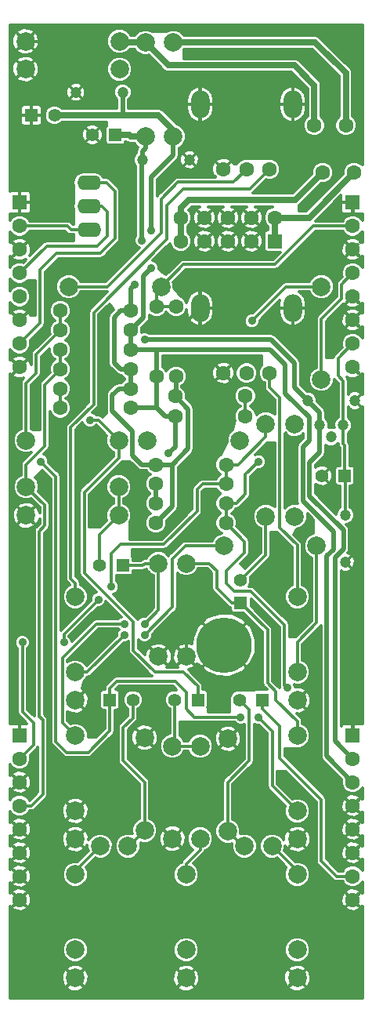
<source format=gbl>
G04 #@! TF.FileFunction,Copper,L2,Bot,Signal*
%FSLAX46Y46*%
G04 Gerber Fmt 4.6, Leading zero omitted, Abs format (unit mm)*
G04 Created by KiCad (PCBNEW (2016-08-20 BZR 7083)-product) date Thu Jan 26 00:07:01 2017*
%MOMM*%
%LPD*%
G01*
G04 APERTURE LIST*
%ADD10C,0.100000*%
%ADD11C,1.600000*%
%ADD12C,2.000000*%
%ADD13C,1.200000*%
%ADD14R,1.400000X1.400000*%
%ADD15C,1.400000*%
%ADD16O,2.000000X3.000000*%
%ADD17R,1.600000X1.600000*%
%ADD18O,2.600000X1.600000*%
%ADD19C,6.000000*%
%ADD20C,0.900000*%
%ADD21C,0.300000*%
%ADD22C,0.700000*%
%ADD23C,0.500000*%
G04 APERTURE END LIST*
D10*
D11*
X16200000Y51800000D03*
X23800000Y51800000D03*
D12*
X2200000Y60700000D03*
X12200000Y60700000D03*
D13*
X35200000Y61065000D03*
X36470000Y62335000D03*
X33930000Y62335000D03*
D14*
X12650000Y47200000D03*
D15*
X10150000Y47200000D03*
D14*
X25400000Y43150000D03*
D15*
X25400000Y45650000D03*
D14*
X11850000Y93700000D03*
D15*
X9350000Y93700000D03*
D14*
X2750000Y95800000D03*
D15*
X5250000Y95800000D03*
D13*
X14760000Y91000000D03*
X19840000Y91000000D03*
X7560000Y98300000D03*
X12640000Y98300000D03*
D14*
X11250000Y32700000D03*
D15*
X13750000Y32700000D03*
D14*
X36650000Y56900000D03*
D15*
X34150000Y56900000D03*
D13*
X36700000Y52640000D03*
X36700000Y47560000D03*
D14*
X27750000Y32700000D03*
D15*
X25250000Y32700000D03*
D12*
X15100000Y103680000D03*
X15100000Y93520000D03*
X18100000Y103680000D03*
X18100000Y93520000D03*
D16*
X31000000Y97000000D03*
X21000000Y97000000D03*
D11*
X28500000Y90000000D03*
X26000000Y90000000D03*
X23500000Y90000000D03*
D16*
X31000000Y75000000D03*
X21000000Y75000000D03*
D11*
X28500000Y68000000D03*
X26000000Y68000000D03*
X23500000Y68000000D03*
X34250000Y89650000D03*
X33350000Y94750000D03*
X37650000Y89650000D03*
X36750000Y94750000D03*
D17*
X29080000Y82230000D03*
D11*
X29080000Y84770000D03*
X26540000Y82230000D03*
X26540000Y84770000D03*
X24000000Y82230000D03*
X24000000Y84770000D03*
X21460000Y82230000D03*
X21460000Y84770000D03*
X18920000Y82230000D03*
X18920000Y84770000D03*
D12*
X7500000Y20698000D03*
X7500000Y28826000D03*
X7500000Y17650000D03*
X31500000Y20698000D03*
X31500000Y28826000D03*
X31500000Y17650000D03*
X7500000Y35698000D03*
X7500000Y43826000D03*
X7500000Y32650000D03*
X31500000Y35698000D03*
X31500000Y43826000D03*
X31500000Y32650000D03*
X7500000Y5698000D03*
X7500000Y13826000D03*
X7500000Y2650000D03*
X19500000Y5698000D03*
X19500000Y13826000D03*
X19500000Y2650000D03*
D13*
X32660000Y65000000D03*
X37740000Y65000000D03*
D12*
X12280000Y103800000D03*
X2120000Y103800000D03*
X2120000Y100800000D03*
X12280000Y100800000D03*
D11*
X1500000Y68610000D03*
X1500000Y71150000D03*
X1500000Y73690000D03*
X1500000Y76230000D03*
X1500000Y78770000D03*
X1500000Y81310000D03*
D17*
X1500000Y86390000D03*
D11*
X1500000Y83850000D03*
X1500000Y11110000D03*
X1500000Y13650000D03*
X1500000Y16190000D03*
X1500000Y18730000D03*
X1500000Y21270000D03*
X1500000Y23810000D03*
D17*
X1500000Y28890000D03*
D11*
X1500000Y26350000D03*
X37500000Y68610000D03*
X37500000Y71150000D03*
X37500000Y73690000D03*
X37500000Y76230000D03*
X37500000Y78770000D03*
X37500000Y81310000D03*
D17*
X37500000Y86390000D03*
D11*
X37500000Y83850000D03*
X37500000Y11110000D03*
X37500000Y13650000D03*
X37500000Y16190000D03*
X37500000Y18730000D03*
X37500000Y21270000D03*
X37500000Y23810000D03*
D17*
X37500000Y28890000D03*
D11*
X37500000Y26350000D03*
D14*
X20750000Y32700000D03*
D15*
X18250000Y32700000D03*
D18*
X9000000Y88540000D03*
X9000000Y83460000D03*
X9000000Y86000000D03*
D12*
X31500000Y5698000D03*
X31500000Y13826000D03*
X31500000Y2650000D03*
X10200000Y16900000D03*
X13200000Y16900000D03*
X28800000Y16900000D03*
X25800000Y16900000D03*
X21000000Y27700000D03*
X21000000Y17700000D03*
X18000000Y17700000D03*
X18000000Y27700000D03*
X15300000Y60700000D03*
X25300000Y60700000D03*
X2200000Y52600000D03*
X12200000Y52600000D03*
X31200000Y62500000D03*
X31200000Y52500000D03*
X16500000Y37400000D03*
X16500000Y47400000D03*
X19500000Y37400000D03*
X19500000Y47400000D03*
X24000000Y28500000D03*
X24000000Y18500000D03*
X15000000Y28600000D03*
X15000000Y18600000D03*
X28100000Y52500000D03*
X28100000Y62500000D03*
X12200000Y55700000D03*
X2200000Y55700000D03*
X23600000Y49300000D03*
X33600000Y49300000D03*
X34100000Y77300000D03*
X34100000Y67300000D03*
X6800000Y77300000D03*
X16800000Y77300000D03*
D11*
X13500000Y66300000D03*
X5900000Y66300000D03*
X5900000Y64200000D03*
X13500000Y64200000D03*
X16200000Y58100000D03*
X23800000Y58100000D03*
X23800000Y56000000D03*
X16200000Y56000000D03*
X23800000Y53900000D03*
X16200000Y53900000D03*
X13500000Y74700000D03*
X5900000Y74700000D03*
X5900000Y72600000D03*
X13500000Y72600000D03*
X13500000Y68400000D03*
X5900000Y68400000D03*
X5900000Y70500000D03*
X13500000Y70500000D03*
X18300000Y65500000D03*
X25900000Y65500000D03*
X18400000Y67600000D03*
X18400000Y75200000D03*
X25900000Y63300000D03*
X18300000Y63300000D03*
X16300000Y75200000D03*
X16300000Y67600000D03*
D19*
X23600000Y38600000D03*
D20*
X15000000Y40900000D03*
X12800000Y40900000D03*
X29200000Y35000000D03*
X29100000Y50200000D03*
X30300000Y45600000D03*
X27100000Y42600000D03*
X29200000Y40000000D03*
X31200000Y40100000D03*
X28600000Y43900000D03*
X20000000Y45300000D03*
X22800000Y32200000D03*
X27000000Y34600000D03*
X35300000Y63300000D03*
X27500000Y64400000D03*
X7400000Y39700000D03*
X11200000Y41900000D03*
X15300000Y46300000D03*
X14200000Y42400000D03*
X36900000Y4300000D03*
X26000000Y5700000D03*
X13600000Y6700000D03*
X32800000Y9900000D03*
X27700000Y13800000D03*
X25000000Y9400000D03*
X22200000Y14800000D03*
X17900000Y9400000D03*
X11800000Y13900000D03*
X5800000Y9400000D03*
X1700000Y1600000D03*
X19500000Y22700000D03*
X12700000Y19000000D03*
X5300000Y26500000D03*
X11500000Y28100000D03*
X19300000Y29900000D03*
X16500000Y33300000D03*
X27400000Y18700000D03*
X25600000Y23700000D03*
X27500000Y29000000D03*
X32700000Y26100000D03*
X30100000Y24300000D03*
X33300000Y39000000D03*
X37300000Y33500000D03*
X36900000Y39000000D03*
X37800000Y63400000D03*
X37800000Y58600000D03*
X32100000Y50800000D03*
X28500000Y59900000D03*
X25700000Y52900000D03*
X25900000Y47400000D03*
X30800000Y54700000D03*
X17700000Y69300000D03*
X14300000Y48400000D03*
X18400000Y49600000D03*
X22000000Y54800000D03*
X14300000Y50900000D03*
X13300000Y57700000D03*
X23800000Y62900000D03*
X21400000Y58700000D03*
X19100000Y53200000D03*
X9700000Y61400000D03*
X8100000Y56600000D03*
X10500000Y64000000D03*
X10500000Y70300000D03*
X11000000Y74800000D03*
X10300000Y55400000D03*
X9500000Y51800000D03*
X35000000Y70000000D03*
X32400000Y69500000D03*
X19800000Y102500000D03*
X2600000Y90800000D03*
X16900000Y88600000D03*
X17300000Y79900000D03*
X19100000Y77400000D03*
X16100000Y73200000D03*
X9400000Y29100000D03*
X12800000Y38100000D03*
X14300000Y35800000D03*
X10600000Y35300000D03*
X11400000Y40000000D03*
X8400000Y37500000D03*
X6400000Y41500000D03*
X4400000Y69400000D03*
X3200000Y66100000D03*
X3200000Y62400000D03*
X5900000Y58000000D03*
X5700000Y62400000D03*
X4500000Y39800000D03*
X4500000Y50600000D03*
X4500000Y31900000D03*
X4500000Y37900000D03*
X3900000Y56700000D03*
X1100000Y62400000D03*
X12300000Y80200000D03*
X7900000Y65500000D03*
X7900000Y71200000D03*
X9600000Y76200000D03*
X13300000Y87700000D03*
X4900000Y77100000D03*
X5800000Y79700000D03*
X2700000Y37500000D03*
X900000Y37500000D03*
X2700000Y31900000D03*
X2700000Y49800000D03*
X1100000Y43800000D03*
X2700000Y39800000D03*
X32200000Y85900000D03*
X26500000Y99500000D03*
X26500000Y92100000D03*
X35100000Y92100000D03*
X29100000Y88100000D03*
X26400000Y74800000D03*
X32200000Y81400000D03*
X36900000Y104400000D03*
X32800000Y102000000D03*
X19700000Y105000000D03*
X29400000Y105000000D03*
X14500000Y98900000D03*
X7500000Y103800000D03*
X30400000Y34000000D03*
X27300000Y58400000D03*
X26600000Y73600000D03*
X11400000Y44900000D03*
X10000000Y43500000D03*
X6300000Y38900000D03*
X1800000Y38900000D03*
X15000000Y71600000D03*
X13900000Y77500000D03*
X14700000Y82300000D03*
X17600000Y59300000D03*
X15700000Y79300000D03*
X15700000Y83400000D03*
X3800000Y58400000D03*
X25400000Y30800000D03*
X27300000Y30800000D03*
X9100000Y62900000D03*
X12800000Y39700000D03*
X15000000Y39700000D03*
D21*
X15000000Y40900000D02*
X16500000Y42400000D01*
X16500000Y42400000D02*
X16500000Y47400000D01*
X7500000Y28826000D02*
X6100000Y30226000D01*
X9800000Y40900000D02*
X12800000Y40900000D01*
X6100000Y37200000D02*
X9800000Y40900000D01*
X6100000Y30226000D02*
X6100000Y37200000D01*
X16500000Y47400000D02*
X15000000Y47400000D01*
X14800000Y47200000D02*
X12650000Y47200000D01*
X15000000Y47400000D02*
X14800000Y47200000D01*
X10150000Y47200000D02*
X10150000Y50550000D01*
X10150000Y50550000D02*
X12200000Y52600000D01*
X12200000Y52600000D02*
X12200000Y55700000D01*
X31500000Y30400000D02*
X29200000Y32700000D01*
X31500000Y28826000D02*
X31500000Y30400000D01*
X28300000Y40250000D02*
X25400000Y43150000D01*
X28300000Y34500000D02*
X28300000Y40250000D01*
X29200000Y33600000D02*
X28300000Y34500000D01*
X29200000Y32700000D02*
X29200000Y33600000D01*
X25400000Y43150000D02*
X24450000Y43150000D01*
X22000000Y47400000D02*
X19500000Y47400000D01*
X22800000Y46600000D02*
X22000000Y47400000D01*
X22800000Y44800000D02*
X22800000Y46600000D01*
X24450000Y43150000D02*
X22800000Y44800000D01*
X25400000Y45650000D02*
X28100000Y48350000D01*
X28100000Y48350000D02*
X28100000Y52500000D01*
X29100000Y50200000D02*
X29100000Y46800000D01*
X29100000Y46800000D02*
X30300000Y45600000D01*
X29200000Y40500000D02*
X27100000Y42600000D01*
X29200000Y40000000D02*
X29200000Y40500000D01*
X31200000Y41300000D02*
X31200000Y40100000D01*
X28600000Y43900000D02*
X31200000Y41300000D01*
X19500000Y37400000D02*
X19500000Y44800000D01*
X19500000Y44800000D02*
X20000000Y45300000D01*
X22800000Y32200000D02*
X22800000Y34100000D01*
X22800000Y34100000D02*
X19500000Y37400000D01*
X7400000Y39700000D02*
X9600000Y41900000D01*
X9600000Y41900000D02*
X11200000Y41900000D01*
X14200000Y45200000D02*
X15300000Y46300000D01*
X14200000Y42400000D02*
X14200000Y45200000D01*
X19500000Y2650000D02*
X22550000Y5700000D01*
X22550000Y5700000D02*
X26000000Y5700000D01*
X5800000Y9400000D02*
X1700000Y5300000D01*
X32800000Y9900000D02*
X31600000Y9900000D01*
X31600000Y9900000D02*
X27700000Y13800000D01*
X25000000Y9400000D02*
X25000000Y12000000D01*
X25000000Y12000000D02*
X22200000Y14800000D01*
X17900000Y9400000D02*
X16300000Y9400000D01*
X16300000Y9400000D02*
X11800000Y13900000D01*
X1700000Y5300000D02*
X1700000Y1600000D01*
X18000000Y17700000D02*
X19500000Y19200000D01*
X19500000Y19200000D02*
X19500000Y22700000D01*
X7500000Y20698000D02*
X5300000Y22898000D01*
X5300000Y22898000D02*
X5300000Y26500000D01*
X24000000Y28500000D02*
X22600000Y29900000D01*
X22600000Y29900000D02*
X19300000Y29900000D01*
X27500000Y25600000D02*
X25600000Y23700000D01*
X27500000Y29000000D02*
X27500000Y25600000D01*
X32700000Y26070000D02*
X32700000Y26100000D01*
X37500000Y21270000D02*
X32700000Y26070000D01*
X36900000Y33900000D02*
X37300000Y33500000D01*
X36900000Y39000000D02*
X36900000Y33900000D01*
X37800000Y58600000D02*
X37800000Y63400000D01*
X28500000Y59900000D02*
X28500000Y55700000D01*
X28500000Y55700000D02*
X25700000Y52900000D01*
X23500000Y68000000D02*
X22200000Y69300000D01*
X22200000Y69300000D02*
X17700000Y69300000D01*
X14300000Y48400000D02*
X14800000Y48900000D01*
X14800000Y48900000D02*
X17700000Y48900000D01*
X17700000Y48900000D02*
X18400000Y49600000D01*
X14300000Y56700000D02*
X14300000Y50900000D01*
X13300000Y57700000D02*
X14300000Y56700000D01*
X24400000Y67100000D02*
X23500000Y68000000D01*
X24400000Y63500000D02*
X24400000Y67100000D01*
X23800000Y62900000D02*
X24400000Y63500000D01*
X19100000Y56400000D02*
X21400000Y58700000D01*
X19100000Y53200000D02*
X19100000Y56400000D01*
X9700000Y61400000D02*
X8100000Y59800000D01*
X8100000Y59800000D02*
X8100000Y56600000D01*
X10500000Y74300000D02*
X10500000Y70300000D01*
X11000000Y74800000D02*
X10500000Y74300000D01*
X9500000Y54600000D02*
X10300000Y55400000D01*
X9500000Y51800000D02*
X9500000Y54600000D01*
X31000000Y75000000D02*
X31000000Y70900000D01*
X31000000Y70900000D02*
X32400000Y69500000D01*
X1500000Y86390000D02*
X1500000Y89700000D01*
X1500000Y89700000D02*
X2600000Y90800000D01*
X21460000Y82230000D02*
X19930000Y80700000D01*
X18100000Y80700000D02*
X17300000Y79900000D01*
X19930000Y80700000D02*
X18100000Y80700000D01*
X21000000Y75000000D02*
X19200000Y73200000D01*
X19200000Y73200000D02*
X16100000Y73200000D01*
X7500000Y32650000D02*
X9400000Y30750000D01*
X9400000Y30750000D02*
X9400000Y29100000D01*
X11100000Y35800000D02*
X14300000Y35800000D01*
X10600000Y35300000D02*
X11100000Y35800000D01*
X10900000Y40000000D02*
X11400000Y40000000D01*
X8400000Y37500000D02*
X10900000Y40000000D01*
X4400000Y69400000D02*
X4400000Y68000000D01*
X4400000Y68000000D02*
X3200000Y66800000D01*
X3200000Y66800000D02*
X3200000Y66100000D01*
X5700000Y58200000D02*
X5900000Y58000000D01*
X5700000Y62400000D02*
X5700000Y58200000D01*
X4500000Y31900000D02*
X4500000Y37900000D01*
X4500000Y37900000D02*
X4500000Y39800000D01*
X1500000Y68610000D02*
X700000Y67810000D01*
X700000Y62800000D02*
X1100000Y62400000D01*
X700000Y67810000D02*
X700000Y62800000D01*
X7900000Y74500000D02*
X7900000Y71200000D01*
X9600000Y76200000D02*
X7900000Y74500000D01*
X12300000Y80200000D02*
X11800000Y79700000D01*
X13300000Y81200000D02*
X12300000Y80200000D01*
X13300000Y87700000D02*
X13300000Y81200000D01*
X11800000Y79700000D02*
X5800000Y79700000D01*
X2700000Y37500000D02*
X2700000Y39800000D01*
X2700000Y37500000D02*
X2700000Y31900000D01*
X1100000Y48200000D02*
X2700000Y49800000D01*
X1100000Y43800000D02*
X1100000Y48200000D01*
X24000000Y97000000D02*
X26500000Y99500000D01*
X26500000Y92100000D02*
X35100000Y92100000D01*
X21000000Y97000000D02*
X24000000Y97000000D01*
X26400000Y75600000D02*
X26400000Y74800000D01*
X32200000Y81400000D02*
X26400000Y75600000D01*
X29400000Y105000000D02*
X19700000Y105000000D01*
X2120000Y103800000D02*
X7500000Y103800000D01*
X12700000Y29700000D02*
X13750000Y30750000D01*
X13750000Y30750000D02*
X13750000Y32700000D01*
X15000000Y18600000D02*
X15000000Y23800000D01*
X12700000Y26100000D02*
X12700000Y29700000D01*
X15000000Y23800000D02*
X12700000Y26100000D01*
X13200000Y16900000D02*
X13300000Y16900000D01*
X13300000Y16900000D02*
X15000000Y18600000D01*
X30100000Y40800000D02*
X26500000Y44400000D01*
X25800000Y49800000D02*
X25800000Y48600000D01*
X25800000Y48600000D02*
X23800000Y46600000D01*
X23800000Y46600000D02*
X23800000Y45300000D01*
X23800000Y45300000D02*
X24700000Y44400000D01*
X24700000Y44400000D02*
X26500000Y44400000D01*
X30100000Y40800000D02*
X30100000Y34300000D01*
X30100000Y34300000D02*
X30400000Y34000000D01*
X25800000Y49800000D02*
X23800000Y51800000D01*
X27300000Y58400000D02*
X25900000Y57000000D01*
X25900000Y57000000D02*
X25900000Y54900000D01*
X25900000Y54900000D02*
X24900000Y53900000D01*
X24900000Y53900000D02*
X23800000Y53900000D01*
X23800000Y53900000D02*
X23800000Y51800000D01*
X27750000Y32700000D02*
X27750000Y31750000D01*
X27750000Y31750000D02*
X29600000Y29900000D01*
X29600000Y29900000D02*
X29600000Y26400000D01*
X29600000Y26400000D02*
X34100000Y21900000D01*
X34100000Y21900000D02*
X34100000Y15300000D01*
X34100000Y15300000D02*
X35750000Y13650000D01*
X35750000Y13650000D02*
X37500000Y13650000D01*
X24000000Y18500000D02*
X24000000Y23800000D01*
X26300000Y31650000D02*
X25250000Y32700000D01*
X26300000Y26100000D02*
X26300000Y31650000D01*
X24000000Y23800000D02*
X26300000Y26100000D01*
X25800000Y16900000D02*
X25600000Y16900000D01*
X25600000Y16900000D02*
X24000000Y18500000D01*
D22*
X15100000Y103680000D02*
X12400000Y103680000D01*
X33350000Y94750000D02*
X33350000Y99050000D01*
X17580000Y101200000D02*
X15100000Y103680000D01*
X31200000Y101200000D02*
X17580000Y101200000D01*
X33350000Y99050000D02*
X31200000Y101200000D01*
X36750000Y94750000D02*
X36750000Y100350000D01*
X33420000Y103680000D02*
X18100000Y103680000D01*
X36750000Y100350000D02*
X33420000Y103680000D01*
D21*
X7000000Y62100000D02*
X9500000Y64600000D01*
X7000000Y45800000D02*
X7000000Y62100000D01*
X7500000Y45300000D02*
X7000000Y45800000D01*
X28500000Y90000000D02*
X26400000Y87900000D01*
X19200000Y87900000D02*
X26400000Y87900000D01*
X17400000Y86100000D02*
X19200000Y87900000D01*
X7500000Y45300000D02*
X7500000Y43826000D01*
X17400000Y82400000D02*
X17400000Y86100000D01*
X9500000Y74500000D02*
X17400000Y82400000D01*
X9500000Y64600000D02*
X9500000Y74500000D01*
X16800000Y83100000D02*
X11000000Y77300000D01*
X16800000Y83100000D02*
X16800000Y86800000D01*
X26000000Y90000000D02*
X24600000Y88600000D01*
X18600000Y88600000D02*
X24600000Y88600000D01*
X16800000Y86800000D02*
X18600000Y88600000D01*
X11000000Y77300000D02*
X6800000Y77300000D01*
X28500000Y66400000D02*
X29600000Y65300000D01*
X28500000Y68000000D02*
X28500000Y66400000D01*
X29600000Y51300000D02*
X31500000Y49400000D01*
X29600000Y65300000D02*
X29600000Y51300000D01*
X31500000Y49400000D02*
X31500000Y43826000D01*
X30300000Y77300000D02*
X34100000Y77300000D01*
X26600000Y73600000D02*
X30300000Y77300000D01*
X7500000Y14200000D02*
X10200000Y16900000D01*
X31500000Y14200000D02*
X28800000Y16900000D01*
D22*
X18920000Y84770000D02*
X18920000Y85820000D01*
X31300000Y86700000D02*
X34250000Y89650000D01*
X19800000Y86700000D02*
X31300000Y86700000D01*
X18920000Y85820000D02*
X19800000Y86700000D01*
X18920000Y82230000D02*
X18920000Y84770000D01*
X29080000Y84770000D02*
X32770000Y84770000D01*
X32770000Y84770000D02*
X37650000Y89650000D01*
X29080000Y82230000D02*
X29080000Y84770000D01*
D21*
X1500000Y83850000D02*
X6650000Y83850000D01*
X7040000Y83460000D02*
X9000000Y83460000D01*
X6650000Y83850000D02*
X7040000Y83460000D01*
X1500000Y71150000D02*
X3700000Y73350000D01*
X10860000Y88540000D02*
X9000000Y88540000D01*
X11800000Y87600000D02*
X10860000Y88540000D01*
X11800000Y82500000D02*
X11800000Y87600000D01*
X10200000Y80900000D02*
X11800000Y82500000D01*
X5500000Y80900000D02*
X10200000Y80900000D01*
X3700000Y79100000D02*
X5500000Y80900000D01*
X3700000Y73350000D02*
X3700000Y79100000D01*
X1500000Y78770000D02*
X4430000Y81700000D01*
X10400000Y86000000D02*
X9000000Y86000000D01*
X11000000Y85400000D02*
X10400000Y86000000D01*
X11000000Y82800000D02*
X11000000Y85400000D01*
X9900000Y81700000D02*
X11000000Y82800000D01*
X4430000Y81700000D02*
X9900000Y81700000D01*
X16300000Y75200000D02*
X16300000Y76800000D01*
X16300000Y76800000D02*
X16800000Y77300000D01*
X33250000Y83850000D02*
X29100000Y79700000D01*
X37500000Y83850000D02*
X33250000Y83850000D01*
X19200000Y79700000D02*
X16800000Y77300000D01*
X29100000Y79700000D02*
X19200000Y79700000D01*
X18400000Y75200000D02*
X16300000Y75200000D01*
X25900000Y65500000D02*
X25900000Y63300000D01*
X34100000Y67300000D02*
X34100000Y73800000D01*
X34100000Y73800000D02*
X36300000Y76000000D01*
X36300000Y76000000D02*
X36300000Y77570000D01*
X36300000Y77570000D02*
X37500000Y78770000D01*
X3600000Y50900000D02*
X3600000Y30900000D01*
X4200000Y53700000D02*
X4200000Y51500000D01*
X4200000Y51500000D02*
X3600000Y50900000D01*
X2200000Y55700000D02*
X4200000Y53700000D01*
X2770000Y21270000D02*
X1500000Y21270000D01*
X4000000Y22500000D02*
X2770000Y21270000D01*
X4000000Y30500000D02*
X4000000Y22500000D01*
X3600000Y30900000D02*
X4000000Y30500000D01*
X2200000Y55700000D02*
X2200000Y58100000D01*
X4200000Y60100000D02*
X4200000Y66700000D01*
X4200000Y66700000D02*
X5900000Y68400000D01*
X2200000Y58100000D02*
X4200000Y60100000D01*
X5900000Y68400000D02*
X5900000Y70500000D01*
X3000000Y30200000D02*
X1800000Y31400000D01*
X3000000Y30200000D02*
X3000000Y27850000D01*
X1500000Y26350000D02*
X3000000Y27850000D01*
X21300000Y56000000D02*
X23800000Y56000000D01*
X11400000Y48500000D02*
X11400000Y44900000D01*
X12400000Y49500000D02*
X11400000Y48500000D01*
X17100000Y49500000D02*
X12400000Y49500000D01*
X20700000Y53100000D02*
X17100000Y49500000D01*
X20700000Y55400000D02*
X20700000Y53100000D01*
X21300000Y56000000D02*
X20700000Y55400000D01*
X6300000Y39800000D02*
X10000000Y43500000D01*
X6300000Y38900000D02*
X6300000Y39800000D01*
X1800000Y31400000D02*
X1800000Y38900000D01*
X23800000Y58100000D02*
X23800000Y56000000D01*
X28100000Y62500000D02*
X28100000Y61100000D01*
X25100000Y58100000D02*
X23800000Y58100000D01*
X28100000Y61100000D02*
X25100000Y58100000D01*
D23*
X32660000Y65000000D02*
X31200000Y66460000D01*
X28700000Y71600000D02*
X15000000Y71600000D01*
X31200000Y69100000D02*
X28700000Y71600000D01*
X31200000Y66460000D02*
X31200000Y69100000D01*
X33930000Y62335000D02*
X33930000Y59430000D01*
X35600000Y28250000D02*
X37500000Y26350000D01*
X35600000Y48100000D02*
X35600000Y28250000D01*
X36500000Y49000000D02*
X35600000Y48100000D01*
X36500000Y51000000D02*
X36500000Y49000000D01*
X32800000Y54700000D02*
X36500000Y51000000D01*
X32800000Y58300000D02*
X32800000Y54700000D01*
X33930000Y59430000D02*
X32800000Y58300000D01*
X32660000Y65000000D02*
X33930000Y63730000D01*
X33930000Y63730000D02*
X33930000Y62335000D01*
X13500000Y66300000D02*
X12200000Y66300000D01*
X14700000Y58100000D02*
X16200000Y58100000D01*
X13700000Y59100000D02*
X14700000Y58100000D01*
X13700000Y61700000D02*
X13700000Y59100000D01*
X11500000Y63900000D02*
X13700000Y61700000D01*
X11500000Y65600000D02*
X11500000Y63900000D01*
X12200000Y66300000D02*
X11500000Y65600000D01*
X13500000Y74700000D02*
X12400000Y74700000D01*
X12400000Y74700000D02*
X11700000Y74000000D01*
X11700000Y74000000D02*
X11700000Y69100000D01*
X11700000Y69100000D02*
X12400000Y68400000D01*
X12400000Y68400000D02*
X13500000Y68400000D01*
X16200000Y51800000D02*
X18000000Y53600000D01*
X18000000Y53600000D02*
X18000000Y58100000D01*
X18300000Y65500000D02*
X19700000Y64100000D01*
X18000000Y58100000D02*
X16200000Y58100000D01*
X19700000Y59800000D02*
X18000000Y58100000D01*
X19700000Y64100000D02*
X19700000Y59800000D01*
X13500000Y68400000D02*
X13500000Y66300000D01*
X18400000Y67600000D02*
X18400000Y65600000D01*
X18400000Y65600000D02*
X18300000Y65500000D01*
X14760000Y91000000D02*
X14700000Y90940000D01*
X14700000Y90940000D02*
X14700000Y82300000D01*
X13500000Y77100000D02*
X13500000Y74700000D01*
X13900000Y77500000D02*
X13500000Y77100000D01*
X15100000Y93520000D02*
X15100000Y92300000D01*
X15100000Y92300000D02*
X14760000Y91960000D01*
X14760000Y91960000D02*
X14760000Y91000000D01*
D22*
X15100000Y93520000D02*
X13480000Y93520000D01*
X13300000Y93700000D02*
X11850000Y93700000D01*
X13480000Y93520000D02*
X13300000Y93700000D01*
D23*
X16300000Y67600000D02*
X16300000Y70500000D01*
X30200000Y68900000D02*
X28600000Y70500000D01*
X28600000Y70500000D02*
X16300000Y70500000D01*
X30200000Y65800000D02*
X30200000Y68900000D01*
X34700000Y26610000D02*
X34700000Y48200000D01*
X34700000Y48200000D02*
X35400000Y48900000D01*
X35400000Y48900000D02*
X35400000Y50900000D01*
X35400000Y50900000D02*
X32099998Y54200002D01*
X32099998Y54200002D02*
X32099998Y59999998D01*
X32099998Y59999998D02*
X32800000Y60700000D01*
X32800000Y60700000D02*
X32800000Y63200000D01*
X32800000Y63200000D02*
X30200000Y65800000D01*
X37500000Y23810000D02*
X34700000Y26610000D01*
X16300000Y70500000D02*
X13500000Y70500000D01*
X18300000Y63300000D02*
X18300000Y60000000D01*
X18300000Y60000000D02*
X17600000Y59300000D01*
X16200000Y56000000D02*
X16200000Y53900000D01*
X16300000Y67600000D02*
X16300000Y64200000D01*
X18300000Y63300000D02*
X17200000Y63300000D01*
X17200000Y63300000D02*
X16300000Y64200000D01*
X16300000Y64200000D02*
X13500000Y64200000D01*
X13500000Y72600000D02*
X13500000Y70500000D01*
X15700000Y89100000D02*
X15700000Y83400000D01*
X14900000Y74000000D02*
X13500000Y72600000D01*
X14900000Y78500000D02*
X14900000Y74000000D01*
X15700000Y79300000D02*
X14900000Y78500000D01*
X18100000Y91500000D02*
X15700000Y89100000D01*
X15700000Y89100000D02*
X15900000Y89300000D01*
X18100000Y93520000D02*
X18100000Y91500000D01*
X12640000Y98300000D02*
X12640000Y95800000D01*
D22*
X18100000Y93520000D02*
X18100000Y94200000D01*
X18100000Y94200000D02*
X16500000Y95800000D01*
X16500000Y95800000D02*
X12640000Y95800000D01*
X12640000Y95800000D02*
X5250000Y95800000D01*
D21*
X33600000Y49300000D02*
X33600000Y41000000D01*
X36470000Y62335000D02*
X36470000Y67130000D01*
X35900000Y69550000D02*
X37500000Y71150000D01*
X35900000Y67700000D02*
X35900000Y69550000D01*
X36470000Y67130000D02*
X35900000Y67700000D01*
X36650000Y56900000D02*
X36650000Y60150000D01*
X36470000Y60330000D02*
X36470000Y62335000D01*
X36650000Y60150000D02*
X36470000Y60330000D01*
X36700000Y52640000D02*
X36700000Y56850000D01*
X31500000Y35698000D02*
X31500000Y38900000D01*
X31500000Y38900000D02*
X33600000Y41000000D01*
X11250000Y29350000D02*
X8900000Y27000000D01*
X8900000Y27000000D02*
X6600000Y27000000D01*
X6600000Y27000000D02*
X5400000Y28200000D01*
X5400000Y28200000D02*
X5400000Y56800000D01*
X5400000Y56800000D02*
X3800000Y58400000D01*
X11250000Y29350000D02*
X11250000Y32700000D01*
X3300000Y68000000D02*
X2200000Y66900000D01*
X3300000Y70000000D02*
X3300000Y68000000D01*
X5900000Y72600000D02*
X3300000Y70000000D01*
X2200000Y66900000D02*
X2200000Y60700000D01*
X5900000Y74700000D02*
X5900000Y72600000D01*
X11250000Y32700000D02*
X11250000Y33950000D01*
X11250000Y33950000D02*
X12000000Y34700000D01*
X12000000Y34700000D02*
X18300000Y34700000D01*
X18300000Y34700000D02*
X19500000Y33500000D01*
X19500000Y33500000D02*
X19500000Y31700000D01*
X19500000Y31700000D02*
X20400000Y30800000D01*
X20400000Y30800000D02*
X25400000Y30800000D01*
X27300000Y30800000D02*
X28800000Y29300000D01*
X28800000Y29300000D02*
X28800000Y23398000D01*
X28800000Y23398000D02*
X31500000Y20698000D01*
X8500000Y55100000D02*
X12200000Y58800000D01*
X20750000Y32700000D02*
X20750000Y34150000D01*
X8500000Y46400000D02*
X8500000Y55100000D01*
X13800000Y41100000D02*
X8500000Y46400000D01*
X13800000Y38000000D02*
X13800000Y41100000D01*
X16100000Y35700000D02*
X13800000Y38000000D01*
X19200000Y35700000D02*
X16100000Y35700000D01*
X20750000Y34150000D02*
X19200000Y35700000D01*
X12200000Y58800000D02*
X12200000Y60700000D01*
X12200000Y60700000D02*
X10000000Y62900000D01*
X10000000Y62900000D02*
X9100000Y62900000D01*
X5900000Y66300000D02*
X5900000Y64200000D01*
X18250000Y32700000D02*
X18250000Y27950000D01*
X18000000Y27700000D02*
X21000000Y27700000D01*
X15000000Y39700000D02*
X18000000Y42700000D01*
X18000000Y47900000D02*
X19400000Y49300000D01*
X18000000Y42700000D02*
X18000000Y47900000D01*
X23600000Y49300000D02*
X19400000Y49300000D01*
X8798000Y35698000D02*
X7500000Y35698000D01*
X12800000Y39700000D02*
X8798000Y35698000D01*
X19500000Y13826000D02*
X19500000Y15000000D01*
X21000000Y16500000D02*
X21000000Y17700000D01*
X19500000Y15000000D02*
X21000000Y16500000D01*
G36*
X4850000Y56572182D02*
X4850000Y28200000D01*
X4891866Y27989524D01*
X5011091Y27811091D01*
X6211091Y26611091D01*
X6389524Y26491866D01*
X6600000Y26450000D01*
X8900000Y26450000D01*
X9110476Y26491866D01*
X9288909Y26611091D01*
X11638909Y28961091D01*
X11758134Y29139524D01*
X11800000Y29350000D01*
X11800000Y31592164D01*
X11950000Y31592164D01*
X12106072Y31623209D01*
X12238384Y31711616D01*
X12326791Y31843928D01*
X12357836Y32000000D01*
X12357836Y33400000D01*
X12326791Y33556072D01*
X12238384Y33688384D01*
X12106072Y33776791D01*
X11950000Y33807836D01*
X11885654Y33807836D01*
X12227818Y34150000D01*
X18072182Y34150000D01*
X18422333Y33799849D01*
X18032156Y33800190D01*
X17627714Y33633078D01*
X17318009Y33323913D01*
X17150192Y32919763D01*
X17149810Y32482156D01*
X17316922Y32077714D01*
X17626087Y31768009D01*
X17700000Y31737318D01*
X17700000Y29090845D01*
X17208000Y28887555D01*
X16813830Y28494072D01*
X16600243Y27979699D01*
X16599757Y27422744D01*
X16812445Y26908000D01*
X17205928Y26513830D01*
X17720301Y26300243D01*
X18277256Y26299757D01*
X18792000Y26512445D01*
X19186170Y26905928D01*
X19287518Y27150000D01*
X19712453Y27150000D01*
X19812445Y26908000D01*
X20205928Y26513830D01*
X20720301Y26300243D01*
X21277256Y26299757D01*
X21792000Y26512445D01*
X22186170Y26905928D01*
X22399757Y27420301D01*
X22399842Y27518019D01*
X23030747Y27518019D01*
X23127524Y27283827D01*
X23659346Y27042521D01*
X24243030Y27023102D01*
X24789715Y27228529D01*
X24872476Y27283827D01*
X24969253Y27518019D01*
X24000000Y28487272D01*
X23030747Y27518019D01*
X22399842Y27518019D01*
X22400243Y27977256D01*
X22284668Y28256970D01*
X22523102Y28256970D01*
X22728529Y27710285D01*
X22783827Y27627524D01*
X23018019Y27530747D01*
X23987272Y28500000D01*
X24012728Y28500000D01*
X24981981Y27530747D01*
X25216173Y27627524D01*
X25457479Y28159346D01*
X25476898Y28743030D01*
X25271471Y29289715D01*
X25216173Y29372476D01*
X24981981Y29469253D01*
X24012728Y28500000D01*
X23987272Y28500000D01*
X23018019Y29469253D01*
X22783827Y29372476D01*
X22542521Y28840654D01*
X22523102Y28256970D01*
X22284668Y28256970D01*
X22187555Y28492000D01*
X21794072Y28886170D01*
X21279699Y29099757D01*
X20722744Y29100243D01*
X20208000Y28887555D01*
X19813830Y28494072D01*
X19712482Y28250000D01*
X19287547Y28250000D01*
X19187555Y28492000D01*
X18800000Y28880232D01*
X18800000Y29481981D01*
X23030747Y29481981D01*
X24000000Y28512728D01*
X24969253Y29481981D01*
X24872476Y29716173D01*
X24340654Y29957479D01*
X23756970Y29976898D01*
X23210285Y29771471D01*
X23127524Y29716173D01*
X23030747Y29481981D01*
X18800000Y29481981D01*
X18800000Y30250000D01*
X24748008Y30250000D01*
X24917885Y30079826D01*
X25230183Y29950148D01*
X25568334Y29949853D01*
X25750000Y30024916D01*
X25750000Y26327818D01*
X23611091Y24188909D01*
X23491866Y24010476D01*
X23450000Y23800000D01*
X23450000Y19787547D01*
X23208000Y19687555D01*
X22813830Y19294072D01*
X22600243Y18779699D01*
X22599757Y18222744D01*
X22812445Y17708000D01*
X23205928Y17313830D01*
X23720301Y17100243D01*
X24277256Y17099757D01*
X24400218Y17150564D01*
X24399757Y16622744D01*
X24612445Y16108000D01*
X25005928Y15713830D01*
X25520301Y15500243D01*
X26077256Y15499757D01*
X26592000Y15712445D01*
X26986170Y16105928D01*
X27199757Y16620301D01*
X27199759Y16622744D01*
X27399757Y16622744D01*
X27612445Y16108000D01*
X28005928Y15713830D01*
X28520301Y15500243D01*
X29077256Y15499757D01*
X29321504Y15600678D01*
X30310392Y14611791D01*
X30100243Y14105699D01*
X30099757Y13548744D01*
X30312445Y13034000D01*
X30705928Y12639830D01*
X31220301Y12426243D01*
X31777256Y12425757D01*
X32292000Y12638445D01*
X32686170Y13031928D01*
X32899757Y13546301D01*
X32900243Y14103256D01*
X32687555Y14618000D01*
X32294072Y15012170D01*
X31779699Y15225757D01*
X31251599Y15226218D01*
X30099342Y16378476D01*
X30199757Y16620301D01*
X30199798Y16668019D01*
X30530747Y16668019D01*
X30627524Y16433827D01*
X31159346Y16192521D01*
X31743030Y16173102D01*
X32289715Y16378529D01*
X32372476Y16433827D01*
X32469253Y16668019D01*
X31500000Y17637272D01*
X30530747Y16668019D01*
X30199798Y16668019D01*
X30200033Y16936120D01*
X30228529Y16860285D01*
X30283827Y16777524D01*
X30518019Y16680747D01*
X31487272Y17650000D01*
X31512728Y17650000D01*
X32481981Y16680747D01*
X32716173Y16777524D01*
X32957479Y17309346D01*
X32976898Y17893030D01*
X32771471Y18439715D01*
X32716173Y18522476D01*
X32481981Y18619253D01*
X31512728Y17650000D01*
X31487272Y17650000D01*
X30518019Y18619253D01*
X30283827Y18522476D01*
X30042521Y17990654D01*
X30029229Y17591141D01*
X29987555Y17692000D01*
X29594072Y18086170D01*
X29079699Y18299757D01*
X28522744Y18300243D01*
X28008000Y18087555D01*
X27613830Y17694072D01*
X27400243Y17179699D01*
X27399757Y16622744D01*
X27199759Y16622744D01*
X27200243Y17177256D01*
X26987555Y17692000D01*
X26594072Y18086170D01*
X26079699Y18299757D01*
X25522744Y18300243D01*
X25399782Y18249436D01*
X25400116Y18631981D01*
X30530747Y18631981D01*
X31500000Y17662728D01*
X32469253Y18631981D01*
X32372476Y18866173D01*
X31840654Y19107479D01*
X31256970Y19126898D01*
X30710285Y18921471D01*
X30627524Y18866173D01*
X30530747Y18631981D01*
X25400116Y18631981D01*
X25400243Y18777256D01*
X25187555Y19292000D01*
X24794072Y19686170D01*
X24550000Y19787518D01*
X24550000Y23572182D01*
X26688909Y25711091D01*
X26808134Y25889524D01*
X26850000Y26100000D01*
X26850000Y30066491D01*
X27130183Y29950148D01*
X27372245Y29949937D01*
X28250000Y29072183D01*
X28250000Y23398000D01*
X28291866Y23187524D01*
X28411091Y23009091D01*
X30200658Y21219525D01*
X30100243Y20977699D01*
X30099757Y20420744D01*
X30312445Y19906000D01*
X30705928Y19511830D01*
X31220301Y19298243D01*
X31777256Y19297757D01*
X32292000Y19510445D01*
X32686170Y19903928D01*
X32899757Y20418301D01*
X32900243Y20975256D01*
X32687555Y21490000D01*
X32294072Y21884170D01*
X31779699Y22097757D01*
X31222744Y22098243D01*
X30978496Y21997322D01*
X29350000Y23625818D01*
X29350000Y24950000D01*
X30272182Y24950000D01*
X33550000Y21672182D01*
X33550000Y15300000D01*
X33591866Y15089524D01*
X33711091Y14911091D01*
X35361089Y13261094D01*
X35361091Y13261091D01*
X35539524Y13141866D01*
X35750000Y13100000D01*
X36428854Y13100000D01*
X36482097Y12971143D01*
X36819367Y12633283D01*
X37260258Y12450209D01*
X37737647Y12449793D01*
X38178857Y12632097D01*
X38516717Y12969367D01*
X38525000Y12989315D01*
X38525000Y11871506D01*
X38337786Y11935058D01*
X37512728Y11110000D01*
X38337786Y10284942D01*
X38525000Y10348494D01*
X38525000Y475000D01*
X475000Y475000D01*
X475000Y1668019D01*
X6530747Y1668019D01*
X6627524Y1433827D01*
X7159346Y1192521D01*
X7743030Y1173102D01*
X8289715Y1378529D01*
X8372476Y1433827D01*
X8469253Y1668019D01*
X18530747Y1668019D01*
X18627524Y1433827D01*
X19159346Y1192521D01*
X19743030Y1173102D01*
X20289715Y1378529D01*
X20372476Y1433827D01*
X20469253Y1668019D01*
X30530747Y1668019D01*
X30627524Y1433827D01*
X31159346Y1192521D01*
X31743030Y1173102D01*
X32289715Y1378529D01*
X32372476Y1433827D01*
X32469253Y1668019D01*
X31500000Y2637272D01*
X30530747Y1668019D01*
X20469253Y1668019D01*
X19500000Y2637272D01*
X18530747Y1668019D01*
X8469253Y1668019D01*
X7500000Y2637272D01*
X6530747Y1668019D01*
X475000Y1668019D01*
X475000Y2406970D01*
X6023102Y2406970D01*
X6228529Y1860285D01*
X6283827Y1777524D01*
X6518019Y1680747D01*
X7487272Y2650000D01*
X7512728Y2650000D01*
X8481981Y1680747D01*
X8716173Y1777524D01*
X8957479Y2309346D01*
X8960726Y2406970D01*
X18023102Y2406970D01*
X18228529Y1860285D01*
X18283827Y1777524D01*
X18518019Y1680747D01*
X19487272Y2650000D01*
X19512728Y2650000D01*
X20481981Y1680747D01*
X20716173Y1777524D01*
X20957479Y2309346D01*
X20960726Y2406970D01*
X30023102Y2406970D01*
X30228529Y1860285D01*
X30283827Y1777524D01*
X30518019Y1680747D01*
X31487272Y2650000D01*
X31512728Y2650000D01*
X32481981Y1680747D01*
X32716173Y1777524D01*
X32957479Y2309346D01*
X32976898Y2893030D01*
X32771471Y3439715D01*
X32716173Y3522476D01*
X32481981Y3619253D01*
X31512728Y2650000D01*
X31487272Y2650000D01*
X30518019Y3619253D01*
X30283827Y3522476D01*
X30042521Y2990654D01*
X30023102Y2406970D01*
X20960726Y2406970D01*
X20976898Y2893030D01*
X20771471Y3439715D01*
X20716173Y3522476D01*
X20481981Y3619253D01*
X19512728Y2650000D01*
X19487272Y2650000D01*
X18518019Y3619253D01*
X18283827Y3522476D01*
X18042521Y2990654D01*
X18023102Y2406970D01*
X8960726Y2406970D01*
X8976898Y2893030D01*
X8771471Y3439715D01*
X8716173Y3522476D01*
X8481981Y3619253D01*
X7512728Y2650000D01*
X7487272Y2650000D01*
X6518019Y3619253D01*
X6283827Y3522476D01*
X6042521Y2990654D01*
X6023102Y2406970D01*
X475000Y2406970D01*
X475000Y3631981D01*
X6530747Y3631981D01*
X7500000Y2662728D01*
X8469253Y3631981D01*
X18530747Y3631981D01*
X19500000Y2662728D01*
X20469253Y3631981D01*
X30530747Y3631981D01*
X31500000Y2662728D01*
X32469253Y3631981D01*
X32372476Y3866173D01*
X31840654Y4107479D01*
X31256970Y4126898D01*
X30710285Y3921471D01*
X30627524Y3866173D01*
X30530747Y3631981D01*
X20469253Y3631981D01*
X20372476Y3866173D01*
X19840654Y4107479D01*
X19256970Y4126898D01*
X18710285Y3921471D01*
X18627524Y3866173D01*
X18530747Y3631981D01*
X8469253Y3631981D01*
X8372476Y3866173D01*
X7840654Y4107479D01*
X7256970Y4126898D01*
X6710285Y3921471D01*
X6627524Y3866173D01*
X6530747Y3631981D01*
X475000Y3631981D01*
X475000Y5420744D01*
X6099757Y5420744D01*
X6312445Y4906000D01*
X6705928Y4511830D01*
X7220301Y4298243D01*
X7777256Y4297757D01*
X8292000Y4510445D01*
X8686170Y4903928D01*
X8899757Y5418301D01*
X8899759Y5420744D01*
X18099757Y5420744D01*
X18312445Y4906000D01*
X18705928Y4511830D01*
X19220301Y4298243D01*
X19777256Y4297757D01*
X20292000Y4510445D01*
X20686170Y4903928D01*
X20899757Y5418301D01*
X20899759Y5420744D01*
X30099757Y5420744D01*
X30312445Y4906000D01*
X30705928Y4511830D01*
X31220301Y4298243D01*
X31777256Y4297757D01*
X32292000Y4510445D01*
X32686170Y4903928D01*
X32899757Y5418301D01*
X32900243Y5975256D01*
X32687555Y6490000D01*
X32294072Y6884170D01*
X31779699Y7097757D01*
X31222744Y7098243D01*
X30708000Y6885555D01*
X30313830Y6492072D01*
X30100243Y5977699D01*
X30099757Y5420744D01*
X20899759Y5420744D01*
X20900243Y5975256D01*
X20687555Y6490000D01*
X20294072Y6884170D01*
X19779699Y7097757D01*
X19222744Y7098243D01*
X18708000Y6885555D01*
X18313830Y6492072D01*
X18100243Y5977699D01*
X18099757Y5420744D01*
X8899759Y5420744D01*
X8900243Y5975256D01*
X8687555Y6490000D01*
X8294072Y6884170D01*
X7779699Y7097757D01*
X7222744Y7098243D01*
X6708000Y6885555D01*
X6313830Y6492072D01*
X6100243Y5977699D01*
X6099757Y5420744D01*
X475000Y5420744D01*
X475000Y10272214D01*
X674942Y10272214D01*
X747386Y10058804D01*
X1206950Y9850809D01*
X1711129Y9834514D01*
X2183164Y10012401D01*
X2252614Y10058804D01*
X2325058Y10272214D01*
X36674942Y10272214D01*
X36747386Y10058804D01*
X37206950Y9850809D01*
X37711129Y9834514D01*
X38183164Y10012401D01*
X38252614Y10058804D01*
X38325058Y10272214D01*
X37500000Y11097272D01*
X36674942Y10272214D01*
X2325058Y10272214D01*
X1500000Y11097272D01*
X674942Y10272214D01*
X475000Y10272214D01*
X475000Y10348494D01*
X662214Y10284942D01*
X1487272Y11110000D01*
X1512728Y11110000D01*
X2337786Y10284942D01*
X2551196Y10357386D01*
X2759191Y10816950D01*
X2761838Y10898871D01*
X36224514Y10898871D01*
X36402401Y10426836D01*
X36448804Y10357386D01*
X36662214Y10284942D01*
X37487272Y11110000D01*
X36662214Y11935058D01*
X36448804Y11862614D01*
X36240809Y11403050D01*
X36224514Y10898871D01*
X2761838Y10898871D01*
X2775486Y11321129D01*
X2597599Y11793164D01*
X2551196Y11862614D01*
X2337786Y11935058D01*
X1512728Y11110000D01*
X1487272Y11110000D01*
X662214Y11935058D01*
X475000Y11871506D01*
X475000Y11947786D01*
X674942Y11947786D01*
X1500000Y11122728D01*
X2325058Y11947786D01*
X36674942Y11947786D01*
X37500000Y11122728D01*
X38325058Y11947786D01*
X38252614Y12161196D01*
X37793050Y12369191D01*
X37288871Y12385486D01*
X36816836Y12207599D01*
X36747386Y12161196D01*
X36674942Y11947786D01*
X2325058Y11947786D01*
X2252614Y12161196D01*
X1793050Y12369191D01*
X1288871Y12385486D01*
X816836Y12207599D01*
X747386Y12161196D01*
X674942Y11947786D01*
X475000Y11947786D01*
X475000Y12812214D01*
X674942Y12812214D01*
X747386Y12598804D01*
X1206950Y12390809D01*
X1711129Y12374514D01*
X2183164Y12552401D01*
X2252614Y12598804D01*
X2325058Y12812214D01*
X1500000Y13637272D01*
X674942Y12812214D01*
X475000Y12812214D01*
X475000Y12888494D01*
X662214Y12824942D01*
X1487272Y13650000D01*
X1512728Y13650000D01*
X2337786Y12824942D01*
X2551196Y12897386D01*
X2759191Y13356950D01*
X2765389Y13548744D01*
X6099757Y13548744D01*
X6312445Y13034000D01*
X6705928Y12639830D01*
X7220301Y12426243D01*
X7777256Y12425757D01*
X8292000Y12638445D01*
X8686170Y13031928D01*
X8899757Y13546301D01*
X8899759Y13548744D01*
X18099757Y13548744D01*
X18312445Y13034000D01*
X18705928Y12639830D01*
X19220301Y12426243D01*
X19777256Y12425757D01*
X20292000Y12638445D01*
X20686170Y13031928D01*
X20899757Y13546301D01*
X20900243Y14103256D01*
X20687555Y14618000D01*
X20294072Y15012170D01*
X20291186Y15013368D01*
X21388906Y16111089D01*
X21388909Y16111091D01*
X21508134Y16289524D01*
X21531026Y16404613D01*
X21792000Y16512445D01*
X22186170Y16905928D01*
X22399757Y17420301D01*
X22400243Y17977256D01*
X22187555Y18492000D01*
X21794072Y18886170D01*
X21279699Y19099757D01*
X20722744Y19100243D01*
X20208000Y18887555D01*
X19813830Y18494072D01*
X19600243Y17979699D01*
X19599757Y17422744D01*
X19812445Y16908000D01*
X20205928Y16513830D01*
X20227186Y16505003D01*
X19111091Y15388909D01*
X18991866Y15210476D01*
X18974608Y15123715D01*
X18708000Y15013555D01*
X18313830Y14620072D01*
X18100243Y14105699D01*
X18099757Y13548744D01*
X8899759Y13548744D01*
X8900243Y14103256D01*
X8689971Y14612153D01*
X9678475Y15600658D01*
X9920301Y15500243D01*
X10477256Y15499757D01*
X10992000Y15712445D01*
X11386170Y16105928D01*
X11599757Y16620301D01*
X11599759Y16622744D01*
X11799757Y16622744D01*
X12012445Y16108000D01*
X12405928Y15713830D01*
X12920301Y15500243D01*
X13477256Y15499757D01*
X13992000Y15712445D01*
X14386170Y16105928D01*
X14599757Y16620301D01*
X14599842Y16718019D01*
X17030747Y16718019D01*
X17127524Y16483827D01*
X17659346Y16242521D01*
X18243030Y16223102D01*
X18789715Y16428529D01*
X18872476Y16483827D01*
X18969253Y16718019D01*
X18000000Y17687272D01*
X17030747Y16718019D01*
X14599842Y16718019D01*
X14600243Y17177256D01*
X14563913Y17265181D01*
X14720301Y17200243D01*
X15277256Y17199757D01*
X15792000Y17412445D01*
X15836602Y17456970D01*
X16523102Y17456970D01*
X16728529Y16910285D01*
X16783827Y16827524D01*
X17018019Y16730747D01*
X17987272Y17700000D01*
X18012728Y17700000D01*
X18981981Y16730747D01*
X19216173Y16827524D01*
X19457479Y17359346D01*
X19476898Y17943030D01*
X19271471Y18489715D01*
X19216173Y18572476D01*
X18981981Y18669253D01*
X18012728Y17700000D01*
X17987272Y17700000D01*
X17018019Y18669253D01*
X16783827Y18572476D01*
X16542521Y18040654D01*
X16523102Y17456970D01*
X15836602Y17456970D01*
X16186170Y17805928D01*
X16399757Y18320301D01*
X16400072Y18681981D01*
X17030747Y18681981D01*
X18000000Y17712728D01*
X18969253Y18681981D01*
X18872476Y18916173D01*
X18340654Y19157479D01*
X17756970Y19176898D01*
X17210285Y18971471D01*
X17127524Y18916173D01*
X17030747Y18681981D01*
X16400072Y18681981D01*
X16400243Y18877256D01*
X16187555Y19392000D01*
X15794072Y19786170D01*
X15550000Y19887518D01*
X15550000Y23800000D01*
X15508134Y24010476D01*
X15388909Y24188909D01*
X13250000Y26327818D01*
X13250000Y27618019D01*
X14030747Y27618019D01*
X14127524Y27383827D01*
X14659346Y27142521D01*
X15243030Y27123102D01*
X15789715Y27328529D01*
X15872476Y27383827D01*
X15969253Y27618019D01*
X15000000Y28587272D01*
X14030747Y27618019D01*
X13250000Y27618019D01*
X13250000Y28356970D01*
X13523102Y28356970D01*
X13728529Y27810285D01*
X13783827Y27727524D01*
X14018019Y27630747D01*
X14987272Y28600000D01*
X15012728Y28600000D01*
X15981981Y27630747D01*
X16216173Y27727524D01*
X16457479Y28259346D01*
X16476898Y28843030D01*
X16271471Y29389715D01*
X16216173Y29472476D01*
X15981981Y29569253D01*
X15012728Y28600000D01*
X14987272Y28600000D01*
X14018019Y29569253D01*
X13783827Y29472476D01*
X13542521Y28940654D01*
X13523102Y28356970D01*
X13250000Y28356970D01*
X13250000Y29472182D01*
X13359799Y29581981D01*
X14030747Y29581981D01*
X15000000Y28612728D01*
X15969253Y29581981D01*
X15872476Y29816173D01*
X15340654Y30057479D01*
X14756970Y30076898D01*
X14210285Y29871471D01*
X14127524Y29816173D01*
X14030747Y29581981D01*
X13359799Y29581981D01*
X14138909Y30361091D01*
X14258134Y30539524D01*
X14300000Y30750000D01*
X14300000Y31737054D01*
X14372286Y31766922D01*
X14681991Y32076087D01*
X14849808Y32480237D01*
X14850190Y32917844D01*
X14683078Y33322286D01*
X14373913Y33631991D01*
X13969763Y33799808D01*
X13532156Y33800190D01*
X13127714Y33633078D01*
X12818009Y33323913D01*
X12650192Y32919763D01*
X12649810Y32482156D01*
X12816922Y32077714D01*
X13126087Y31768009D01*
X13200000Y31737318D01*
X13200000Y30977818D01*
X12311091Y30088909D01*
X12191866Y29910476D01*
X12150000Y29700000D01*
X12150000Y26100000D01*
X12191866Y25889524D01*
X12311091Y25711091D01*
X14450000Y23572182D01*
X14450000Y19887547D01*
X14208000Y19787555D01*
X13813830Y19394072D01*
X13600243Y18879699D01*
X13599757Y18322744D01*
X13636087Y18234819D01*
X13479699Y18299757D01*
X12922744Y18300243D01*
X12408000Y18087555D01*
X12013830Y17694072D01*
X11800243Y17179699D01*
X11799757Y16622744D01*
X11599759Y16622744D01*
X11600243Y17177256D01*
X11387555Y17692000D01*
X10994072Y18086170D01*
X10479699Y18299757D01*
X9922744Y18300243D01*
X9408000Y18087555D01*
X9013830Y17694072D01*
X8966485Y17580054D01*
X8976898Y17893030D01*
X8771471Y18439715D01*
X8716173Y18522476D01*
X8481981Y18619253D01*
X7512728Y17650000D01*
X8481981Y16680747D01*
X8716173Y16777524D01*
X8800053Y16962391D01*
X8799757Y16622744D01*
X8900678Y16378496D01*
X7747967Y15225785D01*
X7222744Y15226243D01*
X6708000Y15013555D01*
X6313830Y14620072D01*
X6100243Y14105699D01*
X6099757Y13548744D01*
X2765389Y13548744D01*
X2775486Y13861129D01*
X2597599Y14333164D01*
X2551196Y14402614D01*
X2337786Y14475058D01*
X1512728Y13650000D01*
X1487272Y13650000D01*
X662214Y14475058D01*
X475000Y14411506D01*
X475000Y14487786D01*
X674942Y14487786D01*
X1500000Y13662728D01*
X2325058Y14487786D01*
X2252614Y14701196D01*
X1793050Y14909191D01*
X1288871Y14925486D01*
X816836Y14747599D01*
X747386Y14701196D01*
X674942Y14487786D01*
X475000Y14487786D01*
X475000Y15352214D01*
X674942Y15352214D01*
X747386Y15138804D01*
X1206950Y14930809D01*
X1711129Y14914514D01*
X2183164Y15092401D01*
X2252614Y15138804D01*
X2325058Y15352214D01*
X1500000Y16177272D01*
X674942Y15352214D01*
X475000Y15352214D01*
X475000Y15428494D01*
X662214Y15364942D01*
X1487272Y16190000D01*
X1512728Y16190000D01*
X2337786Y15364942D01*
X2551196Y15437386D01*
X2759191Y15896950D01*
X2775486Y16401129D01*
X2674909Y16668019D01*
X6530747Y16668019D01*
X6627524Y16433827D01*
X7159346Y16192521D01*
X7743030Y16173102D01*
X8289715Y16378529D01*
X8372476Y16433827D01*
X8469253Y16668019D01*
X7500000Y17637272D01*
X6530747Y16668019D01*
X2674909Y16668019D01*
X2597599Y16873164D01*
X2551196Y16942614D01*
X2337786Y17015058D01*
X1512728Y16190000D01*
X1487272Y16190000D01*
X662214Y17015058D01*
X475000Y16951506D01*
X475000Y17027786D01*
X674942Y17027786D01*
X1500000Y16202728D01*
X2325058Y17027786D01*
X2252614Y17241196D01*
X1886338Y17406970D01*
X6023102Y17406970D01*
X6228529Y16860285D01*
X6283827Y16777524D01*
X6518019Y16680747D01*
X7487272Y17650000D01*
X6518019Y18619253D01*
X6283827Y18522476D01*
X6042521Y17990654D01*
X6023102Y17406970D01*
X1886338Y17406970D01*
X1793050Y17449191D01*
X1288871Y17465486D01*
X816836Y17287599D01*
X747386Y17241196D01*
X674942Y17027786D01*
X475000Y17027786D01*
X475000Y17892214D01*
X674942Y17892214D01*
X747386Y17678804D01*
X1206950Y17470809D01*
X1711129Y17454514D01*
X2183164Y17632401D01*
X2252614Y17678804D01*
X2325058Y17892214D01*
X1500000Y18717272D01*
X674942Y17892214D01*
X475000Y17892214D01*
X475000Y17968494D01*
X662214Y17904942D01*
X1487272Y18730000D01*
X1512728Y18730000D01*
X2337786Y17904942D01*
X2551196Y17977386D01*
X2759191Y18436950D01*
X2765494Y18631981D01*
X6530747Y18631981D01*
X7500000Y17662728D01*
X8469253Y18631981D01*
X8372476Y18866173D01*
X7840654Y19107479D01*
X7256970Y19126898D01*
X6710285Y18921471D01*
X6627524Y18866173D01*
X6530747Y18631981D01*
X2765494Y18631981D01*
X2775486Y18941129D01*
X2597599Y19413164D01*
X2551196Y19482614D01*
X2337786Y19555058D01*
X1512728Y18730000D01*
X1487272Y18730000D01*
X662214Y19555058D01*
X475000Y19491506D01*
X475000Y19567786D01*
X674942Y19567786D01*
X1500000Y18742728D01*
X2325058Y19567786D01*
X2274739Y19716019D01*
X6530747Y19716019D01*
X6627524Y19481827D01*
X7159346Y19240521D01*
X7743030Y19221102D01*
X8289715Y19426529D01*
X8372476Y19481827D01*
X8469253Y19716019D01*
X7500000Y20685272D01*
X6530747Y19716019D01*
X2274739Y19716019D01*
X2252614Y19781196D01*
X1793050Y19989191D01*
X1288871Y20005486D01*
X816836Y19827599D01*
X747386Y19781196D01*
X674942Y19567786D01*
X475000Y19567786D01*
X475000Y20608319D01*
X482097Y20591143D01*
X819367Y20253283D01*
X1260258Y20070209D01*
X1737647Y20069793D01*
X2178857Y20252097D01*
X2382084Y20454970D01*
X6023102Y20454970D01*
X6228529Y19908285D01*
X6283827Y19825524D01*
X6518019Y19728747D01*
X7487272Y20698000D01*
X7512728Y20698000D01*
X8481981Y19728747D01*
X8716173Y19825524D01*
X8957479Y20357346D01*
X8976898Y20941030D01*
X8771471Y21487715D01*
X8716173Y21570476D01*
X8481981Y21667253D01*
X7512728Y20698000D01*
X7487272Y20698000D01*
X6518019Y21667253D01*
X6283827Y21570476D01*
X6042521Y21038654D01*
X6023102Y20454970D01*
X2382084Y20454970D01*
X2516717Y20589367D01*
X2570961Y20720000D01*
X2770000Y20720000D01*
X2980476Y20761866D01*
X3158909Y20881091D01*
X3957799Y21679981D01*
X6530747Y21679981D01*
X7500000Y20710728D01*
X8469253Y21679981D01*
X8372476Y21914173D01*
X7840654Y22155479D01*
X7256970Y22174898D01*
X6710285Y21969471D01*
X6627524Y21914173D01*
X6530747Y21679981D01*
X3957799Y21679981D01*
X4388909Y22111091D01*
X4508134Y22289524D01*
X4550001Y22500000D01*
X4550000Y22500005D01*
X4550000Y30500000D01*
X4508134Y30710476D01*
X4388909Y30888909D01*
X4388906Y30888911D01*
X4150000Y31127818D01*
X4150000Y50672182D01*
X4588909Y51111091D01*
X4708134Y51289524D01*
X4750000Y51500000D01*
X4750000Y53700000D01*
X4708134Y53910476D01*
X4588909Y54088909D01*
X3499342Y55178476D01*
X3599757Y55420301D01*
X3600243Y55977256D01*
X3387555Y56492000D01*
X3196011Y56683879D01*
X3967157Y57455025D01*
X4850000Y56572182D01*
X4850000Y56572182D01*
G37*
X4850000Y56572182D02*
X4850000Y28200000D01*
X4891866Y27989524D01*
X5011091Y27811091D01*
X6211091Y26611091D01*
X6389524Y26491866D01*
X6600000Y26450000D01*
X8900000Y26450000D01*
X9110476Y26491866D01*
X9288909Y26611091D01*
X11638909Y28961091D01*
X11758134Y29139524D01*
X11800000Y29350000D01*
X11800000Y31592164D01*
X11950000Y31592164D01*
X12106072Y31623209D01*
X12238384Y31711616D01*
X12326791Y31843928D01*
X12357836Y32000000D01*
X12357836Y33400000D01*
X12326791Y33556072D01*
X12238384Y33688384D01*
X12106072Y33776791D01*
X11950000Y33807836D01*
X11885654Y33807836D01*
X12227818Y34150000D01*
X18072182Y34150000D01*
X18422333Y33799849D01*
X18032156Y33800190D01*
X17627714Y33633078D01*
X17318009Y33323913D01*
X17150192Y32919763D01*
X17149810Y32482156D01*
X17316922Y32077714D01*
X17626087Y31768009D01*
X17700000Y31737318D01*
X17700000Y29090845D01*
X17208000Y28887555D01*
X16813830Y28494072D01*
X16600243Y27979699D01*
X16599757Y27422744D01*
X16812445Y26908000D01*
X17205928Y26513830D01*
X17720301Y26300243D01*
X18277256Y26299757D01*
X18792000Y26512445D01*
X19186170Y26905928D01*
X19287518Y27150000D01*
X19712453Y27150000D01*
X19812445Y26908000D01*
X20205928Y26513830D01*
X20720301Y26300243D01*
X21277256Y26299757D01*
X21792000Y26512445D01*
X22186170Y26905928D01*
X22399757Y27420301D01*
X22399842Y27518019D01*
X23030747Y27518019D01*
X23127524Y27283827D01*
X23659346Y27042521D01*
X24243030Y27023102D01*
X24789715Y27228529D01*
X24872476Y27283827D01*
X24969253Y27518019D01*
X24000000Y28487272D01*
X23030747Y27518019D01*
X22399842Y27518019D01*
X22400243Y27977256D01*
X22284668Y28256970D01*
X22523102Y28256970D01*
X22728529Y27710285D01*
X22783827Y27627524D01*
X23018019Y27530747D01*
X23987272Y28500000D01*
X24012728Y28500000D01*
X24981981Y27530747D01*
X25216173Y27627524D01*
X25457479Y28159346D01*
X25476898Y28743030D01*
X25271471Y29289715D01*
X25216173Y29372476D01*
X24981981Y29469253D01*
X24012728Y28500000D01*
X23987272Y28500000D01*
X23018019Y29469253D01*
X22783827Y29372476D01*
X22542521Y28840654D01*
X22523102Y28256970D01*
X22284668Y28256970D01*
X22187555Y28492000D01*
X21794072Y28886170D01*
X21279699Y29099757D01*
X20722744Y29100243D01*
X20208000Y28887555D01*
X19813830Y28494072D01*
X19712482Y28250000D01*
X19287547Y28250000D01*
X19187555Y28492000D01*
X18800000Y28880232D01*
X18800000Y29481981D01*
X23030747Y29481981D01*
X24000000Y28512728D01*
X24969253Y29481981D01*
X24872476Y29716173D01*
X24340654Y29957479D01*
X23756970Y29976898D01*
X23210285Y29771471D01*
X23127524Y29716173D01*
X23030747Y29481981D01*
X18800000Y29481981D01*
X18800000Y30250000D01*
X24748008Y30250000D01*
X24917885Y30079826D01*
X25230183Y29950148D01*
X25568334Y29949853D01*
X25750000Y30024916D01*
X25750000Y26327818D01*
X23611091Y24188909D01*
X23491866Y24010476D01*
X23450000Y23800000D01*
X23450000Y19787547D01*
X23208000Y19687555D01*
X22813830Y19294072D01*
X22600243Y18779699D01*
X22599757Y18222744D01*
X22812445Y17708000D01*
X23205928Y17313830D01*
X23720301Y17100243D01*
X24277256Y17099757D01*
X24400218Y17150564D01*
X24399757Y16622744D01*
X24612445Y16108000D01*
X25005928Y15713830D01*
X25520301Y15500243D01*
X26077256Y15499757D01*
X26592000Y15712445D01*
X26986170Y16105928D01*
X27199757Y16620301D01*
X27199759Y16622744D01*
X27399757Y16622744D01*
X27612445Y16108000D01*
X28005928Y15713830D01*
X28520301Y15500243D01*
X29077256Y15499757D01*
X29321504Y15600678D01*
X30310392Y14611791D01*
X30100243Y14105699D01*
X30099757Y13548744D01*
X30312445Y13034000D01*
X30705928Y12639830D01*
X31220301Y12426243D01*
X31777256Y12425757D01*
X32292000Y12638445D01*
X32686170Y13031928D01*
X32899757Y13546301D01*
X32900243Y14103256D01*
X32687555Y14618000D01*
X32294072Y15012170D01*
X31779699Y15225757D01*
X31251599Y15226218D01*
X30099342Y16378476D01*
X30199757Y16620301D01*
X30199798Y16668019D01*
X30530747Y16668019D01*
X30627524Y16433827D01*
X31159346Y16192521D01*
X31743030Y16173102D01*
X32289715Y16378529D01*
X32372476Y16433827D01*
X32469253Y16668019D01*
X31500000Y17637272D01*
X30530747Y16668019D01*
X30199798Y16668019D01*
X30200033Y16936120D01*
X30228529Y16860285D01*
X30283827Y16777524D01*
X30518019Y16680747D01*
X31487272Y17650000D01*
X31512728Y17650000D01*
X32481981Y16680747D01*
X32716173Y16777524D01*
X32957479Y17309346D01*
X32976898Y17893030D01*
X32771471Y18439715D01*
X32716173Y18522476D01*
X32481981Y18619253D01*
X31512728Y17650000D01*
X31487272Y17650000D01*
X30518019Y18619253D01*
X30283827Y18522476D01*
X30042521Y17990654D01*
X30029229Y17591141D01*
X29987555Y17692000D01*
X29594072Y18086170D01*
X29079699Y18299757D01*
X28522744Y18300243D01*
X28008000Y18087555D01*
X27613830Y17694072D01*
X27400243Y17179699D01*
X27399757Y16622744D01*
X27199759Y16622744D01*
X27200243Y17177256D01*
X26987555Y17692000D01*
X26594072Y18086170D01*
X26079699Y18299757D01*
X25522744Y18300243D01*
X25399782Y18249436D01*
X25400116Y18631981D01*
X30530747Y18631981D01*
X31500000Y17662728D01*
X32469253Y18631981D01*
X32372476Y18866173D01*
X31840654Y19107479D01*
X31256970Y19126898D01*
X30710285Y18921471D01*
X30627524Y18866173D01*
X30530747Y18631981D01*
X25400116Y18631981D01*
X25400243Y18777256D01*
X25187555Y19292000D01*
X24794072Y19686170D01*
X24550000Y19787518D01*
X24550000Y23572182D01*
X26688909Y25711091D01*
X26808134Y25889524D01*
X26850000Y26100000D01*
X26850000Y30066491D01*
X27130183Y29950148D01*
X27372245Y29949937D01*
X28250000Y29072183D01*
X28250000Y23398000D01*
X28291866Y23187524D01*
X28411091Y23009091D01*
X30200658Y21219525D01*
X30100243Y20977699D01*
X30099757Y20420744D01*
X30312445Y19906000D01*
X30705928Y19511830D01*
X31220301Y19298243D01*
X31777256Y19297757D01*
X32292000Y19510445D01*
X32686170Y19903928D01*
X32899757Y20418301D01*
X32900243Y20975256D01*
X32687555Y21490000D01*
X32294072Y21884170D01*
X31779699Y22097757D01*
X31222744Y22098243D01*
X30978496Y21997322D01*
X29350000Y23625818D01*
X29350000Y24950000D01*
X30272182Y24950000D01*
X33550000Y21672182D01*
X33550000Y15300000D01*
X33591866Y15089524D01*
X33711091Y14911091D01*
X35361089Y13261094D01*
X35361091Y13261091D01*
X35539524Y13141866D01*
X35750000Y13100000D01*
X36428854Y13100000D01*
X36482097Y12971143D01*
X36819367Y12633283D01*
X37260258Y12450209D01*
X37737647Y12449793D01*
X38178857Y12632097D01*
X38516717Y12969367D01*
X38525000Y12989315D01*
X38525000Y11871506D01*
X38337786Y11935058D01*
X37512728Y11110000D01*
X38337786Y10284942D01*
X38525000Y10348494D01*
X38525000Y475000D01*
X475000Y475000D01*
X475000Y1668019D01*
X6530747Y1668019D01*
X6627524Y1433827D01*
X7159346Y1192521D01*
X7743030Y1173102D01*
X8289715Y1378529D01*
X8372476Y1433827D01*
X8469253Y1668019D01*
X18530747Y1668019D01*
X18627524Y1433827D01*
X19159346Y1192521D01*
X19743030Y1173102D01*
X20289715Y1378529D01*
X20372476Y1433827D01*
X20469253Y1668019D01*
X30530747Y1668019D01*
X30627524Y1433827D01*
X31159346Y1192521D01*
X31743030Y1173102D01*
X32289715Y1378529D01*
X32372476Y1433827D01*
X32469253Y1668019D01*
X31500000Y2637272D01*
X30530747Y1668019D01*
X20469253Y1668019D01*
X19500000Y2637272D01*
X18530747Y1668019D01*
X8469253Y1668019D01*
X7500000Y2637272D01*
X6530747Y1668019D01*
X475000Y1668019D01*
X475000Y2406970D01*
X6023102Y2406970D01*
X6228529Y1860285D01*
X6283827Y1777524D01*
X6518019Y1680747D01*
X7487272Y2650000D01*
X7512728Y2650000D01*
X8481981Y1680747D01*
X8716173Y1777524D01*
X8957479Y2309346D01*
X8960726Y2406970D01*
X18023102Y2406970D01*
X18228529Y1860285D01*
X18283827Y1777524D01*
X18518019Y1680747D01*
X19487272Y2650000D01*
X19512728Y2650000D01*
X20481981Y1680747D01*
X20716173Y1777524D01*
X20957479Y2309346D01*
X20960726Y2406970D01*
X30023102Y2406970D01*
X30228529Y1860285D01*
X30283827Y1777524D01*
X30518019Y1680747D01*
X31487272Y2650000D01*
X31512728Y2650000D01*
X32481981Y1680747D01*
X32716173Y1777524D01*
X32957479Y2309346D01*
X32976898Y2893030D01*
X32771471Y3439715D01*
X32716173Y3522476D01*
X32481981Y3619253D01*
X31512728Y2650000D01*
X31487272Y2650000D01*
X30518019Y3619253D01*
X30283827Y3522476D01*
X30042521Y2990654D01*
X30023102Y2406970D01*
X20960726Y2406970D01*
X20976898Y2893030D01*
X20771471Y3439715D01*
X20716173Y3522476D01*
X20481981Y3619253D01*
X19512728Y2650000D01*
X19487272Y2650000D01*
X18518019Y3619253D01*
X18283827Y3522476D01*
X18042521Y2990654D01*
X18023102Y2406970D01*
X8960726Y2406970D01*
X8976898Y2893030D01*
X8771471Y3439715D01*
X8716173Y3522476D01*
X8481981Y3619253D01*
X7512728Y2650000D01*
X7487272Y2650000D01*
X6518019Y3619253D01*
X6283827Y3522476D01*
X6042521Y2990654D01*
X6023102Y2406970D01*
X475000Y2406970D01*
X475000Y3631981D01*
X6530747Y3631981D01*
X7500000Y2662728D01*
X8469253Y3631981D01*
X18530747Y3631981D01*
X19500000Y2662728D01*
X20469253Y3631981D01*
X30530747Y3631981D01*
X31500000Y2662728D01*
X32469253Y3631981D01*
X32372476Y3866173D01*
X31840654Y4107479D01*
X31256970Y4126898D01*
X30710285Y3921471D01*
X30627524Y3866173D01*
X30530747Y3631981D01*
X20469253Y3631981D01*
X20372476Y3866173D01*
X19840654Y4107479D01*
X19256970Y4126898D01*
X18710285Y3921471D01*
X18627524Y3866173D01*
X18530747Y3631981D01*
X8469253Y3631981D01*
X8372476Y3866173D01*
X7840654Y4107479D01*
X7256970Y4126898D01*
X6710285Y3921471D01*
X6627524Y3866173D01*
X6530747Y3631981D01*
X475000Y3631981D01*
X475000Y5420744D01*
X6099757Y5420744D01*
X6312445Y4906000D01*
X6705928Y4511830D01*
X7220301Y4298243D01*
X7777256Y4297757D01*
X8292000Y4510445D01*
X8686170Y4903928D01*
X8899757Y5418301D01*
X8899759Y5420744D01*
X18099757Y5420744D01*
X18312445Y4906000D01*
X18705928Y4511830D01*
X19220301Y4298243D01*
X19777256Y4297757D01*
X20292000Y4510445D01*
X20686170Y4903928D01*
X20899757Y5418301D01*
X20899759Y5420744D01*
X30099757Y5420744D01*
X30312445Y4906000D01*
X30705928Y4511830D01*
X31220301Y4298243D01*
X31777256Y4297757D01*
X32292000Y4510445D01*
X32686170Y4903928D01*
X32899757Y5418301D01*
X32900243Y5975256D01*
X32687555Y6490000D01*
X32294072Y6884170D01*
X31779699Y7097757D01*
X31222744Y7098243D01*
X30708000Y6885555D01*
X30313830Y6492072D01*
X30100243Y5977699D01*
X30099757Y5420744D01*
X20899759Y5420744D01*
X20900243Y5975256D01*
X20687555Y6490000D01*
X20294072Y6884170D01*
X19779699Y7097757D01*
X19222744Y7098243D01*
X18708000Y6885555D01*
X18313830Y6492072D01*
X18100243Y5977699D01*
X18099757Y5420744D01*
X8899759Y5420744D01*
X8900243Y5975256D01*
X8687555Y6490000D01*
X8294072Y6884170D01*
X7779699Y7097757D01*
X7222744Y7098243D01*
X6708000Y6885555D01*
X6313830Y6492072D01*
X6100243Y5977699D01*
X6099757Y5420744D01*
X475000Y5420744D01*
X475000Y10272214D01*
X674942Y10272214D01*
X747386Y10058804D01*
X1206950Y9850809D01*
X1711129Y9834514D01*
X2183164Y10012401D01*
X2252614Y10058804D01*
X2325058Y10272214D01*
X36674942Y10272214D01*
X36747386Y10058804D01*
X37206950Y9850809D01*
X37711129Y9834514D01*
X38183164Y10012401D01*
X38252614Y10058804D01*
X38325058Y10272214D01*
X37500000Y11097272D01*
X36674942Y10272214D01*
X2325058Y10272214D01*
X1500000Y11097272D01*
X674942Y10272214D01*
X475000Y10272214D01*
X475000Y10348494D01*
X662214Y10284942D01*
X1487272Y11110000D01*
X1512728Y11110000D01*
X2337786Y10284942D01*
X2551196Y10357386D01*
X2759191Y10816950D01*
X2761838Y10898871D01*
X36224514Y10898871D01*
X36402401Y10426836D01*
X36448804Y10357386D01*
X36662214Y10284942D01*
X37487272Y11110000D01*
X36662214Y11935058D01*
X36448804Y11862614D01*
X36240809Y11403050D01*
X36224514Y10898871D01*
X2761838Y10898871D01*
X2775486Y11321129D01*
X2597599Y11793164D01*
X2551196Y11862614D01*
X2337786Y11935058D01*
X1512728Y11110000D01*
X1487272Y11110000D01*
X662214Y11935058D01*
X475000Y11871506D01*
X475000Y11947786D01*
X674942Y11947786D01*
X1500000Y11122728D01*
X2325058Y11947786D01*
X36674942Y11947786D01*
X37500000Y11122728D01*
X38325058Y11947786D01*
X38252614Y12161196D01*
X37793050Y12369191D01*
X37288871Y12385486D01*
X36816836Y12207599D01*
X36747386Y12161196D01*
X36674942Y11947786D01*
X2325058Y11947786D01*
X2252614Y12161196D01*
X1793050Y12369191D01*
X1288871Y12385486D01*
X816836Y12207599D01*
X747386Y12161196D01*
X674942Y11947786D01*
X475000Y11947786D01*
X475000Y12812214D01*
X674942Y12812214D01*
X747386Y12598804D01*
X1206950Y12390809D01*
X1711129Y12374514D01*
X2183164Y12552401D01*
X2252614Y12598804D01*
X2325058Y12812214D01*
X1500000Y13637272D01*
X674942Y12812214D01*
X475000Y12812214D01*
X475000Y12888494D01*
X662214Y12824942D01*
X1487272Y13650000D01*
X1512728Y13650000D01*
X2337786Y12824942D01*
X2551196Y12897386D01*
X2759191Y13356950D01*
X2765389Y13548744D01*
X6099757Y13548744D01*
X6312445Y13034000D01*
X6705928Y12639830D01*
X7220301Y12426243D01*
X7777256Y12425757D01*
X8292000Y12638445D01*
X8686170Y13031928D01*
X8899757Y13546301D01*
X8899759Y13548744D01*
X18099757Y13548744D01*
X18312445Y13034000D01*
X18705928Y12639830D01*
X19220301Y12426243D01*
X19777256Y12425757D01*
X20292000Y12638445D01*
X20686170Y13031928D01*
X20899757Y13546301D01*
X20900243Y14103256D01*
X20687555Y14618000D01*
X20294072Y15012170D01*
X20291186Y15013368D01*
X21388906Y16111089D01*
X21388909Y16111091D01*
X21508134Y16289524D01*
X21531026Y16404613D01*
X21792000Y16512445D01*
X22186170Y16905928D01*
X22399757Y17420301D01*
X22400243Y17977256D01*
X22187555Y18492000D01*
X21794072Y18886170D01*
X21279699Y19099757D01*
X20722744Y19100243D01*
X20208000Y18887555D01*
X19813830Y18494072D01*
X19600243Y17979699D01*
X19599757Y17422744D01*
X19812445Y16908000D01*
X20205928Y16513830D01*
X20227186Y16505003D01*
X19111091Y15388909D01*
X18991866Y15210476D01*
X18974608Y15123715D01*
X18708000Y15013555D01*
X18313830Y14620072D01*
X18100243Y14105699D01*
X18099757Y13548744D01*
X8899759Y13548744D01*
X8900243Y14103256D01*
X8689971Y14612153D01*
X9678475Y15600658D01*
X9920301Y15500243D01*
X10477256Y15499757D01*
X10992000Y15712445D01*
X11386170Y16105928D01*
X11599757Y16620301D01*
X11599759Y16622744D01*
X11799757Y16622744D01*
X12012445Y16108000D01*
X12405928Y15713830D01*
X12920301Y15500243D01*
X13477256Y15499757D01*
X13992000Y15712445D01*
X14386170Y16105928D01*
X14599757Y16620301D01*
X14599842Y16718019D01*
X17030747Y16718019D01*
X17127524Y16483827D01*
X17659346Y16242521D01*
X18243030Y16223102D01*
X18789715Y16428529D01*
X18872476Y16483827D01*
X18969253Y16718019D01*
X18000000Y17687272D01*
X17030747Y16718019D01*
X14599842Y16718019D01*
X14600243Y17177256D01*
X14563913Y17265181D01*
X14720301Y17200243D01*
X15277256Y17199757D01*
X15792000Y17412445D01*
X15836602Y17456970D01*
X16523102Y17456970D01*
X16728529Y16910285D01*
X16783827Y16827524D01*
X17018019Y16730747D01*
X17987272Y17700000D01*
X18012728Y17700000D01*
X18981981Y16730747D01*
X19216173Y16827524D01*
X19457479Y17359346D01*
X19476898Y17943030D01*
X19271471Y18489715D01*
X19216173Y18572476D01*
X18981981Y18669253D01*
X18012728Y17700000D01*
X17987272Y17700000D01*
X17018019Y18669253D01*
X16783827Y18572476D01*
X16542521Y18040654D01*
X16523102Y17456970D01*
X15836602Y17456970D01*
X16186170Y17805928D01*
X16399757Y18320301D01*
X16400072Y18681981D01*
X17030747Y18681981D01*
X18000000Y17712728D01*
X18969253Y18681981D01*
X18872476Y18916173D01*
X18340654Y19157479D01*
X17756970Y19176898D01*
X17210285Y18971471D01*
X17127524Y18916173D01*
X17030747Y18681981D01*
X16400072Y18681981D01*
X16400243Y18877256D01*
X16187555Y19392000D01*
X15794072Y19786170D01*
X15550000Y19887518D01*
X15550000Y23800000D01*
X15508134Y24010476D01*
X15388909Y24188909D01*
X13250000Y26327818D01*
X13250000Y27618019D01*
X14030747Y27618019D01*
X14127524Y27383827D01*
X14659346Y27142521D01*
X15243030Y27123102D01*
X15789715Y27328529D01*
X15872476Y27383827D01*
X15969253Y27618019D01*
X15000000Y28587272D01*
X14030747Y27618019D01*
X13250000Y27618019D01*
X13250000Y28356970D01*
X13523102Y28356970D01*
X13728529Y27810285D01*
X13783827Y27727524D01*
X14018019Y27630747D01*
X14987272Y28600000D01*
X15012728Y28600000D01*
X15981981Y27630747D01*
X16216173Y27727524D01*
X16457479Y28259346D01*
X16476898Y28843030D01*
X16271471Y29389715D01*
X16216173Y29472476D01*
X15981981Y29569253D01*
X15012728Y28600000D01*
X14987272Y28600000D01*
X14018019Y29569253D01*
X13783827Y29472476D01*
X13542521Y28940654D01*
X13523102Y28356970D01*
X13250000Y28356970D01*
X13250000Y29472182D01*
X13359799Y29581981D01*
X14030747Y29581981D01*
X15000000Y28612728D01*
X15969253Y29581981D01*
X15872476Y29816173D01*
X15340654Y30057479D01*
X14756970Y30076898D01*
X14210285Y29871471D01*
X14127524Y29816173D01*
X14030747Y29581981D01*
X13359799Y29581981D01*
X14138909Y30361091D01*
X14258134Y30539524D01*
X14300000Y30750000D01*
X14300000Y31737054D01*
X14372286Y31766922D01*
X14681991Y32076087D01*
X14849808Y32480237D01*
X14850190Y32917844D01*
X14683078Y33322286D01*
X14373913Y33631991D01*
X13969763Y33799808D01*
X13532156Y33800190D01*
X13127714Y33633078D01*
X12818009Y33323913D01*
X12650192Y32919763D01*
X12649810Y32482156D01*
X12816922Y32077714D01*
X13126087Y31768009D01*
X13200000Y31737318D01*
X13200000Y30977818D01*
X12311091Y30088909D01*
X12191866Y29910476D01*
X12150000Y29700000D01*
X12150000Y26100000D01*
X12191866Y25889524D01*
X12311091Y25711091D01*
X14450000Y23572182D01*
X14450000Y19887547D01*
X14208000Y19787555D01*
X13813830Y19394072D01*
X13600243Y18879699D01*
X13599757Y18322744D01*
X13636087Y18234819D01*
X13479699Y18299757D01*
X12922744Y18300243D01*
X12408000Y18087555D01*
X12013830Y17694072D01*
X11800243Y17179699D01*
X11799757Y16622744D01*
X11599759Y16622744D01*
X11600243Y17177256D01*
X11387555Y17692000D01*
X10994072Y18086170D01*
X10479699Y18299757D01*
X9922744Y18300243D01*
X9408000Y18087555D01*
X9013830Y17694072D01*
X8966485Y17580054D01*
X8976898Y17893030D01*
X8771471Y18439715D01*
X8716173Y18522476D01*
X8481981Y18619253D01*
X7512728Y17650000D01*
X8481981Y16680747D01*
X8716173Y16777524D01*
X8800053Y16962391D01*
X8799757Y16622744D01*
X8900678Y16378496D01*
X7747967Y15225785D01*
X7222744Y15226243D01*
X6708000Y15013555D01*
X6313830Y14620072D01*
X6100243Y14105699D01*
X6099757Y13548744D01*
X2765389Y13548744D01*
X2775486Y13861129D01*
X2597599Y14333164D01*
X2551196Y14402614D01*
X2337786Y14475058D01*
X1512728Y13650000D01*
X1487272Y13650000D01*
X662214Y14475058D01*
X475000Y14411506D01*
X475000Y14487786D01*
X674942Y14487786D01*
X1500000Y13662728D01*
X2325058Y14487786D01*
X2252614Y14701196D01*
X1793050Y14909191D01*
X1288871Y14925486D01*
X816836Y14747599D01*
X747386Y14701196D01*
X674942Y14487786D01*
X475000Y14487786D01*
X475000Y15352214D01*
X674942Y15352214D01*
X747386Y15138804D01*
X1206950Y14930809D01*
X1711129Y14914514D01*
X2183164Y15092401D01*
X2252614Y15138804D01*
X2325058Y15352214D01*
X1500000Y16177272D01*
X674942Y15352214D01*
X475000Y15352214D01*
X475000Y15428494D01*
X662214Y15364942D01*
X1487272Y16190000D01*
X1512728Y16190000D01*
X2337786Y15364942D01*
X2551196Y15437386D01*
X2759191Y15896950D01*
X2775486Y16401129D01*
X2674909Y16668019D01*
X6530747Y16668019D01*
X6627524Y16433827D01*
X7159346Y16192521D01*
X7743030Y16173102D01*
X8289715Y16378529D01*
X8372476Y16433827D01*
X8469253Y16668019D01*
X7500000Y17637272D01*
X6530747Y16668019D01*
X2674909Y16668019D01*
X2597599Y16873164D01*
X2551196Y16942614D01*
X2337786Y17015058D01*
X1512728Y16190000D01*
X1487272Y16190000D01*
X662214Y17015058D01*
X475000Y16951506D01*
X475000Y17027786D01*
X674942Y17027786D01*
X1500000Y16202728D01*
X2325058Y17027786D01*
X2252614Y17241196D01*
X1886338Y17406970D01*
X6023102Y17406970D01*
X6228529Y16860285D01*
X6283827Y16777524D01*
X6518019Y16680747D01*
X7487272Y17650000D01*
X6518019Y18619253D01*
X6283827Y18522476D01*
X6042521Y17990654D01*
X6023102Y17406970D01*
X1886338Y17406970D01*
X1793050Y17449191D01*
X1288871Y17465486D01*
X816836Y17287599D01*
X747386Y17241196D01*
X674942Y17027786D01*
X475000Y17027786D01*
X475000Y17892214D01*
X674942Y17892214D01*
X747386Y17678804D01*
X1206950Y17470809D01*
X1711129Y17454514D01*
X2183164Y17632401D01*
X2252614Y17678804D01*
X2325058Y17892214D01*
X1500000Y18717272D01*
X674942Y17892214D01*
X475000Y17892214D01*
X475000Y17968494D01*
X662214Y17904942D01*
X1487272Y18730000D01*
X1512728Y18730000D01*
X2337786Y17904942D01*
X2551196Y17977386D01*
X2759191Y18436950D01*
X2765494Y18631981D01*
X6530747Y18631981D01*
X7500000Y17662728D01*
X8469253Y18631981D01*
X8372476Y18866173D01*
X7840654Y19107479D01*
X7256970Y19126898D01*
X6710285Y18921471D01*
X6627524Y18866173D01*
X6530747Y18631981D01*
X2765494Y18631981D01*
X2775486Y18941129D01*
X2597599Y19413164D01*
X2551196Y19482614D01*
X2337786Y19555058D01*
X1512728Y18730000D01*
X1487272Y18730000D01*
X662214Y19555058D01*
X475000Y19491506D01*
X475000Y19567786D01*
X674942Y19567786D01*
X1500000Y18742728D01*
X2325058Y19567786D01*
X2274739Y19716019D01*
X6530747Y19716019D01*
X6627524Y19481827D01*
X7159346Y19240521D01*
X7743030Y19221102D01*
X8289715Y19426529D01*
X8372476Y19481827D01*
X8469253Y19716019D01*
X7500000Y20685272D01*
X6530747Y19716019D01*
X2274739Y19716019D01*
X2252614Y19781196D01*
X1793050Y19989191D01*
X1288871Y20005486D01*
X816836Y19827599D01*
X747386Y19781196D01*
X674942Y19567786D01*
X475000Y19567786D01*
X475000Y20608319D01*
X482097Y20591143D01*
X819367Y20253283D01*
X1260258Y20070209D01*
X1737647Y20069793D01*
X2178857Y20252097D01*
X2382084Y20454970D01*
X6023102Y20454970D01*
X6228529Y19908285D01*
X6283827Y19825524D01*
X6518019Y19728747D01*
X7487272Y20698000D01*
X7512728Y20698000D01*
X8481981Y19728747D01*
X8716173Y19825524D01*
X8957479Y20357346D01*
X8976898Y20941030D01*
X8771471Y21487715D01*
X8716173Y21570476D01*
X8481981Y21667253D01*
X7512728Y20698000D01*
X7487272Y20698000D01*
X6518019Y21667253D01*
X6283827Y21570476D01*
X6042521Y21038654D01*
X6023102Y20454970D01*
X2382084Y20454970D01*
X2516717Y20589367D01*
X2570961Y20720000D01*
X2770000Y20720000D01*
X2980476Y20761866D01*
X3158909Y20881091D01*
X3957799Y21679981D01*
X6530747Y21679981D01*
X7500000Y20710728D01*
X8469253Y21679981D01*
X8372476Y21914173D01*
X7840654Y22155479D01*
X7256970Y22174898D01*
X6710285Y21969471D01*
X6627524Y21914173D01*
X6530747Y21679981D01*
X3957799Y21679981D01*
X4388909Y22111091D01*
X4508134Y22289524D01*
X4550001Y22500000D01*
X4550000Y22500005D01*
X4550000Y30500000D01*
X4508134Y30710476D01*
X4388909Y30888909D01*
X4388906Y30888911D01*
X4150000Y31127818D01*
X4150000Y50672182D01*
X4588909Y51111091D01*
X4708134Y51289524D01*
X4750000Y51500000D01*
X4750000Y53700000D01*
X4708134Y53910476D01*
X4588909Y54088909D01*
X3499342Y55178476D01*
X3599757Y55420301D01*
X3600243Y55977256D01*
X3387555Y56492000D01*
X3196011Y56683879D01*
X3967157Y57455025D01*
X4850000Y56572182D01*
G36*
X34050000Y26610000D02*
X34081826Y26450000D01*
X34099478Y26361255D01*
X34240381Y26150381D01*
X36312183Y24078579D01*
X36300209Y24049742D01*
X36299793Y23572353D01*
X36482097Y23131143D01*
X36819367Y22793283D01*
X37260258Y22610209D01*
X37737647Y22609793D01*
X38178857Y22792097D01*
X38516717Y23129367D01*
X38525000Y23149315D01*
X38525000Y22031506D01*
X38337786Y22095058D01*
X37512728Y21270000D01*
X38337786Y20444942D01*
X38525000Y20508494D01*
X38525000Y19491506D01*
X38337786Y19555058D01*
X37512728Y18730000D01*
X38337786Y17904942D01*
X38525000Y17968494D01*
X38525000Y16951506D01*
X38337786Y17015058D01*
X37512728Y16190000D01*
X38337786Y15364942D01*
X38525000Y15428494D01*
X38525000Y14311681D01*
X38517903Y14328857D01*
X38180633Y14666717D01*
X37739742Y14849791D01*
X37262353Y14850207D01*
X36821143Y14667903D01*
X36483283Y14330633D01*
X36429039Y14200000D01*
X35977817Y14200000D01*
X34825604Y15352214D01*
X36674942Y15352214D01*
X36747386Y15138804D01*
X37206950Y14930809D01*
X37711129Y14914514D01*
X38183164Y15092401D01*
X38252614Y15138804D01*
X38325058Y15352214D01*
X37500000Y16177272D01*
X36674942Y15352214D01*
X34825604Y15352214D01*
X34650000Y15527818D01*
X34650000Y15978871D01*
X36224514Y15978871D01*
X36402401Y15506836D01*
X36448804Y15437386D01*
X36662214Y15364942D01*
X37487272Y16190000D01*
X36662214Y17015058D01*
X36448804Y16942614D01*
X36240809Y16483050D01*
X36224514Y15978871D01*
X34650000Y15978871D01*
X34650000Y17027786D01*
X36674942Y17027786D01*
X37500000Y16202728D01*
X38325058Y17027786D01*
X38252614Y17241196D01*
X37793050Y17449191D01*
X37288871Y17465486D01*
X36816836Y17287599D01*
X36747386Y17241196D01*
X36674942Y17027786D01*
X34650000Y17027786D01*
X34650000Y17892214D01*
X36674942Y17892214D01*
X36747386Y17678804D01*
X37206950Y17470809D01*
X37711129Y17454514D01*
X38183164Y17632401D01*
X38252614Y17678804D01*
X38325058Y17892214D01*
X37500000Y18717272D01*
X36674942Y17892214D01*
X34650000Y17892214D01*
X34650000Y18518871D01*
X36224514Y18518871D01*
X36402401Y18046836D01*
X36448804Y17977386D01*
X36662214Y17904942D01*
X37487272Y18730000D01*
X36662214Y19555058D01*
X36448804Y19482614D01*
X36240809Y19023050D01*
X36224514Y18518871D01*
X34650000Y18518871D01*
X34650000Y19567786D01*
X36674942Y19567786D01*
X37500000Y18742728D01*
X38325058Y19567786D01*
X38252614Y19781196D01*
X37793050Y19989191D01*
X37288871Y20005486D01*
X36816836Y19827599D01*
X36747386Y19781196D01*
X36674942Y19567786D01*
X34650000Y19567786D01*
X34650000Y20432214D01*
X36674942Y20432214D01*
X36747386Y20218804D01*
X37206950Y20010809D01*
X37711129Y19994514D01*
X38183164Y20172401D01*
X38252614Y20218804D01*
X38325058Y20432214D01*
X37500000Y21257272D01*
X36674942Y20432214D01*
X34650000Y20432214D01*
X34650000Y21058871D01*
X36224514Y21058871D01*
X36402401Y20586836D01*
X36448804Y20517386D01*
X36662214Y20444942D01*
X37487272Y21270000D01*
X36662214Y22095058D01*
X36448804Y22022614D01*
X36240809Y21563050D01*
X36224514Y21058871D01*
X34650000Y21058871D01*
X34650000Y21900000D01*
X34608670Y22107786D01*
X36674942Y22107786D01*
X37500000Y21282728D01*
X38325058Y22107786D01*
X38252614Y22321196D01*
X37793050Y22529191D01*
X37288871Y22545486D01*
X36816836Y22367599D01*
X36747386Y22321196D01*
X36674942Y22107786D01*
X34608670Y22107786D01*
X34608134Y22110476D01*
X34488909Y22288909D01*
X30150000Y26627818D01*
X30150000Y27450000D01*
X31163088Y27450000D01*
X31220301Y27426243D01*
X31777256Y27425757D01*
X32292000Y27638445D01*
X32686170Y28031928D01*
X32899757Y28546301D01*
X32900243Y29103256D01*
X32687555Y29618000D01*
X32294072Y30012170D01*
X32050000Y30113518D01*
X32050000Y30400000D01*
X32008134Y30610476D01*
X31888909Y30788909D01*
X31496514Y31181304D01*
X31743030Y31173102D01*
X32289715Y31378529D01*
X32372476Y31433827D01*
X32469253Y31668019D01*
X31500000Y32637272D01*
X31485858Y32623130D01*
X31473130Y32635858D01*
X31487272Y32650000D01*
X31512728Y32650000D01*
X32481981Y31680747D01*
X32716173Y31777524D01*
X32957479Y32309346D01*
X32976898Y32893030D01*
X32771471Y33439715D01*
X32716173Y33522476D01*
X32481981Y33619253D01*
X31512728Y32650000D01*
X31487272Y32650000D01*
X31473130Y32664142D01*
X31485858Y32676870D01*
X31500000Y32662728D01*
X32469253Y33631981D01*
X32372476Y33866173D01*
X31840654Y34107479D01*
X31256970Y34126898D01*
X31250109Y34124320D01*
X31250147Y34168334D01*
X31191534Y34310188D01*
X31220301Y34298243D01*
X31777256Y34297757D01*
X32292000Y34510445D01*
X32686170Y34903928D01*
X32899757Y35418301D01*
X32900243Y35975256D01*
X32687555Y36490000D01*
X32294072Y36884170D01*
X32050000Y36985518D01*
X32050000Y38672182D01*
X33988906Y40611089D01*
X33988909Y40611091D01*
X34050000Y40702520D01*
X34050000Y26610000D01*
X34050000Y26610000D01*
G37*
X34050000Y26610000D02*
X34081826Y26450000D01*
X34099478Y26361255D01*
X34240381Y26150381D01*
X36312183Y24078579D01*
X36300209Y24049742D01*
X36299793Y23572353D01*
X36482097Y23131143D01*
X36819367Y22793283D01*
X37260258Y22610209D01*
X37737647Y22609793D01*
X38178857Y22792097D01*
X38516717Y23129367D01*
X38525000Y23149315D01*
X38525000Y22031506D01*
X38337786Y22095058D01*
X37512728Y21270000D01*
X38337786Y20444942D01*
X38525000Y20508494D01*
X38525000Y19491506D01*
X38337786Y19555058D01*
X37512728Y18730000D01*
X38337786Y17904942D01*
X38525000Y17968494D01*
X38525000Y16951506D01*
X38337786Y17015058D01*
X37512728Y16190000D01*
X38337786Y15364942D01*
X38525000Y15428494D01*
X38525000Y14311681D01*
X38517903Y14328857D01*
X38180633Y14666717D01*
X37739742Y14849791D01*
X37262353Y14850207D01*
X36821143Y14667903D01*
X36483283Y14330633D01*
X36429039Y14200000D01*
X35977817Y14200000D01*
X34825604Y15352214D01*
X36674942Y15352214D01*
X36747386Y15138804D01*
X37206950Y14930809D01*
X37711129Y14914514D01*
X38183164Y15092401D01*
X38252614Y15138804D01*
X38325058Y15352214D01*
X37500000Y16177272D01*
X36674942Y15352214D01*
X34825604Y15352214D01*
X34650000Y15527818D01*
X34650000Y15978871D01*
X36224514Y15978871D01*
X36402401Y15506836D01*
X36448804Y15437386D01*
X36662214Y15364942D01*
X37487272Y16190000D01*
X36662214Y17015058D01*
X36448804Y16942614D01*
X36240809Y16483050D01*
X36224514Y15978871D01*
X34650000Y15978871D01*
X34650000Y17027786D01*
X36674942Y17027786D01*
X37500000Y16202728D01*
X38325058Y17027786D01*
X38252614Y17241196D01*
X37793050Y17449191D01*
X37288871Y17465486D01*
X36816836Y17287599D01*
X36747386Y17241196D01*
X36674942Y17027786D01*
X34650000Y17027786D01*
X34650000Y17892214D01*
X36674942Y17892214D01*
X36747386Y17678804D01*
X37206950Y17470809D01*
X37711129Y17454514D01*
X38183164Y17632401D01*
X38252614Y17678804D01*
X38325058Y17892214D01*
X37500000Y18717272D01*
X36674942Y17892214D01*
X34650000Y17892214D01*
X34650000Y18518871D01*
X36224514Y18518871D01*
X36402401Y18046836D01*
X36448804Y17977386D01*
X36662214Y17904942D01*
X37487272Y18730000D01*
X36662214Y19555058D01*
X36448804Y19482614D01*
X36240809Y19023050D01*
X36224514Y18518871D01*
X34650000Y18518871D01*
X34650000Y19567786D01*
X36674942Y19567786D01*
X37500000Y18742728D01*
X38325058Y19567786D01*
X38252614Y19781196D01*
X37793050Y19989191D01*
X37288871Y20005486D01*
X36816836Y19827599D01*
X36747386Y19781196D01*
X36674942Y19567786D01*
X34650000Y19567786D01*
X34650000Y20432214D01*
X36674942Y20432214D01*
X36747386Y20218804D01*
X37206950Y20010809D01*
X37711129Y19994514D01*
X38183164Y20172401D01*
X38252614Y20218804D01*
X38325058Y20432214D01*
X37500000Y21257272D01*
X36674942Y20432214D01*
X34650000Y20432214D01*
X34650000Y21058871D01*
X36224514Y21058871D01*
X36402401Y20586836D01*
X36448804Y20517386D01*
X36662214Y20444942D01*
X37487272Y21270000D01*
X36662214Y22095058D01*
X36448804Y22022614D01*
X36240809Y21563050D01*
X36224514Y21058871D01*
X34650000Y21058871D01*
X34650000Y21900000D01*
X34608670Y22107786D01*
X36674942Y22107786D01*
X37500000Y21282728D01*
X38325058Y22107786D01*
X38252614Y22321196D01*
X37793050Y22529191D01*
X37288871Y22545486D01*
X36816836Y22367599D01*
X36747386Y22321196D01*
X36674942Y22107786D01*
X34608670Y22107786D01*
X34608134Y22110476D01*
X34488909Y22288909D01*
X30150000Y26627818D01*
X30150000Y27450000D01*
X31163088Y27450000D01*
X31220301Y27426243D01*
X31777256Y27425757D01*
X32292000Y27638445D01*
X32686170Y28031928D01*
X32899757Y28546301D01*
X32900243Y29103256D01*
X32687555Y29618000D01*
X32294072Y30012170D01*
X32050000Y30113518D01*
X32050000Y30400000D01*
X32008134Y30610476D01*
X31888909Y30788909D01*
X31496514Y31181304D01*
X31743030Y31173102D01*
X32289715Y31378529D01*
X32372476Y31433827D01*
X32469253Y31668019D01*
X31500000Y32637272D01*
X31485858Y32623130D01*
X31473130Y32635858D01*
X31487272Y32650000D01*
X31512728Y32650000D01*
X32481981Y31680747D01*
X32716173Y31777524D01*
X32957479Y32309346D01*
X32976898Y32893030D01*
X32771471Y33439715D01*
X32716173Y33522476D01*
X32481981Y33619253D01*
X31512728Y32650000D01*
X31487272Y32650000D01*
X31473130Y32664142D01*
X31485858Y32676870D01*
X31500000Y32662728D01*
X32469253Y33631981D01*
X32372476Y33866173D01*
X31840654Y34107479D01*
X31256970Y34126898D01*
X31250109Y34124320D01*
X31250147Y34168334D01*
X31191534Y34310188D01*
X31220301Y34298243D01*
X31777256Y34297757D01*
X32292000Y34510445D01*
X32686170Y34903928D01*
X32899757Y35418301D01*
X32900243Y35975256D01*
X32687555Y36490000D01*
X32294072Y36884170D01*
X32050000Y36985518D01*
X32050000Y38672182D01*
X33988906Y40611089D01*
X33988909Y40611091D01*
X34050000Y40702520D01*
X34050000Y26610000D01*
G36*
X3450000Y22727818D02*
X2562677Y21840495D01*
X2517903Y21948857D01*
X2180633Y22286717D01*
X1739742Y22469791D01*
X1262353Y22470207D01*
X821143Y22287903D01*
X483283Y21950633D01*
X475000Y21930685D01*
X475000Y22972214D01*
X674942Y22972214D01*
X747386Y22758804D01*
X1206950Y22550809D01*
X1711129Y22534514D01*
X2183164Y22712401D01*
X2252614Y22758804D01*
X2325058Y22972214D01*
X1500000Y23797272D01*
X674942Y22972214D01*
X475000Y22972214D01*
X475000Y23048494D01*
X662214Y22984942D01*
X1487272Y23810000D01*
X1512728Y23810000D01*
X2337786Y22984942D01*
X2551196Y23057386D01*
X2759191Y23516950D01*
X2775486Y24021129D01*
X2597599Y24493164D01*
X2551196Y24562614D01*
X2337786Y24635058D01*
X1512728Y23810000D01*
X1487272Y23810000D01*
X662214Y24635058D01*
X475000Y24571506D01*
X475000Y24647786D01*
X674942Y24647786D01*
X1500000Y23822728D01*
X2325058Y24647786D01*
X2252614Y24861196D01*
X1793050Y25069191D01*
X1288871Y25085486D01*
X816836Y24907599D01*
X747386Y24861196D01*
X674942Y24647786D01*
X475000Y24647786D01*
X475000Y25688319D01*
X482097Y25671143D01*
X819367Y25333283D01*
X1260258Y25150209D01*
X1737647Y25149793D01*
X2178857Y25332097D01*
X2516717Y25669367D01*
X2699791Y26110258D01*
X2700207Y26587647D01*
X2646192Y26718374D01*
X3388906Y27461089D01*
X3388909Y27461091D01*
X3450000Y27552520D01*
X3450000Y22727818D01*
X3450000Y22727818D01*
G37*
X3450000Y22727818D02*
X2562677Y21840495D01*
X2517903Y21948857D01*
X2180633Y22286717D01*
X1739742Y22469791D01*
X1262353Y22470207D01*
X821143Y22287903D01*
X483283Y21950633D01*
X475000Y21930685D01*
X475000Y22972214D01*
X674942Y22972214D01*
X747386Y22758804D01*
X1206950Y22550809D01*
X1711129Y22534514D01*
X2183164Y22712401D01*
X2252614Y22758804D01*
X2325058Y22972214D01*
X1500000Y23797272D01*
X674942Y22972214D01*
X475000Y22972214D01*
X475000Y23048494D01*
X662214Y22984942D01*
X1487272Y23810000D01*
X1512728Y23810000D01*
X2337786Y22984942D01*
X2551196Y23057386D01*
X2759191Y23516950D01*
X2775486Y24021129D01*
X2597599Y24493164D01*
X2551196Y24562614D01*
X2337786Y24635058D01*
X1512728Y23810000D01*
X1487272Y23810000D01*
X662214Y24635058D01*
X475000Y24571506D01*
X475000Y24647786D01*
X674942Y24647786D01*
X1500000Y23822728D01*
X2325058Y24647786D01*
X2252614Y24861196D01*
X1793050Y25069191D01*
X1288871Y25085486D01*
X816836Y24907599D01*
X747386Y24861196D01*
X674942Y24647786D01*
X475000Y24647786D01*
X475000Y25688319D01*
X482097Y25671143D01*
X819367Y25333283D01*
X1260258Y25150209D01*
X1737647Y25149793D01*
X2178857Y25332097D01*
X2516717Y25669367D01*
X2699791Y26110258D01*
X2700207Y26587647D01*
X2646192Y26718374D01*
X3388906Y27461089D01*
X3388909Y27461091D01*
X3450000Y27552520D01*
X3450000Y22727818D01*
G36*
X13250000Y38000000D02*
X13291866Y37789524D01*
X13411091Y37611091D01*
X15711091Y35311091D01*
X15802520Y35250000D01*
X12000000Y35250000D01*
X11789524Y35208134D01*
X11611091Y35088909D01*
X10861091Y34338909D01*
X10741866Y34160476D01*
X10700000Y33950000D01*
X10700000Y33807836D01*
X10550000Y33807836D01*
X10393928Y33776791D01*
X10261616Y33688384D01*
X10173209Y33556072D01*
X10142164Y33400000D01*
X10142164Y32000000D01*
X10173209Y31843928D01*
X10261616Y31711616D01*
X10393928Y31623209D01*
X10550000Y31592164D01*
X10700000Y31592164D01*
X10700000Y29577818D01*
X9772182Y28650000D01*
X8899847Y28650000D01*
X8900243Y29103256D01*
X8687555Y29618000D01*
X8294072Y30012170D01*
X7779699Y30225757D01*
X7222744Y30226243D01*
X6978496Y30125322D01*
X6650000Y30453818D01*
X6650000Y31423629D01*
X7159346Y31192521D01*
X7743030Y31173102D01*
X8289715Y31378529D01*
X8372476Y31433827D01*
X8469253Y31668019D01*
X7500000Y32637272D01*
X7485858Y32623130D01*
X7473130Y32635858D01*
X7487272Y32650000D01*
X7512728Y32650000D01*
X8481981Y31680747D01*
X8716173Y31777524D01*
X8957479Y32309346D01*
X8976898Y32893030D01*
X8771471Y33439715D01*
X8716173Y33522476D01*
X8481981Y33619253D01*
X7512728Y32650000D01*
X7487272Y32650000D01*
X7473130Y32664142D01*
X7485858Y32676870D01*
X7500000Y32662728D01*
X8469253Y33631981D01*
X8372476Y33866173D01*
X8275046Y33910380D01*
X8420768Y34638989D01*
X8686170Y34903928D01*
X8787518Y35148000D01*
X8798000Y35148000D01*
X9008476Y35189866D01*
X9186909Y35309091D01*
X12727881Y38850063D01*
X12968334Y38849853D01*
X13250000Y38966235D01*
X13250000Y38000000D01*
X13250000Y38000000D01*
G37*
X13250000Y38000000D02*
X13291866Y37789524D01*
X13411091Y37611091D01*
X15711091Y35311091D01*
X15802520Y35250000D01*
X12000000Y35250000D01*
X11789524Y35208134D01*
X11611091Y35088909D01*
X10861091Y34338909D01*
X10741866Y34160476D01*
X10700000Y33950000D01*
X10700000Y33807836D01*
X10550000Y33807836D01*
X10393928Y33776791D01*
X10261616Y33688384D01*
X10173209Y33556072D01*
X10142164Y33400000D01*
X10142164Y32000000D01*
X10173209Y31843928D01*
X10261616Y31711616D01*
X10393928Y31623209D01*
X10550000Y31592164D01*
X10700000Y31592164D01*
X10700000Y29577818D01*
X9772182Y28650000D01*
X8899847Y28650000D01*
X8900243Y29103256D01*
X8687555Y29618000D01*
X8294072Y30012170D01*
X7779699Y30225757D01*
X7222744Y30226243D01*
X6978496Y30125322D01*
X6650000Y30453818D01*
X6650000Y31423629D01*
X7159346Y31192521D01*
X7743030Y31173102D01*
X8289715Y31378529D01*
X8372476Y31433827D01*
X8469253Y31668019D01*
X7500000Y32637272D01*
X7485858Y32623130D01*
X7473130Y32635858D01*
X7487272Y32650000D01*
X7512728Y32650000D01*
X8481981Y31680747D01*
X8716173Y31777524D01*
X8957479Y32309346D01*
X8976898Y32893030D01*
X8771471Y33439715D01*
X8716173Y33522476D01*
X8481981Y33619253D01*
X7512728Y32650000D01*
X7487272Y32650000D01*
X7473130Y32664142D01*
X7485858Y32676870D01*
X7500000Y32662728D01*
X8469253Y33631981D01*
X8372476Y33866173D01*
X8275046Y33910380D01*
X8420768Y34638989D01*
X8686170Y34903928D01*
X8787518Y35148000D01*
X8798000Y35148000D01*
X9008476Y35189866D01*
X9186909Y35309091D01*
X12727881Y38850063D01*
X12968334Y38849853D01*
X13250000Y38966235D01*
X13250000Y38000000D01*
G36*
X38525000Y90472010D02*
X38330633Y90666717D01*
X37889742Y90849791D01*
X37412353Y90850207D01*
X36971143Y90667903D01*
X36633283Y90330633D01*
X36450209Y89889742D01*
X36449879Y89510539D01*
X32459340Y85520000D01*
X31750000Y85520000D01*
X31750000Y86115995D01*
X31830330Y86169670D01*
X34110781Y88450121D01*
X34487647Y88449793D01*
X34928857Y88632097D01*
X35266717Y88969367D01*
X35449791Y89410258D01*
X35450207Y89887647D01*
X35267903Y90328857D01*
X34930633Y90666717D01*
X34489742Y90849791D01*
X34012353Y90850207D01*
X33571143Y90667903D01*
X33233283Y90330633D01*
X33050209Y89889742D01*
X33049879Y89510539D01*
X30989340Y87450000D01*
X26697480Y87450000D01*
X26788909Y87511091D01*
X28131494Y88853677D01*
X28260258Y88800209D01*
X28737647Y88799793D01*
X29178857Y88982097D01*
X29516717Y89319367D01*
X29699791Y89760258D01*
X29700207Y90237647D01*
X29517903Y90678857D01*
X29180633Y91016717D01*
X28739742Y91199791D01*
X28262353Y91200207D01*
X28140843Y91150000D01*
X26359652Y91150000D01*
X26239742Y91199791D01*
X25762353Y91200207D01*
X25321143Y91017903D01*
X24983283Y90680633D01*
X24935810Y90566306D01*
X24644959Y90557492D01*
X24597599Y90683164D01*
X24551196Y90752614D01*
X24337786Y90825058D01*
X23512728Y90000000D01*
X23526870Y89985858D01*
X23514142Y89973130D01*
X23500000Y89987272D01*
X23485858Y89973130D01*
X23473130Y89985858D01*
X23487272Y90000000D01*
X22662214Y90825058D01*
X22448804Y90752614D01*
X22240809Y90293050D01*
X22224514Y89788871D01*
X22402401Y89316836D01*
X22448804Y89247386D01*
X22662212Y89174943D01*
X22637269Y89150000D01*
X18600000Y89150000D01*
X18389524Y89108134D01*
X18211091Y88988909D01*
X18211089Y88988906D01*
X16411091Y87188909D01*
X16350000Y87097480D01*
X16350000Y88830761D01*
X16359620Y88840381D01*
X16359622Y88840384D01*
X17825650Y90306412D01*
X19159140Y90306412D01*
X19207250Y90113783D01*
X19594555Y89939099D01*
X20019228Y89925927D01*
X20416614Y90076274D01*
X20472750Y90113783D01*
X20520860Y90306412D01*
X19840000Y90987272D01*
X19159140Y90306412D01*
X17825650Y90306412D01*
X18340010Y90820772D01*
X18765927Y90820772D01*
X18916274Y90423386D01*
X18953783Y90367250D01*
X19146412Y90319140D01*
X19827272Y91000000D01*
X19852728Y91000000D01*
X20533588Y90319140D01*
X20726217Y90367250D01*
X20900901Y90754555D01*
X20903482Y90837786D01*
X22674942Y90837786D01*
X23500000Y90012728D01*
X24325058Y90837786D01*
X24252614Y91051196D01*
X23793050Y91259191D01*
X23288871Y91275486D01*
X22816836Y91097599D01*
X22747386Y91051196D01*
X22674942Y90837786D01*
X20903482Y90837786D01*
X20914073Y91179228D01*
X20763726Y91576614D01*
X20726217Y91632750D01*
X20533588Y91680860D01*
X19852728Y91000000D01*
X19827272Y91000000D01*
X19146412Y91680860D01*
X18953783Y91632750D01*
X18779099Y91245445D01*
X18765927Y90820772D01*
X18340010Y90820772D01*
X18559620Y91040381D01*
X18700522Y91251256D01*
X18750000Y91500000D01*
X18750000Y91693588D01*
X19159140Y91693588D01*
X19840000Y91012728D01*
X20520860Y91693588D01*
X20472750Y91886217D01*
X20085445Y92060901D01*
X19660772Y92074073D01*
X19263386Y91923726D01*
X19207250Y91886217D01*
X19159140Y91693588D01*
X18750000Y91693588D01*
X18750000Y92273772D01*
X18892000Y92332445D01*
X19286170Y92725928D01*
X19499757Y93240301D01*
X19500243Y93797256D01*
X19287555Y94312000D01*
X18894072Y94706170D01*
X18484364Y94876296D01*
X17030330Y96330330D01*
X16787013Y96492910D01*
X16500000Y96550000D01*
X13290000Y96550000D01*
X13290000Y96991000D01*
X19532000Y96991000D01*
X19532000Y96491000D01*
X19647189Y95929906D01*
X19968331Y95455603D01*
X20446536Y95140300D01*
X20761469Y95051509D01*
X20991000Y95149030D01*
X20991000Y96991000D01*
X21009000Y96991000D01*
X21009000Y95149030D01*
X21238531Y95051509D01*
X21553464Y95140300D01*
X22031669Y95455603D01*
X22352811Y95929906D01*
X22468000Y96491000D01*
X22468000Y96991000D01*
X29532000Y96991000D01*
X29532000Y96491000D01*
X29647189Y95929906D01*
X29968331Y95455603D01*
X30446536Y95140300D01*
X30761469Y95051509D01*
X30991000Y95149030D01*
X30991000Y96991000D01*
X31009000Y96991000D01*
X31009000Y95149030D01*
X31238531Y95051509D01*
X31553464Y95140300D01*
X32031669Y95455603D01*
X32352811Y95929906D01*
X32468000Y96491000D01*
X32468000Y96991000D01*
X31009000Y96991000D01*
X30991000Y96991000D01*
X29532000Y96991000D01*
X22468000Y96991000D01*
X21009000Y96991000D01*
X20991000Y96991000D01*
X19532000Y96991000D01*
X13290000Y96991000D01*
X13290000Y97509000D01*
X19532000Y97509000D01*
X19532000Y97009000D01*
X20991000Y97009000D01*
X20991000Y98850970D01*
X21009000Y98850970D01*
X21009000Y97009000D01*
X22468000Y97009000D01*
X22468000Y97509000D01*
X29532000Y97509000D01*
X29532000Y97009000D01*
X30991000Y97009000D01*
X30991000Y98850970D01*
X31009000Y98850970D01*
X31009000Y97009000D01*
X32468000Y97009000D01*
X32468000Y97509000D01*
X32352811Y98070094D01*
X32031669Y98544397D01*
X31553464Y98859700D01*
X31238531Y98948491D01*
X31009000Y98850970D01*
X30991000Y98850970D01*
X30761469Y98948491D01*
X30446536Y98859700D01*
X29968331Y98544397D01*
X29647189Y98070094D01*
X29532000Y97509000D01*
X22468000Y97509000D01*
X22352811Y98070094D01*
X22031669Y98544397D01*
X21553464Y98859700D01*
X21238531Y98948491D01*
X21009000Y98850970D01*
X20991000Y98850970D01*
X20761469Y98948491D01*
X20446536Y98859700D01*
X19968331Y98544397D01*
X19647189Y98070094D01*
X19532000Y97509000D01*
X13290000Y97509000D01*
X13290000Y97535886D01*
X13487264Y97732806D01*
X13639826Y98100215D01*
X13640173Y98498040D01*
X13488253Y98865714D01*
X13207194Y99147264D01*
X12839785Y99299826D01*
X12441960Y99300173D01*
X12074286Y99148253D01*
X11792736Y98867194D01*
X11640174Y98499785D01*
X11639827Y98101960D01*
X11791747Y97734286D01*
X11990000Y97535687D01*
X11990000Y96550000D01*
X6055587Y96550000D01*
X5873913Y96731991D01*
X5469763Y96899808D01*
X5032156Y96900190D01*
X4627714Y96733078D01*
X4318009Y96423913D01*
X4150192Y96019763D01*
X4149810Y95582156D01*
X4316922Y95177714D01*
X4626087Y94868009D01*
X5030237Y94700192D01*
X5467844Y94699810D01*
X5872286Y94866922D01*
X6055684Y95050000D01*
X10850000Y95050000D01*
X10850000Y94670999D01*
X10773209Y94556072D01*
X10742164Y94400000D01*
X10742164Y93000000D01*
X10773209Y92843928D01*
X10861616Y92711616D01*
X10993928Y92623209D01*
X11150000Y92592164D01*
X12550000Y92592164D01*
X12706072Y92623209D01*
X12838384Y92711616D01*
X12926791Y92843928D01*
X12947890Y92950000D01*
X13009040Y92950000D01*
X13192987Y92827090D01*
X13480000Y92770000D01*
X13895091Y92770000D01*
X13912445Y92728000D01*
X14268267Y92371557D01*
X14159478Y92208745D01*
X14159478Y92208744D01*
X14110000Y91960000D01*
X14110000Y91764114D01*
X13912736Y91567194D01*
X13760174Y91199785D01*
X13759827Y90801960D01*
X13911747Y90434286D01*
X14050000Y90295791D01*
X14050000Y82852167D01*
X13979826Y82782115D01*
X13850148Y82469817D01*
X13849853Y82131666D01*
X13978985Y81819143D01*
X14217885Y81579826D01*
X14418645Y81496463D01*
X10772182Y77850000D01*
X8087547Y77850000D01*
X7987555Y78092000D01*
X7594072Y78486170D01*
X7079699Y78699757D01*
X6522744Y78700243D01*
X6008000Y78487555D01*
X5613830Y78094072D01*
X5400243Y77579699D01*
X5399757Y77022744D01*
X5612445Y76508000D01*
X6005928Y76113830D01*
X6520301Y75900243D01*
X7077256Y75899757D01*
X7592000Y76112445D01*
X7986170Y76505928D01*
X8087518Y76750000D01*
X10972182Y76750000D01*
X9111091Y74888909D01*
X8991866Y74710476D01*
X8950000Y74500000D01*
X8950000Y64827818D01*
X6611091Y62488909D01*
X6491866Y62310476D01*
X6450000Y62100000D01*
X6450000Y45800000D01*
X6491866Y45589524D01*
X6611091Y45411091D01*
X6920729Y45101453D01*
X6708000Y45013555D01*
X6313830Y44620072D01*
X6100243Y44105699D01*
X6099757Y43548744D01*
X6312445Y43034000D01*
X6705928Y42639830D01*
X7220301Y42426243D01*
X7777256Y42425757D01*
X8292000Y42638445D01*
X8686170Y43031928D01*
X8899757Y43546301D01*
X8900243Y44103256D01*
X8687555Y44618000D01*
X8294072Y45012170D01*
X8050000Y45113518D01*
X8050000Y45299995D01*
X8050001Y45300000D01*
X8008134Y45510476D01*
X7888909Y45688909D01*
X7550000Y46027818D01*
X7550000Y61872182D01*
X8296526Y62618708D01*
X8378985Y62419143D01*
X8617885Y62179826D01*
X8930183Y62050148D01*
X9268334Y62049853D01*
X9580857Y62178985D01*
X9752171Y62350000D01*
X9772182Y62350000D01*
X10900658Y61221524D01*
X10800243Y60979699D01*
X10799757Y60422744D01*
X11012445Y59908000D01*
X11405928Y59513830D01*
X11650000Y59412482D01*
X11650000Y59027818D01*
X8111091Y55488909D01*
X7991866Y55310476D01*
X7950000Y55100000D01*
X7950000Y46400000D01*
X7991866Y46189524D01*
X8111091Y46011091D01*
X9789470Y44332712D01*
X9519143Y44221015D01*
X9279826Y43982115D01*
X9150148Y43669817D01*
X9149937Y43427755D01*
X5950000Y40227818D01*
X5950000Y56799995D01*
X5950001Y56800000D01*
X5908134Y57010476D01*
X5788909Y57188909D01*
X4649937Y58327881D01*
X4650147Y58568334D01*
X4521015Y58880857D01*
X4282115Y59120174D01*
X4081355Y59203537D01*
X4588909Y59711091D01*
X4708134Y59889524D01*
X4750000Y60100000D01*
X4750000Y63840843D01*
X4882097Y63521143D01*
X5219367Y63183283D01*
X5660258Y63000209D01*
X6137647Y62999793D01*
X6578857Y63182097D01*
X6916717Y63519367D01*
X7099791Y63960258D01*
X7100207Y64437647D01*
X6917903Y64878857D01*
X6580633Y65216717D01*
X6500827Y65249856D01*
X6578857Y65282097D01*
X6916717Y65619367D01*
X7099791Y66060258D01*
X7100207Y66537647D01*
X6917903Y66978857D01*
X6580633Y67316717D01*
X6500827Y67349856D01*
X6578857Y67382097D01*
X6916717Y67719367D01*
X7099791Y68160258D01*
X7100207Y68637647D01*
X6917903Y69078857D01*
X6580633Y69416717D01*
X6500827Y69449856D01*
X6578857Y69482097D01*
X6916717Y69819367D01*
X7099791Y70260258D01*
X7100207Y70737647D01*
X6917903Y71178857D01*
X6580633Y71516717D01*
X6500827Y71549856D01*
X6578857Y71582097D01*
X6916717Y71919367D01*
X7099791Y72360258D01*
X7100207Y72837647D01*
X6917903Y73278857D01*
X6580633Y73616717D01*
X6500827Y73649856D01*
X6578857Y73682097D01*
X6916717Y74019367D01*
X7099791Y74460258D01*
X7100207Y74937647D01*
X6917903Y75378857D01*
X6580633Y75716717D01*
X6139742Y75899791D01*
X5662353Y75900207D01*
X5221143Y75717903D01*
X4883283Y75380633D01*
X4700209Y74939742D01*
X4699793Y74462353D01*
X4882097Y74021143D01*
X5219367Y73683283D01*
X5299173Y73650144D01*
X5221143Y73617903D01*
X4883283Y73280633D01*
X4700209Y72839742D01*
X4699793Y72362353D01*
X4753808Y72231626D01*
X2911091Y70388909D01*
X2791866Y70210476D01*
X2750000Y70000000D01*
X2750000Y68888758D01*
X2597599Y69293164D01*
X2551196Y69362614D01*
X2337786Y69435058D01*
X1512728Y68610000D01*
X1526870Y68595858D01*
X1514142Y68583130D01*
X1500000Y68597272D01*
X674942Y67772214D01*
X747386Y67558804D01*
X1206950Y67350809D01*
X1711129Y67334514D01*
X1944728Y67422546D01*
X1811091Y67288909D01*
X1691866Y67110476D01*
X1650000Y66900000D01*
X1650000Y61987547D01*
X1408000Y61887555D01*
X1013830Y61494072D01*
X800243Y60979699D01*
X799757Y60422744D01*
X1012445Y59908000D01*
X1405928Y59513830D01*
X1920301Y59300243D01*
X2477256Y59299757D01*
X2723815Y59401633D01*
X1811091Y58488909D01*
X1691866Y58310476D01*
X1650000Y58100000D01*
X1650000Y56987547D01*
X1408000Y56887555D01*
X1013830Y56494072D01*
X800243Y55979699D01*
X799757Y55422744D01*
X1012445Y54908000D01*
X1405928Y54513830D01*
X1920301Y54300243D01*
X2477256Y54299757D01*
X2721504Y54400678D01*
X3650000Y53472182D01*
X3650000Y52914611D01*
X3471471Y53389715D01*
X3416173Y53472476D01*
X3181981Y53569253D01*
X2212728Y52600000D01*
X3181981Y51630747D01*
X3416173Y51727524D01*
X3650000Y52242863D01*
X3650000Y51727818D01*
X3211091Y51288909D01*
X3091866Y51110476D01*
X3050000Y50900000D01*
X3050000Y30927818D01*
X2350000Y31627818D01*
X2350000Y38248008D01*
X2520174Y38417885D01*
X2649852Y38730183D01*
X2650147Y39068334D01*
X2521015Y39380857D01*
X2282115Y39620174D01*
X1969817Y39749852D01*
X1631666Y39750147D01*
X1319143Y39621015D01*
X1079826Y39382115D01*
X950148Y39069817D01*
X949853Y38731666D01*
X1078985Y38419143D01*
X1250000Y38247829D01*
X1250000Y31400000D01*
X1291866Y31189524D01*
X1411091Y31011091D01*
X2264182Y30158000D01*
X1626000Y30158000D01*
X1509000Y30041000D01*
X1509000Y28899000D01*
X1529000Y28899000D01*
X1529000Y28881000D01*
X1509000Y28881000D01*
X1509000Y28861000D01*
X1491000Y28861000D01*
X1491000Y28881000D01*
X1471000Y28881000D01*
X1471000Y28899000D01*
X1491000Y28899000D01*
X1491000Y30041000D01*
X1374000Y30158000D01*
X606909Y30158000D01*
X475000Y30103361D01*
X475000Y51618019D01*
X1230747Y51618019D01*
X1327524Y51383827D01*
X1859346Y51142521D01*
X2443030Y51123102D01*
X2989715Y51328529D01*
X3072476Y51383827D01*
X3169253Y51618019D01*
X2200000Y52587272D01*
X1230747Y51618019D01*
X475000Y51618019D01*
X475000Y52356970D01*
X723102Y52356970D01*
X928529Y51810285D01*
X983827Y51727524D01*
X1218019Y51630747D01*
X2187272Y52600000D01*
X1218019Y53569253D01*
X983827Y53472476D01*
X742521Y52940654D01*
X723102Y52356970D01*
X475000Y52356970D01*
X475000Y53581981D01*
X1230747Y53581981D01*
X2200000Y52612728D01*
X3169253Y53581981D01*
X3072476Y53816173D01*
X2540654Y54057479D01*
X1956970Y54076898D01*
X1410285Y53871471D01*
X1327524Y53816173D01*
X1230747Y53581981D01*
X475000Y53581981D01*
X475000Y67848494D01*
X662214Y67784942D01*
X1487272Y68610000D01*
X662214Y69435058D01*
X475000Y69371506D01*
X475000Y69447786D01*
X674942Y69447786D01*
X1500000Y68622728D01*
X2325058Y69447786D01*
X2252614Y69661196D01*
X1793050Y69869191D01*
X1288871Y69885486D01*
X816836Y69707599D01*
X747386Y69661196D01*
X674942Y69447786D01*
X475000Y69447786D01*
X475000Y70488319D01*
X482097Y70471143D01*
X819367Y70133283D01*
X1260258Y69950209D01*
X1737647Y69949793D01*
X2178857Y70132097D01*
X2516717Y70469367D01*
X2699791Y70910258D01*
X2700207Y71387647D01*
X2646192Y71518374D01*
X4088909Y72961091D01*
X4208134Y73139524D01*
X4250000Y73350000D01*
X4250000Y78872182D01*
X5727817Y80350000D01*
X10200000Y80350000D01*
X10410476Y80391866D01*
X10588909Y80511091D01*
X12188909Y82111091D01*
X12308134Y82289524D01*
X12350001Y82500000D01*
X12350000Y82500005D01*
X12350000Y87599995D01*
X12350001Y87600000D01*
X12308134Y87810476D01*
X12188909Y87988909D01*
X11248909Y88928909D01*
X11070476Y89048134D01*
X10860000Y89090000D01*
X10581303Y89090000D01*
X10381833Y89388528D01*
X9992525Y89648655D01*
X9533305Y89740000D01*
X8466695Y89740000D01*
X8007475Y89648655D01*
X7618167Y89388528D01*
X7358040Y88999220D01*
X7266695Y88540000D01*
X7351590Y88113204D01*
X7350000Y88100000D01*
X7350000Y86418800D01*
X7266695Y86000000D01*
X7350000Y85581200D01*
X7350000Y84010000D01*
X7267818Y84010000D01*
X7038909Y84238909D01*
X6860476Y84358134D01*
X6650000Y84400000D01*
X2571146Y84400000D01*
X2517903Y84528857D01*
X2180633Y84866717D01*
X1739742Y85049791D01*
X1262353Y85050207D01*
X821143Y84867903D01*
X483283Y84530633D01*
X475000Y84510685D01*
X475000Y85176639D01*
X606909Y85122000D01*
X1374000Y85122000D01*
X1491000Y85239000D01*
X1491000Y86381000D01*
X1509000Y86381000D01*
X1509000Y85239000D01*
X1626000Y85122000D01*
X2393091Y85122000D01*
X2565101Y85193249D01*
X2696751Y85324899D01*
X2768000Y85496909D01*
X2768000Y86264000D01*
X2651000Y86381000D01*
X1509000Y86381000D01*
X1491000Y86381000D01*
X1471000Y86381000D01*
X1471000Y86399000D01*
X1491000Y86399000D01*
X1491000Y87541000D01*
X1509000Y87541000D01*
X1509000Y86399000D01*
X2651000Y86399000D01*
X2768000Y86516000D01*
X2768000Y87283091D01*
X2696751Y87455101D01*
X2565101Y87586751D01*
X2393091Y87658000D01*
X1626000Y87658000D01*
X1509000Y87541000D01*
X1491000Y87541000D01*
X1374000Y87658000D01*
X606909Y87658000D01*
X475000Y87603361D01*
X475000Y92934314D01*
X8597042Y92934314D01*
X8657318Y92731293D01*
X9080753Y92539954D01*
X9545178Y92525221D01*
X9979890Y92689337D01*
X10042682Y92731293D01*
X10102958Y92934314D01*
X9350000Y93687272D01*
X8597042Y92934314D01*
X475000Y92934314D01*
X475000Y93504822D01*
X8175221Y93504822D01*
X8339337Y93070110D01*
X8381293Y93007318D01*
X8584314Y92947042D01*
X9337272Y93700000D01*
X9362728Y93700000D01*
X10115686Y92947042D01*
X10318707Y93007318D01*
X10510046Y93430753D01*
X10524779Y93895178D01*
X10360663Y94329890D01*
X10318707Y94392682D01*
X10115686Y94452958D01*
X9362728Y93700000D01*
X9337272Y93700000D01*
X8584314Y94452958D01*
X8381293Y94392682D01*
X8189954Y93969247D01*
X8175221Y93504822D01*
X475000Y93504822D01*
X475000Y94465686D01*
X8597042Y94465686D01*
X9350000Y93712728D01*
X10102958Y94465686D01*
X10042682Y94668707D01*
X9619247Y94860046D01*
X9154822Y94874779D01*
X8720110Y94710663D01*
X8657318Y94668707D01*
X8597042Y94465686D01*
X475000Y94465686D01*
X475000Y95674000D01*
X1582000Y95674000D01*
X1582000Y95006909D01*
X1653249Y94834899D01*
X1784899Y94703249D01*
X1956909Y94632000D01*
X2624000Y94632000D01*
X2741000Y94749000D01*
X2741000Y95791000D01*
X2759000Y95791000D01*
X2759000Y94749000D01*
X2876000Y94632000D01*
X3543091Y94632000D01*
X3715101Y94703249D01*
X3846751Y94834899D01*
X3918000Y95006909D01*
X3918000Y95674000D01*
X3801000Y95791000D01*
X2759000Y95791000D01*
X2741000Y95791000D01*
X1699000Y95791000D01*
X1582000Y95674000D01*
X475000Y95674000D01*
X475000Y96593091D01*
X1582000Y96593091D01*
X1582000Y95926000D01*
X1699000Y95809000D01*
X2741000Y95809000D01*
X2741000Y96851000D01*
X2759000Y96851000D01*
X2759000Y95809000D01*
X3801000Y95809000D01*
X3918000Y95926000D01*
X3918000Y96593091D01*
X3846751Y96765101D01*
X3715101Y96896751D01*
X3543091Y96968000D01*
X2876000Y96968000D01*
X2759000Y96851000D01*
X2741000Y96851000D01*
X2624000Y96968000D01*
X1956909Y96968000D01*
X1784899Y96896751D01*
X1653249Y96765101D01*
X1582000Y96593091D01*
X475000Y96593091D01*
X475000Y97606412D01*
X6879140Y97606412D01*
X6927250Y97413783D01*
X7314555Y97239099D01*
X7739228Y97225927D01*
X8136614Y97376274D01*
X8192750Y97413783D01*
X8240860Y97606412D01*
X7560000Y98287272D01*
X6879140Y97606412D01*
X475000Y97606412D01*
X475000Y98120772D01*
X6485927Y98120772D01*
X6636274Y97723386D01*
X6673783Y97667250D01*
X6866412Y97619140D01*
X7547272Y98300000D01*
X7572728Y98300000D01*
X8253588Y97619140D01*
X8446217Y97667250D01*
X8620901Y98054555D01*
X8634073Y98479228D01*
X8483726Y98876614D01*
X8446217Y98932750D01*
X8253588Y98980860D01*
X7572728Y98300000D01*
X7547272Y98300000D01*
X6866412Y98980860D01*
X6673783Y98932750D01*
X6499099Y98545445D01*
X6485927Y98120772D01*
X475000Y98120772D01*
X475000Y98993588D01*
X6879140Y98993588D01*
X7560000Y98312728D01*
X8240860Y98993588D01*
X8192750Y99186217D01*
X7805445Y99360901D01*
X7380772Y99374073D01*
X6983386Y99223726D01*
X6927250Y99186217D01*
X6879140Y98993588D01*
X475000Y98993588D01*
X475000Y99818019D01*
X1150747Y99818019D01*
X1247524Y99583827D01*
X1779346Y99342521D01*
X2363030Y99323102D01*
X2909715Y99528529D01*
X2992476Y99583827D01*
X3089253Y99818019D01*
X2120000Y100787272D01*
X1150747Y99818019D01*
X475000Y99818019D01*
X475000Y100556970D01*
X643102Y100556970D01*
X848529Y100010285D01*
X903827Y99927524D01*
X1138019Y99830747D01*
X2107272Y100800000D01*
X2132728Y100800000D01*
X3101981Y99830747D01*
X3336173Y99927524D01*
X3577479Y100459346D01*
X3579588Y100522744D01*
X10879757Y100522744D01*
X11092445Y100008000D01*
X11485928Y99613830D01*
X12000301Y99400243D01*
X12557256Y99399757D01*
X13072000Y99612445D01*
X13466170Y100005928D01*
X13679757Y100520301D01*
X13680243Y101077256D01*
X13467555Y101592000D01*
X13074072Y101986170D01*
X12559699Y102199757D01*
X12002744Y102200243D01*
X11488000Y101987555D01*
X11093830Y101594072D01*
X10880243Y101079699D01*
X10879757Y100522744D01*
X3579588Y100522744D01*
X3596898Y101043030D01*
X3391471Y101589715D01*
X3336173Y101672476D01*
X3101981Y101769253D01*
X2132728Y100800000D01*
X2107272Y100800000D01*
X1138019Y101769253D01*
X903827Y101672476D01*
X662521Y101140654D01*
X643102Y100556970D01*
X475000Y100556970D01*
X475000Y101781981D01*
X1150747Y101781981D01*
X2120000Y100812728D01*
X3089253Y101781981D01*
X2992476Y102016173D01*
X2460654Y102257479D01*
X1876970Y102276898D01*
X1330285Y102071471D01*
X1247524Y102016173D01*
X1150747Y101781981D01*
X475000Y101781981D01*
X475000Y102818019D01*
X1150747Y102818019D01*
X1247524Y102583827D01*
X1779346Y102342521D01*
X2363030Y102323102D01*
X2909715Y102528529D01*
X2992476Y102583827D01*
X3089253Y102818019D01*
X2120000Y103787272D01*
X1150747Y102818019D01*
X475000Y102818019D01*
X475000Y103556970D01*
X643102Y103556970D01*
X848529Y103010285D01*
X903827Y102927524D01*
X1138019Y102830747D01*
X2107272Y103800000D01*
X2132728Y103800000D01*
X3101981Y102830747D01*
X3336173Y102927524D01*
X3577479Y103459346D01*
X3579588Y103522744D01*
X10879757Y103522744D01*
X11092445Y103008000D01*
X11485928Y102613830D01*
X12000301Y102400243D01*
X12557256Y102399757D01*
X13072000Y102612445D01*
X13390109Y102930000D01*
X13895091Y102930000D01*
X13912445Y102888000D01*
X14305928Y102493830D01*
X14820301Y102280243D01*
X15377256Y102279757D01*
X15421360Y102297980D01*
X17049670Y100669670D01*
X17292987Y100507090D01*
X17580000Y100450000D01*
X30889340Y100450000D01*
X32600000Y98739340D01*
X32600000Y95696884D01*
X32333283Y95430633D01*
X32150209Y94989742D01*
X32149793Y94512353D01*
X32332097Y94071143D01*
X32669367Y93733283D01*
X33110258Y93550209D01*
X33587647Y93549793D01*
X34028857Y93732097D01*
X34366717Y94069367D01*
X34549791Y94510258D01*
X34550207Y94987647D01*
X34367903Y95428857D01*
X34100000Y95697229D01*
X34100000Y99050000D01*
X34042910Y99337013D01*
X33880330Y99580330D01*
X31730330Y101730330D01*
X31487013Y101892910D01*
X31200000Y101950000D01*
X19250000Y101950000D01*
X19250000Y102849821D01*
X19286170Y102885928D01*
X19304470Y102930000D01*
X33109340Y102930000D01*
X36000000Y100039340D01*
X36000000Y95696884D01*
X35733283Y95430633D01*
X35550209Y94989742D01*
X35549793Y94512353D01*
X35732097Y94071143D01*
X36069367Y93733283D01*
X36510258Y93550209D01*
X36987647Y93549793D01*
X37428857Y93732097D01*
X37766717Y94069367D01*
X37949791Y94510258D01*
X37950207Y94987647D01*
X37767903Y95428857D01*
X37500000Y95697229D01*
X37500000Y100350000D01*
X37442910Y100637013D01*
X37280330Y100880330D01*
X33950330Y104210330D01*
X33707013Y104372910D01*
X33420000Y104430000D01*
X19304909Y104430000D01*
X19287555Y104472000D01*
X18894072Y104866170D01*
X18379699Y105079757D01*
X17822744Y105080243D01*
X17308000Y104867555D01*
X17290414Y104850000D01*
X15910214Y104850000D01*
X15894072Y104866170D01*
X15379699Y105079757D01*
X14822744Y105080243D01*
X14308000Y104867555D01*
X13913830Y104474072D01*
X13895530Y104430000D01*
X13534492Y104430000D01*
X13467555Y104592000D01*
X13074072Y104986170D01*
X12559699Y105199757D01*
X12002744Y105200243D01*
X11488000Y104987555D01*
X11093830Y104594072D01*
X10880243Y104079699D01*
X10879757Y103522744D01*
X3579588Y103522744D01*
X3596898Y104043030D01*
X3391471Y104589715D01*
X3336173Y104672476D01*
X3101981Y104769253D01*
X2132728Y103800000D01*
X2107272Y103800000D01*
X1138019Y104769253D01*
X903827Y104672476D01*
X662521Y104140654D01*
X643102Y103556970D01*
X475000Y103556970D01*
X475000Y104781981D01*
X1150747Y104781981D01*
X2120000Y103812728D01*
X3089253Y104781981D01*
X2992476Y105016173D01*
X2460654Y105257479D01*
X1876970Y105276898D01*
X1330285Y105071471D01*
X1247524Y105016173D01*
X1150747Y104781981D01*
X475000Y104781981D01*
X475000Y105525000D01*
X38525000Y105525000D01*
X38525000Y90472010D01*
X38525000Y90472010D01*
G37*
X38525000Y90472010D02*
X38330633Y90666717D01*
X37889742Y90849791D01*
X37412353Y90850207D01*
X36971143Y90667903D01*
X36633283Y90330633D01*
X36450209Y89889742D01*
X36449879Y89510539D01*
X32459340Y85520000D01*
X31750000Y85520000D01*
X31750000Y86115995D01*
X31830330Y86169670D01*
X34110781Y88450121D01*
X34487647Y88449793D01*
X34928857Y88632097D01*
X35266717Y88969367D01*
X35449791Y89410258D01*
X35450207Y89887647D01*
X35267903Y90328857D01*
X34930633Y90666717D01*
X34489742Y90849791D01*
X34012353Y90850207D01*
X33571143Y90667903D01*
X33233283Y90330633D01*
X33050209Y89889742D01*
X33049879Y89510539D01*
X30989340Y87450000D01*
X26697480Y87450000D01*
X26788909Y87511091D01*
X28131494Y88853677D01*
X28260258Y88800209D01*
X28737647Y88799793D01*
X29178857Y88982097D01*
X29516717Y89319367D01*
X29699791Y89760258D01*
X29700207Y90237647D01*
X29517903Y90678857D01*
X29180633Y91016717D01*
X28739742Y91199791D01*
X28262353Y91200207D01*
X28140843Y91150000D01*
X26359652Y91150000D01*
X26239742Y91199791D01*
X25762353Y91200207D01*
X25321143Y91017903D01*
X24983283Y90680633D01*
X24935810Y90566306D01*
X24644959Y90557492D01*
X24597599Y90683164D01*
X24551196Y90752614D01*
X24337786Y90825058D01*
X23512728Y90000000D01*
X23526870Y89985858D01*
X23514142Y89973130D01*
X23500000Y89987272D01*
X23485858Y89973130D01*
X23473130Y89985858D01*
X23487272Y90000000D01*
X22662214Y90825058D01*
X22448804Y90752614D01*
X22240809Y90293050D01*
X22224514Y89788871D01*
X22402401Y89316836D01*
X22448804Y89247386D01*
X22662212Y89174943D01*
X22637269Y89150000D01*
X18600000Y89150000D01*
X18389524Y89108134D01*
X18211091Y88988909D01*
X18211089Y88988906D01*
X16411091Y87188909D01*
X16350000Y87097480D01*
X16350000Y88830761D01*
X16359620Y88840381D01*
X16359622Y88840384D01*
X17825650Y90306412D01*
X19159140Y90306412D01*
X19207250Y90113783D01*
X19594555Y89939099D01*
X20019228Y89925927D01*
X20416614Y90076274D01*
X20472750Y90113783D01*
X20520860Y90306412D01*
X19840000Y90987272D01*
X19159140Y90306412D01*
X17825650Y90306412D01*
X18340010Y90820772D01*
X18765927Y90820772D01*
X18916274Y90423386D01*
X18953783Y90367250D01*
X19146412Y90319140D01*
X19827272Y91000000D01*
X19852728Y91000000D01*
X20533588Y90319140D01*
X20726217Y90367250D01*
X20900901Y90754555D01*
X20903482Y90837786D01*
X22674942Y90837786D01*
X23500000Y90012728D01*
X24325058Y90837786D01*
X24252614Y91051196D01*
X23793050Y91259191D01*
X23288871Y91275486D01*
X22816836Y91097599D01*
X22747386Y91051196D01*
X22674942Y90837786D01*
X20903482Y90837786D01*
X20914073Y91179228D01*
X20763726Y91576614D01*
X20726217Y91632750D01*
X20533588Y91680860D01*
X19852728Y91000000D01*
X19827272Y91000000D01*
X19146412Y91680860D01*
X18953783Y91632750D01*
X18779099Y91245445D01*
X18765927Y90820772D01*
X18340010Y90820772D01*
X18559620Y91040381D01*
X18700522Y91251256D01*
X18750000Y91500000D01*
X18750000Y91693588D01*
X19159140Y91693588D01*
X19840000Y91012728D01*
X20520860Y91693588D01*
X20472750Y91886217D01*
X20085445Y92060901D01*
X19660772Y92074073D01*
X19263386Y91923726D01*
X19207250Y91886217D01*
X19159140Y91693588D01*
X18750000Y91693588D01*
X18750000Y92273772D01*
X18892000Y92332445D01*
X19286170Y92725928D01*
X19499757Y93240301D01*
X19500243Y93797256D01*
X19287555Y94312000D01*
X18894072Y94706170D01*
X18484364Y94876296D01*
X17030330Y96330330D01*
X16787013Y96492910D01*
X16500000Y96550000D01*
X13290000Y96550000D01*
X13290000Y96991000D01*
X19532000Y96991000D01*
X19532000Y96491000D01*
X19647189Y95929906D01*
X19968331Y95455603D01*
X20446536Y95140300D01*
X20761469Y95051509D01*
X20991000Y95149030D01*
X20991000Y96991000D01*
X21009000Y96991000D01*
X21009000Y95149030D01*
X21238531Y95051509D01*
X21553464Y95140300D01*
X22031669Y95455603D01*
X22352811Y95929906D01*
X22468000Y96491000D01*
X22468000Y96991000D01*
X29532000Y96991000D01*
X29532000Y96491000D01*
X29647189Y95929906D01*
X29968331Y95455603D01*
X30446536Y95140300D01*
X30761469Y95051509D01*
X30991000Y95149030D01*
X30991000Y96991000D01*
X31009000Y96991000D01*
X31009000Y95149030D01*
X31238531Y95051509D01*
X31553464Y95140300D01*
X32031669Y95455603D01*
X32352811Y95929906D01*
X32468000Y96491000D01*
X32468000Y96991000D01*
X31009000Y96991000D01*
X30991000Y96991000D01*
X29532000Y96991000D01*
X22468000Y96991000D01*
X21009000Y96991000D01*
X20991000Y96991000D01*
X19532000Y96991000D01*
X13290000Y96991000D01*
X13290000Y97509000D01*
X19532000Y97509000D01*
X19532000Y97009000D01*
X20991000Y97009000D01*
X20991000Y98850970D01*
X21009000Y98850970D01*
X21009000Y97009000D01*
X22468000Y97009000D01*
X22468000Y97509000D01*
X29532000Y97509000D01*
X29532000Y97009000D01*
X30991000Y97009000D01*
X30991000Y98850970D01*
X31009000Y98850970D01*
X31009000Y97009000D01*
X32468000Y97009000D01*
X32468000Y97509000D01*
X32352811Y98070094D01*
X32031669Y98544397D01*
X31553464Y98859700D01*
X31238531Y98948491D01*
X31009000Y98850970D01*
X30991000Y98850970D01*
X30761469Y98948491D01*
X30446536Y98859700D01*
X29968331Y98544397D01*
X29647189Y98070094D01*
X29532000Y97509000D01*
X22468000Y97509000D01*
X22352811Y98070094D01*
X22031669Y98544397D01*
X21553464Y98859700D01*
X21238531Y98948491D01*
X21009000Y98850970D01*
X20991000Y98850970D01*
X20761469Y98948491D01*
X20446536Y98859700D01*
X19968331Y98544397D01*
X19647189Y98070094D01*
X19532000Y97509000D01*
X13290000Y97509000D01*
X13290000Y97535886D01*
X13487264Y97732806D01*
X13639826Y98100215D01*
X13640173Y98498040D01*
X13488253Y98865714D01*
X13207194Y99147264D01*
X12839785Y99299826D01*
X12441960Y99300173D01*
X12074286Y99148253D01*
X11792736Y98867194D01*
X11640174Y98499785D01*
X11639827Y98101960D01*
X11791747Y97734286D01*
X11990000Y97535687D01*
X11990000Y96550000D01*
X6055587Y96550000D01*
X5873913Y96731991D01*
X5469763Y96899808D01*
X5032156Y96900190D01*
X4627714Y96733078D01*
X4318009Y96423913D01*
X4150192Y96019763D01*
X4149810Y95582156D01*
X4316922Y95177714D01*
X4626087Y94868009D01*
X5030237Y94700192D01*
X5467844Y94699810D01*
X5872286Y94866922D01*
X6055684Y95050000D01*
X10850000Y95050000D01*
X10850000Y94670999D01*
X10773209Y94556072D01*
X10742164Y94400000D01*
X10742164Y93000000D01*
X10773209Y92843928D01*
X10861616Y92711616D01*
X10993928Y92623209D01*
X11150000Y92592164D01*
X12550000Y92592164D01*
X12706072Y92623209D01*
X12838384Y92711616D01*
X12926791Y92843928D01*
X12947890Y92950000D01*
X13009040Y92950000D01*
X13192987Y92827090D01*
X13480000Y92770000D01*
X13895091Y92770000D01*
X13912445Y92728000D01*
X14268267Y92371557D01*
X14159478Y92208745D01*
X14159478Y92208744D01*
X14110000Y91960000D01*
X14110000Y91764114D01*
X13912736Y91567194D01*
X13760174Y91199785D01*
X13759827Y90801960D01*
X13911747Y90434286D01*
X14050000Y90295791D01*
X14050000Y82852167D01*
X13979826Y82782115D01*
X13850148Y82469817D01*
X13849853Y82131666D01*
X13978985Y81819143D01*
X14217885Y81579826D01*
X14418645Y81496463D01*
X10772182Y77850000D01*
X8087547Y77850000D01*
X7987555Y78092000D01*
X7594072Y78486170D01*
X7079699Y78699757D01*
X6522744Y78700243D01*
X6008000Y78487555D01*
X5613830Y78094072D01*
X5400243Y77579699D01*
X5399757Y77022744D01*
X5612445Y76508000D01*
X6005928Y76113830D01*
X6520301Y75900243D01*
X7077256Y75899757D01*
X7592000Y76112445D01*
X7986170Y76505928D01*
X8087518Y76750000D01*
X10972182Y76750000D01*
X9111091Y74888909D01*
X8991866Y74710476D01*
X8950000Y74500000D01*
X8950000Y64827818D01*
X6611091Y62488909D01*
X6491866Y62310476D01*
X6450000Y62100000D01*
X6450000Y45800000D01*
X6491866Y45589524D01*
X6611091Y45411091D01*
X6920729Y45101453D01*
X6708000Y45013555D01*
X6313830Y44620072D01*
X6100243Y44105699D01*
X6099757Y43548744D01*
X6312445Y43034000D01*
X6705928Y42639830D01*
X7220301Y42426243D01*
X7777256Y42425757D01*
X8292000Y42638445D01*
X8686170Y43031928D01*
X8899757Y43546301D01*
X8900243Y44103256D01*
X8687555Y44618000D01*
X8294072Y45012170D01*
X8050000Y45113518D01*
X8050000Y45299995D01*
X8050001Y45300000D01*
X8008134Y45510476D01*
X7888909Y45688909D01*
X7550000Y46027818D01*
X7550000Y61872182D01*
X8296526Y62618708D01*
X8378985Y62419143D01*
X8617885Y62179826D01*
X8930183Y62050148D01*
X9268334Y62049853D01*
X9580857Y62178985D01*
X9752171Y62350000D01*
X9772182Y62350000D01*
X10900658Y61221524D01*
X10800243Y60979699D01*
X10799757Y60422744D01*
X11012445Y59908000D01*
X11405928Y59513830D01*
X11650000Y59412482D01*
X11650000Y59027818D01*
X8111091Y55488909D01*
X7991866Y55310476D01*
X7950000Y55100000D01*
X7950000Y46400000D01*
X7991866Y46189524D01*
X8111091Y46011091D01*
X9789470Y44332712D01*
X9519143Y44221015D01*
X9279826Y43982115D01*
X9150148Y43669817D01*
X9149937Y43427755D01*
X5950000Y40227818D01*
X5950000Y56799995D01*
X5950001Y56800000D01*
X5908134Y57010476D01*
X5788909Y57188909D01*
X4649937Y58327881D01*
X4650147Y58568334D01*
X4521015Y58880857D01*
X4282115Y59120174D01*
X4081355Y59203537D01*
X4588909Y59711091D01*
X4708134Y59889524D01*
X4750000Y60100000D01*
X4750000Y63840843D01*
X4882097Y63521143D01*
X5219367Y63183283D01*
X5660258Y63000209D01*
X6137647Y62999793D01*
X6578857Y63182097D01*
X6916717Y63519367D01*
X7099791Y63960258D01*
X7100207Y64437647D01*
X6917903Y64878857D01*
X6580633Y65216717D01*
X6500827Y65249856D01*
X6578857Y65282097D01*
X6916717Y65619367D01*
X7099791Y66060258D01*
X7100207Y66537647D01*
X6917903Y66978857D01*
X6580633Y67316717D01*
X6500827Y67349856D01*
X6578857Y67382097D01*
X6916717Y67719367D01*
X7099791Y68160258D01*
X7100207Y68637647D01*
X6917903Y69078857D01*
X6580633Y69416717D01*
X6500827Y69449856D01*
X6578857Y69482097D01*
X6916717Y69819367D01*
X7099791Y70260258D01*
X7100207Y70737647D01*
X6917903Y71178857D01*
X6580633Y71516717D01*
X6500827Y71549856D01*
X6578857Y71582097D01*
X6916717Y71919367D01*
X7099791Y72360258D01*
X7100207Y72837647D01*
X6917903Y73278857D01*
X6580633Y73616717D01*
X6500827Y73649856D01*
X6578857Y73682097D01*
X6916717Y74019367D01*
X7099791Y74460258D01*
X7100207Y74937647D01*
X6917903Y75378857D01*
X6580633Y75716717D01*
X6139742Y75899791D01*
X5662353Y75900207D01*
X5221143Y75717903D01*
X4883283Y75380633D01*
X4700209Y74939742D01*
X4699793Y74462353D01*
X4882097Y74021143D01*
X5219367Y73683283D01*
X5299173Y73650144D01*
X5221143Y73617903D01*
X4883283Y73280633D01*
X4700209Y72839742D01*
X4699793Y72362353D01*
X4753808Y72231626D01*
X2911091Y70388909D01*
X2791866Y70210476D01*
X2750000Y70000000D01*
X2750000Y68888758D01*
X2597599Y69293164D01*
X2551196Y69362614D01*
X2337786Y69435058D01*
X1512728Y68610000D01*
X1526870Y68595858D01*
X1514142Y68583130D01*
X1500000Y68597272D01*
X674942Y67772214D01*
X747386Y67558804D01*
X1206950Y67350809D01*
X1711129Y67334514D01*
X1944728Y67422546D01*
X1811091Y67288909D01*
X1691866Y67110476D01*
X1650000Y66900000D01*
X1650000Y61987547D01*
X1408000Y61887555D01*
X1013830Y61494072D01*
X800243Y60979699D01*
X799757Y60422744D01*
X1012445Y59908000D01*
X1405928Y59513830D01*
X1920301Y59300243D01*
X2477256Y59299757D01*
X2723815Y59401633D01*
X1811091Y58488909D01*
X1691866Y58310476D01*
X1650000Y58100000D01*
X1650000Y56987547D01*
X1408000Y56887555D01*
X1013830Y56494072D01*
X800243Y55979699D01*
X799757Y55422744D01*
X1012445Y54908000D01*
X1405928Y54513830D01*
X1920301Y54300243D01*
X2477256Y54299757D01*
X2721504Y54400678D01*
X3650000Y53472182D01*
X3650000Y52914611D01*
X3471471Y53389715D01*
X3416173Y53472476D01*
X3181981Y53569253D01*
X2212728Y52600000D01*
X3181981Y51630747D01*
X3416173Y51727524D01*
X3650000Y52242863D01*
X3650000Y51727818D01*
X3211091Y51288909D01*
X3091866Y51110476D01*
X3050000Y50900000D01*
X3050000Y30927818D01*
X2350000Y31627818D01*
X2350000Y38248008D01*
X2520174Y38417885D01*
X2649852Y38730183D01*
X2650147Y39068334D01*
X2521015Y39380857D01*
X2282115Y39620174D01*
X1969817Y39749852D01*
X1631666Y39750147D01*
X1319143Y39621015D01*
X1079826Y39382115D01*
X950148Y39069817D01*
X949853Y38731666D01*
X1078985Y38419143D01*
X1250000Y38247829D01*
X1250000Y31400000D01*
X1291866Y31189524D01*
X1411091Y31011091D01*
X2264182Y30158000D01*
X1626000Y30158000D01*
X1509000Y30041000D01*
X1509000Y28899000D01*
X1529000Y28899000D01*
X1529000Y28881000D01*
X1509000Y28881000D01*
X1509000Y28861000D01*
X1491000Y28861000D01*
X1491000Y28881000D01*
X1471000Y28881000D01*
X1471000Y28899000D01*
X1491000Y28899000D01*
X1491000Y30041000D01*
X1374000Y30158000D01*
X606909Y30158000D01*
X475000Y30103361D01*
X475000Y51618019D01*
X1230747Y51618019D01*
X1327524Y51383827D01*
X1859346Y51142521D01*
X2443030Y51123102D01*
X2989715Y51328529D01*
X3072476Y51383827D01*
X3169253Y51618019D01*
X2200000Y52587272D01*
X1230747Y51618019D01*
X475000Y51618019D01*
X475000Y52356970D01*
X723102Y52356970D01*
X928529Y51810285D01*
X983827Y51727524D01*
X1218019Y51630747D01*
X2187272Y52600000D01*
X1218019Y53569253D01*
X983827Y53472476D01*
X742521Y52940654D01*
X723102Y52356970D01*
X475000Y52356970D01*
X475000Y53581981D01*
X1230747Y53581981D01*
X2200000Y52612728D01*
X3169253Y53581981D01*
X3072476Y53816173D01*
X2540654Y54057479D01*
X1956970Y54076898D01*
X1410285Y53871471D01*
X1327524Y53816173D01*
X1230747Y53581981D01*
X475000Y53581981D01*
X475000Y67848494D01*
X662214Y67784942D01*
X1487272Y68610000D01*
X662214Y69435058D01*
X475000Y69371506D01*
X475000Y69447786D01*
X674942Y69447786D01*
X1500000Y68622728D01*
X2325058Y69447786D01*
X2252614Y69661196D01*
X1793050Y69869191D01*
X1288871Y69885486D01*
X816836Y69707599D01*
X747386Y69661196D01*
X674942Y69447786D01*
X475000Y69447786D01*
X475000Y70488319D01*
X482097Y70471143D01*
X819367Y70133283D01*
X1260258Y69950209D01*
X1737647Y69949793D01*
X2178857Y70132097D01*
X2516717Y70469367D01*
X2699791Y70910258D01*
X2700207Y71387647D01*
X2646192Y71518374D01*
X4088909Y72961091D01*
X4208134Y73139524D01*
X4250000Y73350000D01*
X4250000Y78872182D01*
X5727817Y80350000D01*
X10200000Y80350000D01*
X10410476Y80391866D01*
X10588909Y80511091D01*
X12188909Y82111091D01*
X12308134Y82289524D01*
X12350001Y82500000D01*
X12350000Y82500005D01*
X12350000Y87599995D01*
X12350001Y87600000D01*
X12308134Y87810476D01*
X12188909Y87988909D01*
X11248909Y88928909D01*
X11070476Y89048134D01*
X10860000Y89090000D01*
X10581303Y89090000D01*
X10381833Y89388528D01*
X9992525Y89648655D01*
X9533305Y89740000D01*
X8466695Y89740000D01*
X8007475Y89648655D01*
X7618167Y89388528D01*
X7358040Y88999220D01*
X7266695Y88540000D01*
X7351590Y88113204D01*
X7350000Y88100000D01*
X7350000Y86418800D01*
X7266695Y86000000D01*
X7350000Y85581200D01*
X7350000Y84010000D01*
X7267818Y84010000D01*
X7038909Y84238909D01*
X6860476Y84358134D01*
X6650000Y84400000D01*
X2571146Y84400000D01*
X2517903Y84528857D01*
X2180633Y84866717D01*
X1739742Y85049791D01*
X1262353Y85050207D01*
X821143Y84867903D01*
X483283Y84530633D01*
X475000Y84510685D01*
X475000Y85176639D01*
X606909Y85122000D01*
X1374000Y85122000D01*
X1491000Y85239000D01*
X1491000Y86381000D01*
X1509000Y86381000D01*
X1509000Y85239000D01*
X1626000Y85122000D01*
X2393091Y85122000D01*
X2565101Y85193249D01*
X2696751Y85324899D01*
X2768000Y85496909D01*
X2768000Y86264000D01*
X2651000Y86381000D01*
X1509000Y86381000D01*
X1491000Y86381000D01*
X1471000Y86381000D01*
X1471000Y86399000D01*
X1491000Y86399000D01*
X1491000Y87541000D01*
X1509000Y87541000D01*
X1509000Y86399000D01*
X2651000Y86399000D01*
X2768000Y86516000D01*
X2768000Y87283091D01*
X2696751Y87455101D01*
X2565101Y87586751D01*
X2393091Y87658000D01*
X1626000Y87658000D01*
X1509000Y87541000D01*
X1491000Y87541000D01*
X1374000Y87658000D01*
X606909Y87658000D01*
X475000Y87603361D01*
X475000Y92934314D01*
X8597042Y92934314D01*
X8657318Y92731293D01*
X9080753Y92539954D01*
X9545178Y92525221D01*
X9979890Y92689337D01*
X10042682Y92731293D01*
X10102958Y92934314D01*
X9350000Y93687272D01*
X8597042Y92934314D01*
X475000Y92934314D01*
X475000Y93504822D01*
X8175221Y93504822D01*
X8339337Y93070110D01*
X8381293Y93007318D01*
X8584314Y92947042D01*
X9337272Y93700000D01*
X9362728Y93700000D01*
X10115686Y92947042D01*
X10318707Y93007318D01*
X10510046Y93430753D01*
X10524779Y93895178D01*
X10360663Y94329890D01*
X10318707Y94392682D01*
X10115686Y94452958D01*
X9362728Y93700000D01*
X9337272Y93700000D01*
X8584314Y94452958D01*
X8381293Y94392682D01*
X8189954Y93969247D01*
X8175221Y93504822D01*
X475000Y93504822D01*
X475000Y94465686D01*
X8597042Y94465686D01*
X9350000Y93712728D01*
X10102958Y94465686D01*
X10042682Y94668707D01*
X9619247Y94860046D01*
X9154822Y94874779D01*
X8720110Y94710663D01*
X8657318Y94668707D01*
X8597042Y94465686D01*
X475000Y94465686D01*
X475000Y95674000D01*
X1582000Y95674000D01*
X1582000Y95006909D01*
X1653249Y94834899D01*
X1784899Y94703249D01*
X1956909Y94632000D01*
X2624000Y94632000D01*
X2741000Y94749000D01*
X2741000Y95791000D01*
X2759000Y95791000D01*
X2759000Y94749000D01*
X2876000Y94632000D01*
X3543091Y94632000D01*
X3715101Y94703249D01*
X3846751Y94834899D01*
X3918000Y95006909D01*
X3918000Y95674000D01*
X3801000Y95791000D01*
X2759000Y95791000D01*
X2741000Y95791000D01*
X1699000Y95791000D01*
X1582000Y95674000D01*
X475000Y95674000D01*
X475000Y96593091D01*
X1582000Y96593091D01*
X1582000Y95926000D01*
X1699000Y95809000D01*
X2741000Y95809000D01*
X2741000Y96851000D01*
X2759000Y96851000D01*
X2759000Y95809000D01*
X3801000Y95809000D01*
X3918000Y95926000D01*
X3918000Y96593091D01*
X3846751Y96765101D01*
X3715101Y96896751D01*
X3543091Y96968000D01*
X2876000Y96968000D01*
X2759000Y96851000D01*
X2741000Y96851000D01*
X2624000Y96968000D01*
X1956909Y96968000D01*
X1784899Y96896751D01*
X1653249Y96765101D01*
X1582000Y96593091D01*
X475000Y96593091D01*
X475000Y97606412D01*
X6879140Y97606412D01*
X6927250Y97413783D01*
X7314555Y97239099D01*
X7739228Y97225927D01*
X8136614Y97376274D01*
X8192750Y97413783D01*
X8240860Y97606412D01*
X7560000Y98287272D01*
X6879140Y97606412D01*
X475000Y97606412D01*
X475000Y98120772D01*
X6485927Y98120772D01*
X6636274Y97723386D01*
X6673783Y97667250D01*
X6866412Y97619140D01*
X7547272Y98300000D01*
X7572728Y98300000D01*
X8253588Y97619140D01*
X8446217Y97667250D01*
X8620901Y98054555D01*
X8634073Y98479228D01*
X8483726Y98876614D01*
X8446217Y98932750D01*
X8253588Y98980860D01*
X7572728Y98300000D01*
X7547272Y98300000D01*
X6866412Y98980860D01*
X6673783Y98932750D01*
X6499099Y98545445D01*
X6485927Y98120772D01*
X475000Y98120772D01*
X475000Y98993588D01*
X6879140Y98993588D01*
X7560000Y98312728D01*
X8240860Y98993588D01*
X8192750Y99186217D01*
X7805445Y99360901D01*
X7380772Y99374073D01*
X6983386Y99223726D01*
X6927250Y99186217D01*
X6879140Y98993588D01*
X475000Y98993588D01*
X475000Y99818019D01*
X1150747Y99818019D01*
X1247524Y99583827D01*
X1779346Y99342521D01*
X2363030Y99323102D01*
X2909715Y99528529D01*
X2992476Y99583827D01*
X3089253Y99818019D01*
X2120000Y100787272D01*
X1150747Y99818019D01*
X475000Y99818019D01*
X475000Y100556970D01*
X643102Y100556970D01*
X848529Y100010285D01*
X903827Y99927524D01*
X1138019Y99830747D01*
X2107272Y100800000D01*
X2132728Y100800000D01*
X3101981Y99830747D01*
X3336173Y99927524D01*
X3577479Y100459346D01*
X3579588Y100522744D01*
X10879757Y100522744D01*
X11092445Y100008000D01*
X11485928Y99613830D01*
X12000301Y99400243D01*
X12557256Y99399757D01*
X13072000Y99612445D01*
X13466170Y100005928D01*
X13679757Y100520301D01*
X13680243Y101077256D01*
X13467555Y101592000D01*
X13074072Y101986170D01*
X12559699Y102199757D01*
X12002744Y102200243D01*
X11488000Y101987555D01*
X11093830Y101594072D01*
X10880243Y101079699D01*
X10879757Y100522744D01*
X3579588Y100522744D01*
X3596898Y101043030D01*
X3391471Y101589715D01*
X3336173Y101672476D01*
X3101981Y101769253D01*
X2132728Y100800000D01*
X2107272Y100800000D01*
X1138019Y101769253D01*
X903827Y101672476D01*
X662521Y101140654D01*
X643102Y100556970D01*
X475000Y100556970D01*
X475000Y101781981D01*
X1150747Y101781981D01*
X2120000Y100812728D01*
X3089253Y101781981D01*
X2992476Y102016173D01*
X2460654Y102257479D01*
X1876970Y102276898D01*
X1330285Y102071471D01*
X1247524Y102016173D01*
X1150747Y101781981D01*
X475000Y101781981D01*
X475000Y102818019D01*
X1150747Y102818019D01*
X1247524Y102583827D01*
X1779346Y102342521D01*
X2363030Y102323102D01*
X2909715Y102528529D01*
X2992476Y102583827D01*
X3089253Y102818019D01*
X2120000Y103787272D01*
X1150747Y102818019D01*
X475000Y102818019D01*
X475000Y103556970D01*
X643102Y103556970D01*
X848529Y103010285D01*
X903827Y102927524D01*
X1138019Y102830747D01*
X2107272Y103800000D01*
X2132728Y103800000D01*
X3101981Y102830747D01*
X3336173Y102927524D01*
X3577479Y103459346D01*
X3579588Y103522744D01*
X10879757Y103522744D01*
X11092445Y103008000D01*
X11485928Y102613830D01*
X12000301Y102400243D01*
X12557256Y102399757D01*
X13072000Y102612445D01*
X13390109Y102930000D01*
X13895091Y102930000D01*
X13912445Y102888000D01*
X14305928Y102493830D01*
X14820301Y102280243D01*
X15377256Y102279757D01*
X15421360Y102297980D01*
X17049670Y100669670D01*
X17292987Y100507090D01*
X17580000Y100450000D01*
X30889340Y100450000D01*
X32600000Y98739340D01*
X32600000Y95696884D01*
X32333283Y95430633D01*
X32150209Y94989742D01*
X32149793Y94512353D01*
X32332097Y94071143D01*
X32669367Y93733283D01*
X33110258Y93550209D01*
X33587647Y93549793D01*
X34028857Y93732097D01*
X34366717Y94069367D01*
X34549791Y94510258D01*
X34550207Y94987647D01*
X34367903Y95428857D01*
X34100000Y95697229D01*
X34100000Y99050000D01*
X34042910Y99337013D01*
X33880330Y99580330D01*
X31730330Y101730330D01*
X31487013Y101892910D01*
X31200000Y101950000D01*
X19250000Y101950000D01*
X19250000Y102849821D01*
X19286170Y102885928D01*
X19304470Y102930000D01*
X33109340Y102930000D01*
X36000000Y100039340D01*
X36000000Y95696884D01*
X35733283Y95430633D01*
X35550209Y94989742D01*
X35549793Y94512353D01*
X35732097Y94071143D01*
X36069367Y93733283D01*
X36510258Y93550209D01*
X36987647Y93549793D01*
X37428857Y93732097D01*
X37766717Y94069367D01*
X37949791Y94510258D01*
X37950207Y94987647D01*
X37767903Y95428857D01*
X37500000Y95697229D01*
X37500000Y100350000D01*
X37442910Y100637013D01*
X37280330Y100880330D01*
X33950330Y104210330D01*
X33707013Y104372910D01*
X33420000Y104430000D01*
X19304909Y104430000D01*
X19287555Y104472000D01*
X18894072Y104866170D01*
X18379699Y105079757D01*
X17822744Y105080243D01*
X17308000Y104867555D01*
X17290414Y104850000D01*
X15910214Y104850000D01*
X15894072Y104866170D01*
X15379699Y105079757D01*
X14822744Y105080243D01*
X14308000Y104867555D01*
X13913830Y104474072D01*
X13895530Y104430000D01*
X13534492Y104430000D01*
X13467555Y104592000D01*
X13074072Y104986170D01*
X12559699Y105199757D01*
X12002744Y105200243D01*
X11488000Y104987555D01*
X11093830Y104594072D01*
X10880243Y104079699D01*
X10879757Y103522744D01*
X3579588Y103522744D01*
X3596898Y104043030D01*
X3391471Y104589715D01*
X3336173Y104672476D01*
X3101981Y104769253D01*
X2132728Y103800000D01*
X2107272Y103800000D01*
X1138019Y104769253D01*
X903827Y104672476D01*
X662521Y104140654D01*
X643102Y103556970D01*
X475000Y103556970D01*
X475000Y104781981D01*
X1150747Y104781981D01*
X2120000Y103812728D01*
X3089253Y104781981D01*
X2992476Y105016173D01*
X2460654Y105257479D01*
X1876970Y105276898D01*
X1330285Y105071471D01*
X1247524Y105016173D01*
X1150747Y104781981D01*
X475000Y104781981D01*
X475000Y105525000D01*
X38525000Y105525000D01*
X38525000Y90472010D01*
G36*
X37526870Y68624142D02*
X37512728Y68610000D01*
X38337786Y67784942D01*
X38525000Y67848494D01*
X38525000Y65658029D01*
X38433588Y65680860D01*
X37752728Y65000000D01*
X38433588Y64319140D01*
X38525000Y64341971D01*
X38525000Y30103361D01*
X38393091Y30158000D01*
X37626000Y30158000D01*
X37509000Y30041000D01*
X37509000Y28899000D01*
X37529000Y28899000D01*
X37529000Y28881000D01*
X37509000Y28881000D01*
X37509000Y28861000D01*
X37491000Y28861000D01*
X37491000Y28881000D01*
X37471000Y28881000D01*
X37471000Y28899000D01*
X37491000Y28899000D01*
X37491000Y30041000D01*
X37374000Y30158000D01*
X36606909Y30158000D01*
X36434899Y30086751D01*
X36303249Y29955101D01*
X36250000Y29826547D01*
X36250000Y46591358D01*
X36454555Y46499099D01*
X36879228Y46485927D01*
X37276614Y46636274D01*
X37332750Y46673783D01*
X37380860Y46866412D01*
X36700000Y47547272D01*
X36685858Y47533130D01*
X36673130Y47545858D01*
X36687272Y47560000D01*
X36712728Y47560000D01*
X37393588Y46879140D01*
X37586217Y46927250D01*
X37760901Y47314555D01*
X37774073Y47739228D01*
X37623726Y48136614D01*
X37586217Y48192750D01*
X37393588Y48240860D01*
X36712728Y47560000D01*
X36687272Y47560000D01*
X36673130Y47574142D01*
X36685858Y47586870D01*
X36700000Y47572728D01*
X37380860Y48253588D01*
X37332750Y48446217D01*
X36997680Y48597342D01*
X37100522Y48751255D01*
X37110322Y48800522D01*
X37150000Y49000000D01*
X37150000Y51000000D01*
X37100522Y51248744D01*
X37100522Y51248745D01*
X36959619Y51459620D01*
X36779308Y51639931D01*
X36898040Y51639827D01*
X37265714Y51791747D01*
X37547264Y52072806D01*
X37699826Y52440215D01*
X37700173Y52838040D01*
X37548253Y53205714D01*
X37267194Y53487264D01*
X37250000Y53494404D01*
X37250000Y55792164D01*
X37350000Y55792164D01*
X37506072Y55823209D01*
X37638384Y55911616D01*
X37726791Y56043928D01*
X37757836Y56200000D01*
X37757836Y57600000D01*
X37726791Y57756072D01*
X37638384Y57888384D01*
X37506072Y57976791D01*
X37350000Y58007836D01*
X37200000Y58007836D01*
X37200000Y60150000D01*
X37158134Y60360476D01*
X37038909Y60538909D01*
X37038906Y60538911D01*
X37020000Y60557817D01*
X37020000Y61480254D01*
X37035714Y61486747D01*
X37317264Y61767806D01*
X37469826Y62135215D01*
X37470173Y62533040D01*
X37318253Y62900714D01*
X37037194Y63182264D01*
X37020000Y63189404D01*
X37020000Y64267269D01*
X37059141Y64306410D01*
X37107250Y64113783D01*
X37494555Y63939099D01*
X37919228Y63925927D01*
X38316614Y64076274D01*
X38372750Y64113783D01*
X38420860Y64306412D01*
X37740000Y64987272D01*
X37725858Y64973130D01*
X37713130Y64985858D01*
X37727272Y65000000D01*
X37713130Y65014142D01*
X37725858Y65026870D01*
X37740000Y65012728D01*
X38420860Y65693588D01*
X38372750Y65886217D01*
X37985445Y66060901D01*
X37560772Y66074073D01*
X37163386Y65923726D01*
X37107250Y65886217D01*
X37059141Y65693590D01*
X37020000Y65732731D01*
X37020000Y67129995D01*
X37020001Y67130000D01*
X36978134Y67340476D01*
X36869042Y67503743D01*
X37206950Y67350809D01*
X37711129Y67334514D01*
X38183164Y67512401D01*
X38252614Y67558804D01*
X38325058Y67772214D01*
X37500000Y68597272D01*
X37485858Y68583130D01*
X37473130Y68595858D01*
X37487272Y68610000D01*
X37473130Y68624142D01*
X37485858Y68636870D01*
X37500000Y68622728D01*
X37514142Y68636870D01*
X37526870Y68624142D01*
X37526870Y68624142D01*
G37*
X37526870Y68624142D02*
X37512728Y68610000D01*
X38337786Y67784942D01*
X38525000Y67848494D01*
X38525000Y65658029D01*
X38433588Y65680860D01*
X37752728Y65000000D01*
X38433588Y64319140D01*
X38525000Y64341971D01*
X38525000Y30103361D01*
X38393091Y30158000D01*
X37626000Y30158000D01*
X37509000Y30041000D01*
X37509000Y28899000D01*
X37529000Y28899000D01*
X37529000Y28881000D01*
X37509000Y28881000D01*
X37509000Y28861000D01*
X37491000Y28861000D01*
X37491000Y28881000D01*
X37471000Y28881000D01*
X37471000Y28899000D01*
X37491000Y28899000D01*
X37491000Y30041000D01*
X37374000Y30158000D01*
X36606909Y30158000D01*
X36434899Y30086751D01*
X36303249Y29955101D01*
X36250000Y29826547D01*
X36250000Y46591358D01*
X36454555Y46499099D01*
X36879228Y46485927D01*
X37276614Y46636274D01*
X37332750Y46673783D01*
X37380860Y46866412D01*
X36700000Y47547272D01*
X36685858Y47533130D01*
X36673130Y47545858D01*
X36687272Y47560000D01*
X36712728Y47560000D01*
X37393588Y46879140D01*
X37586217Y46927250D01*
X37760901Y47314555D01*
X37774073Y47739228D01*
X37623726Y48136614D01*
X37586217Y48192750D01*
X37393588Y48240860D01*
X36712728Y47560000D01*
X36687272Y47560000D01*
X36673130Y47574142D01*
X36685858Y47586870D01*
X36700000Y47572728D01*
X37380860Y48253588D01*
X37332750Y48446217D01*
X36997680Y48597342D01*
X37100522Y48751255D01*
X37110322Y48800522D01*
X37150000Y49000000D01*
X37150000Y51000000D01*
X37100522Y51248744D01*
X37100522Y51248745D01*
X36959619Y51459620D01*
X36779308Y51639931D01*
X36898040Y51639827D01*
X37265714Y51791747D01*
X37547264Y52072806D01*
X37699826Y52440215D01*
X37700173Y52838040D01*
X37548253Y53205714D01*
X37267194Y53487264D01*
X37250000Y53494404D01*
X37250000Y55792164D01*
X37350000Y55792164D01*
X37506072Y55823209D01*
X37638384Y55911616D01*
X37726791Y56043928D01*
X37757836Y56200000D01*
X37757836Y57600000D01*
X37726791Y57756072D01*
X37638384Y57888384D01*
X37506072Y57976791D01*
X37350000Y58007836D01*
X37200000Y58007836D01*
X37200000Y60150000D01*
X37158134Y60360476D01*
X37038909Y60538909D01*
X37038906Y60538911D01*
X37020000Y60557817D01*
X37020000Y61480254D01*
X37035714Y61486747D01*
X37317264Y61767806D01*
X37469826Y62135215D01*
X37470173Y62533040D01*
X37318253Y62900714D01*
X37037194Y63182264D01*
X37020000Y63189404D01*
X37020000Y64267269D01*
X37059141Y64306410D01*
X37107250Y64113783D01*
X37494555Y63939099D01*
X37919228Y63925927D01*
X38316614Y64076274D01*
X38372750Y64113783D01*
X38420860Y64306412D01*
X37740000Y64987272D01*
X37725858Y64973130D01*
X37713130Y64985858D01*
X37727272Y65000000D01*
X37713130Y65014142D01*
X37725858Y65026870D01*
X37740000Y65012728D01*
X38420860Y65693588D01*
X38372750Y65886217D01*
X37985445Y66060901D01*
X37560772Y66074073D01*
X37163386Y65923726D01*
X37107250Y65886217D01*
X37059141Y65693590D01*
X37020000Y65732731D01*
X37020000Y67129995D01*
X37020001Y67130000D01*
X36978134Y67340476D01*
X36869042Y67503743D01*
X37206950Y67350809D01*
X37711129Y67334514D01*
X38183164Y67512401D01*
X38252614Y67558804D01*
X38325058Y67772214D01*
X37500000Y68597272D01*
X37485858Y68583130D01*
X37473130Y68595858D01*
X37487272Y68610000D01*
X37473130Y68624142D01*
X37485858Y68636870D01*
X37500000Y68622728D01*
X37514142Y68636870D01*
X37526870Y68624142D01*
G36*
X22250000Y46372182D02*
X22250000Y44800000D01*
X22291866Y44589524D01*
X22411091Y44411091D01*
X24061089Y42761094D01*
X24061091Y42761091D01*
X24239524Y42641866D01*
X24292164Y42631395D01*
X24292164Y42450000D01*
X24323209Y42293928D01*
X24411616Y42161616D01*
X24543928Y42073209D01*
X24700000Y42042164D01*
X25730018Y42042164D01*
X27750000Y40022183D01*
X27750000Y34500000D01*
X27791866Y34289524D01*
X27911091Y34111091D01*
X28214346Y33807836D01*
X27050000Y33807836D01*
X26893928Y33776791D01*
X26853832Y33750000D01*
X25600000Y33750000D01*
X25593046Y33748617D01*
X25469763Y33799808D01*
X25032156Y33800190D01*
X24627714Y33633078D01*
X24318009Y33323913D01*
X24150192Y32919763D01*
X24149810Y32482156D01*
X24160910Y32455291D01*
X24159998Y32453847D01*
X24150000Y32400000D01*
X24150000Y31350000D01*
X21850000Y31350000D01*
X21850000Y31900000D01*
X21843972Y31930303D01*
X21857836Y32000000D01*
X21857836Y33400000D01*
X21826791Y33556072D01*
X21738384Y33688384D01*
X21606072Y33776791D01*
X21450000Y33807836D01*
X21300000Y33807836D01*
X21300000Y34150000D01*
X21258134Y34360476D01*
X21138909Y34538909D01*
X19751524Y35926294D01*
X20289715Y36128529D01*
X20360892Y36176087D01*
X21188815Y36176087D01*
X21528913Y35734081D01*
X22783305Y35159666D01*
X24162031Y35109010D01*
X25455194Y35589825D01*
X25671087Y35734081D01*
X26011185Y36176087D01*
X23600000Y38587272D01*
X21188815Y36176087D01*
X20360892Y36176087D01*
X20372476Y36183827D01*
X20469253Y36418019D01*
X19500000Y37387272D01*
X18530747Y36418019D01*
X18600179Y36250000D01*
X17399821Y36250000D01*
X17469253Y36418019D01*
X16500000Y37387272D01*
X16485858Y37373130D01*
X16473130Y37385858D01*
X16487272Y37400000D01*
X16512728Y37400000D01*
X17481981Y36430747D01*
X17716173Y36527524D01*
X17957479Y37059346D01*
X17960726Y37156970D01*
X18023102Y37156970D01*
X18228529Y36610285D01*
X18283827Y36527524D01*
X18518019Y36430747D01*
X19487272Y37400000D01*
X18518019Y38369253D01*
X18283827Y38272476D01*
X18042521Y37740654D01*
X18023102Y37156970D01*
X17960726Y37156970D01*
X17976898Y37643030D01*
X17771471Y38189715D01*
X17716173Y38272476D01*
X17481981Y38369253D01*
X16512728Y37400000D01*
X16487272Y37400000D01*
X15518019Y38369253D01*
X15283827Y38272476D01*
X15042521Y37740654D01*
X15035909Y37541909D01*
X14350000Y38227818D01*
X14350000Y38381981D01*
X15530747Y38381981D01*
X16500000Y37412728D01*
X17469253Y38381981D01*
X18530747Y38381981D01*
X19500000Y37412728D01*
X19514142Y37426870D01*
X19526870Y37414142D01*
X19512728Y37400000D01*
X20481981Y36430747D01*
X20716173Y36527524D01*
X20723791Y36544313D01*
X20734081Y36528913D01*
X21176087Y36188815D01*
X23587272Y38600000D01*
X23612728Y38600000D01*
X26023913Y36188815D01*
X26465919Y36528913D01*
X27040334Y37783305D01*
X27090990Y39162031D01*
X26610175Y40455194D01*
X26465919Y40671087D01*
X26023913Y41011185D01*
X23612728Y38600000D01*
X23587272Y38600000D01*
X21176087Y41011185D01*
X20734081Y40671087D01*
X20159666Y39416695D01*
X20134226Y38724275D01*
X19840654Y38857479D01*
X19256970Y38876898D01*
X18710285Y38671471D01*
X18627524Y38616173D01*
X18530747Y38381981D01*
X17469253Y38381981D01*
X17372476Y38616173D01*
X16840654Y38857479D01*
X16256970Y38876898D01*
X15710285Y38671471D01*
X15627524Y38616173D01*
X15530747Y38381981D01*
X14350000Y38381981D01*
X14350000Y39148004D01*
X14517885Y38979826D01*
X14830183Y38850148D01*
X15168334Y38849853D01*
X15480857Y38978985D01*
X15720174Y39217885D01*
X15849852Y39530183D01*
X15850063Y39772245D01*
X17101731Y41023913D01*
X21188815Y41023913D01*
X23600000Y38612728D01*
X26011185Y41023913D01*
X25671087Y41465919D01*
X24416695Y42040334D01*
X23037969Y42090990D01*
X21744806Y41610175D01*
X21528913Y41465919D01*
X21188815Y41023913D01*
X17101731Y41023913D01*
X18388909Y42311091D01*
X18508134Y42489524D01*
X18550001Y42700000D01*
X18550000Y42700005D01*
X18550000Y46370030D01*
X18705928Y46213830D01*
X19220301Y46000243D01*
X19777256Y45999757D01*
X20292000Y46212445D01*
X20686170Y46605928D01*
X20787518Y46850000D01*
X21772182Y46850000D01*
X22250000Y46372182D01*
X22250000Y46372182D01*
G37*
X22250000Y46372182D02*
X22250000Y44800000D01*
X22291866Y44589524D01*
X22411091Y44411091D01*
X24061089Y42761094D01*
X24061091Y42761091D01*
X24239524Y42641866D01*
X24292164Y42631395D01*
X24292164Y42450000D01*
X24323209Y42293928D01*
X24411616Y42161616D01*
X24543928Y42073209D01*
X24700000Y42042164D01*
X25730018Y42042164D01*
X27750000Y40022183D01*
X27750000Y34500000D01*
X27791866Y34289524D01*
X27911091Y34111091D01*
X28214346Y33807836D01*
X27050000Y33807836D01*
X26893928Y33776791D01*
X26853832Y33750000D01*
X25600000Y33750000D01*
X25593046Y33748617D01*
X25469763Y33799808D01*
X25032156Y33800190D01*
X24627714Y33633078D01*
X24318009Y33323913D01*
X24150192Y32919763D01*
X24149810Y32482156D01*
X24160910Y32455291D01*
X24159998Y32453847D01*
X24150000Y32400000D01*
X24150000Y31350000D01*
X21850000Y31350000D01*
X21850000Y31900000D01*
X21843972Y31930303D01*
X21857836Y32000000D01*
X21857836Y33400000D01*
X21826791Y33556072D01*
X21738384Y33688384D01*
X21606072Y33776791D01*
X21450000Y33807836D01*
X21300000Y33807836D01*
X21300000Y34150000D01*
X21258134Y34360476D01*
X21138909Y34538909D01*
X19751524Y35926294D01*
X20289715Y36128529D01*
X20360892Y36176087D01*
X21188815Y36176087D01*
X21528913Y35734081D01*
X22783305Y35159666D01*
X24162031Y35109010D01*
X25455194Y35589825D01*
X25671087Y35734081D01*
X26011185Y36176087D01*
X23600000Y38587272D01*
X21188815Y36176087D01*
X20360892Y36176087D01*
X20372476Y36183827D01*
X20469253Y36418019D01*
X19500000Y37387272D01*
X18530747Y36418019D01*
X18600179Y36250000D01*
X17399821Y36250000D01*
X17469253Y36418019D01*
X16500000Y37387272D01*
X16485858Y37373130D01*
X16473130Y37385858D01*
X16487272Y37400000D01*
X16512728Y37400000D01*
X17481981Y36430747D01*
X17716173Y36527524D01*
X17957479Y37059346D01*
X17960726Y37156970D01*
X18023102Y37156970D01*
X18228529Y36610285D01*
X18283827Y36527524D01*
X18518019Y36430747D01*
X19487272Y37400000D01*
X18518019Y38369253D01*
X18283827Y38272476D01*
X18042521Y37740654D01*
X18023102Y37156970D01*
X17960726Y37156970D01*
X17976898Y37643030D01*
X17771471Y38189715D01*
X17716173Y38272476D01*
X17481981Y38369253D01*
X16512728Y37400000D01*
X16487272Y37400000D01*
X15518019Y38369253D01*
X15283827Y38272476D01*
X15042521Y37740654D01*
X15035909Y37541909D01*
X14350000Y38227818D01*
X14350000Y38381981D01*
X15530747Y38381981D01*
X16500000Y37412728D01*
X17469253Y38381981D01*
X18530747Y38381981D01*
X19500000Y37412728D01*
X19514142Y37426870D01*
X19526870Y37414142D01*
X19512728Y37400000D01*
X20481981Y36430747D01*
X20716173Y36527524D01*
X20723791Y36544313D01*
X20734081Y36528913D01*
X21176087Y36188815D01*
X23587272Y38600000D01*
X23612728Y38600000D01*
X26023913Y36188815D01*
X26465919Y36528913D01*
X27040334Y37783305D01*
X27090990Y39162031D01*
X26610175Y40455194D01*
X26465919Y40671087D01*
X26023913Y41011185D01*
X23612728Y38600000D01*
X23587272Y38600000D01*
X21176087Y41011185D01*
X20734081Y40671087D01*
X20159666Y39416695D01*
X20134226Y38724275D01*
X19840654Y38857479D01*
X19256970Y38876898D01*
X18710285Y38671471D01*
X18627524Y38616173D01*
X18530747Y38381981D01*
X17469253Y38381981D01*
X17372476Y38616173D01*
X16840654Y38857479D01*
X16256970Y38876898D01*
X15710285Y38671471D01*
X15627524Y38616173D01*
X15530747Y38381981D01*
X14350000Y38381981D01*
X14350000Y39148004D01*
X14517885Y38979826D01*
X14830183Y38850148D01*
X15168334Y38849853D01*
X15480857Y38978985D01*
X15720174Y39217885D01*
X15849852Y39530183D01*
X15850063Y39772245D01*
X17101731Y41023913D01*
X21188815Y41023913D01*
X23600000Y38612728D01*
X26011185Y41023913D01*
X25671087Y41465919D01*
X24416695Y42040334D01*
X23037969Y42090990D01*
X21744806Y41610175D01*
X21528913Y41465919D01*
X21188815Y41023913D01*
X17101731Y41023913D01*
X18388909Y42311091D01*
X18508134Y42489524D01*
X18550001Y42700000D01*
X18550000Y42700005D01*
X18550000Y46370030D01*
X18705928Y46213830D01*
X19220301Y46000243D01*
X19777256Y45999757D01*
X20292000Y46212445D01*
X20686170Y46605928D01*
X20787518Y46850000D01*
X21772182Y46850000D01*
X22250000Y46372182D01*
G36*
X29550000Y40572182D02*
X29550000Y34300000D01*
X29567556Y34211740D01*
X29550148Y34169817D01*
X29550024Y34027794D01*
X28850000Y34727818D01*
X28850000Y40250000D01*
X28808134Y40460476D01*
X28688909Y40638909D01*
X28688906Y40638911D01*
X26507836Y42819982D01*
X26507836Y43614346D01*
X29550000Y40572182D01*
X29550000Y40572182D01*
G37*
X29550000Y40572182D02*
X29550000Y34300000D01*
X29567556Y34211740D01*
X29550148Y34169817D01*
X29550024Y34027794D01*
X28850000Y34727818D01*
X28850000Y40250000D01*
X28808134Y40460476D01*
X28688909Y40638909D01*
X28688906Y40638911D01*
X26507836Y42819982D01*
X26507836Y43614346D01*
X29550000Y40572182D01*
G36*
X12197919Y40300002D02*
X12079826Y40182115D01*
X11950148Y39869817D01*
X11949937Y39627755D01*
X8723994Y36401812D01*
X8687555Y36490000D01*
X8294072Y36884170D01*
X7779699Y37097757D01*
X7222744Y37098243D01*
X6708000Y36885555D01*
X6650000Y36827656D01*
X6650000Y36972182D01*
X10027818Y40350000D01*
X12148008Y40350000D01*
X12197919Y40300002D01*
X12197919Y40300002D01*
G37*
X12197919Y40300002D02*
X12079826Y40182115D01*
X11950148Y39869817D01*
X11949937Y39627755D01*
X8723994Y36401812D01*
X8687555Y36490000D01*
X8294072Y36884170D01*
X7779699Y37097757D01*
X7222744Y37098243D01*
X6708000Y36885555D01*
X6650000Y36827656D01*
X6650000Y36972182D01*
X10027818Y40350000D01*
X12148008Y40350000D01*
X12197919Y40300002D01*
G36*
X12447946Y41674236D02*
X12319143Y41621015D01*
X12147829Y41450000D01*
X9800000Y41450000D01*
X9589524Y41408134D01*
X9411091Y41288909D01*
X7150112Y39027930D01*
X7150147Y39068334D01*
X7021015Y39380857D01*
X6850000Y39552171D01*
X6850000Y39572182D01*
X9927881Y42650063D01*
X10168334Y42649853D01*
X10480857Y42778985D01*
X10720174Y43017885D01*
X10832878Y43289304D01*
X12447946Y41674236D01*
X12447946Y41674236D01*
G37*
X12447946Y41674236D02*
X12319143Y41621015D01*
X12147829Y41450000D01*
X9800000Y41450000D01*
X9589524Y41408134D01*
X9411091Y41288909D01*
X7150112Y39027930D01*
X7150147Y39068334D01*
X7021015Y39380857D01*
X6850000Y39552171D01*
X6850000Y39572182D01*
X9927881Y42650063D01*
X10168334Y42649853D01*
X10480857Y42778985D01*
X10720174Y43017885D01*
X10832878Y43289304D01*
X12447946Y41674236D01*
G36*
X33253872Y52126889D02*
X33250000Y52100000D01*
X33250000Y50670186D01*
X32808000Y50487555D01*
X32413830Y50094072D01*
X32200243Y49579699D01*
X32199757Y49022744D01*
X32412445Y48508000D01*
X32805928Y48113830D01*
X33050000Y48012482D01*
X33050000Y41227817D01*
X31356664Y39534482D01*
X31300000Y39550000D01*
X30650000Y39550000D01*
X30650000Y40799995D01*
X30650001Y40800000D01*
X30608134Y41010476D01*
X30488909Y41188909D01*
X26888909Y44788909D01*
X26710476Y44908134D01*
X26500000Y44950000D01*
X26255771Y44950000D01*
X26331991Y45026087D01*
X26499808Y45430237D01*
X26500190Y45867844D01*
X26469628Y45941810D01*
X28488906Y47961089D01*
X28488909Y47961091D01*
X28608134Y48139524D01*
X28618984Y48194072D01*
X28650001Y48350000D01*
X28650000Y48350005D01*
X28650000Y50750000D01*
X29372182Y50750000D01*
X30950000Y49172182D01*
X30950000Y45113547D01*
X30708000Y45013555D01*
X30313830Y44620072D01*
X30100243Y44105699D01*
X30099757Y43548744D01*
X30312445Y43034000D01*
X30705928Y42639830D01*
X31220301Y42426243D01*
X31777256Y42425757D01*
X32292000Y42638445D01*
X32686170Y43031928D01*
X32899757Y43546301D01*
X32900243Y44103256D01*
X32687555Y44618000D01*
X32294072Y45012170D01*
X32050000Y45113518D01*
X32050000Y49399995D01*
X32050001Y49400000D01*
X32008134Y49610476D01*
X31888909Y49788909D01*
X31138237Y50539581D01*
X31458347Y51099773D01*
X31477256Y51099757D01*
X31992000Y51312445D01*
X32386170Y51705928D01*
X32599757Y52220301D01*
X32600243Y52777256D01*
X32597946Y52782816D01*
X33253872Y52126889D01*
X33253872Y52126889D01*
G37*
X33253872Y52126889D02*
X33250000Y52100000D01*
X33250000Y50670186D01*
X32808000Y50487555D01*
X32413830Y50094072D01*
X32200243Y49579699D01*
X32199757Y49022744D01*
X32412445Y48508000D01*
X32805928Y48113830D01*
X33050000Y48012482D01*
X33050000Y41227817D01*
X31356664Y39534482D01*
X31300000Y39550000D01*
X30650000Y39550000D01*
X30650000Y40799995D01*
X30650001Y40800000D01*
X30608134Y41010476D01*
X30488909Y41188909D01*
X26888909Y44788909D01*
X26710476Y44908134D01*
X26500000Y44950000D01*
X26255771Y44950000D01*
X26331991Y45026087D01*
X26499808Y45430237D01*
X26500190Y45867844D01*
X26469628Y45941810D01*
X28488906Y47961089D01*
X28488909Y47961091D01*
X28608134Y48139524D01*
X28618984Y48194072D01*
X28650001Y48350000D01*
X28650000Y48350005D01*
X28650000Y50750000D01*
X29372182Y50750000D01*
X30950000Y49172182D01*
X30950000Y45113547D01*
X30708000Y45013555D01*
X30313830Y44620072D01*
X30100243Y44105699D01*
X30099757Y43548744D01*
X30312445Y43034000D01*
X30705928Y42639830D01*
X31220301Y42426243D01*
X31777256Y42425757D01*
X32292000Y42638445D01*
X32686170Y43031928D01*
X32899757Y43546301D01*
X32900243Y44103256D01*
X32687555Y44618000D01*
X32294072Y45012170D01*
X32050000Y45113518D01*
X32050000Y49399995D01*
X32050001Y49400000D01*
X32008134Y49610476D01*
X31888909Y49788909D01*
X31138237Y50539581D01*
X31458347Y51099773D01*
X31477256Y51099757D01*
X31992000Y51312445D01*
X32386170Y51705928D01*
X32599757Y52220301D01*
X32600243Y52777256D01*
X32597946Y52782816D01*
X33253872Y52126889D01*
G36*
X15312445Y46608000D02*
X15705928Y46213830D01*
X15950000Y46112482D01*
X15950000Y42627817D01*
X15072120Y41749937D01*
X14831666Y41750147D01*
X14519143Y41621015D01*
X14279826Y41382115D01*
X14272329Y41364061D01*
X14188909Y41488909D01*
X11610530Y44067288D01*
X11880857Y44178985D01*
X12120174Y44417885D01*
X12249852Y44730183D01*
X12250147Y45068334D01*
X12121015Y45380857D01*
X11950000Y45552171D01*
X11950000Y46092164D01*
X13350000Y46092164D01*
X13506072Y46123209D01*
X13638384Y46211616D01*
X13726791Y46343928D01*
X13757836Y46500000D01*
X13757836Y46650000D01*
X14800000Y46650000D01*
X15010476Y46691866D01*
X15188909Y46811091D01*
X15216945Y46839127D01*
X15312445Y46608000D01*
X15312445Y46608000D01*
G37*
X15312445Y46608000D02*
X15705928Y46213830D01*
X15950000Y46112482D01*
X15950000Y42627817D01*
X15072120Y41749937D01*
X14831666Y41750147D01*
X14519143Y41621015D01*
X14279826Y41382115D01*
X14272329Y41364061D01*
X14188909Y41488909D01*
X11610530Y44067288D01*
X11880857Y44178985D01*
X12120174Y44417885D01*
X12249852Y44730183D01*
X12250147Y45068334D01*
X12121015Y45380857D01*
X11950000Y45552171D01*
X11950000Y46092164D01*
X13350000Y46092164D01*
X13506072Y46123209D01*
X13638384Y46211616D01*
X13726791Y46343928D01*
X13757836Y46500000D01*
X13757836Y46650000D01*
X14800000Y46650000D01*
X15010476Y46691866D01*
X15188909Y46811091D01*
X15216945Y46839127D01*
X15312445Y46608000D01*
G36*
X29050000Y53529970D02*
X28894072Y53686170D01*
X28379699Y53899757D01*
X27822744Y53900243D01*
X27308000Y53687555D01*
X26913830Y53294072D01*
X26700243Y52779699D01*
X26699757Y52222744D01*
X26912445Y51708000D01*
X27305928Y51313830D01*
X27550000Y51212482D01*
X27550000Y48577817D01*
X25853320Y46881138D01*
X25389284Y47411466D01*
X26188909Y48211091D01*
X26308134Y48389524D01*
X26350000Y48600000D01*
X26350000Y49800000D01*
X26308134Y50010476D01*
X26188909Y50188909D01*
X24946324Y51431494D01*
X24999791Y51560258D01*
X25000207Y52037647D01*
X24817903Y52478857D01*
X24480633Y52816717D01*
X24400827Y52849856D01*
X24478857Y52882097D01*
X24816717Y53219367D01*
X24870961Y53350000D01*
X24900000Y53350000D01*
X25110476Y53391866D01*
X25288909Y53511091D01*
X26288906Y54511089D01*
X26288909Y54511091D01*
X26408134Y54689524D01*
X26430068Y54799793D01*
X26450001Y54900000D01*
X26450000Y54900005D01*
X26450000Y56772182D01*
X27227881Y57550063D01*
X27468334Y57549853D01*
X27780857Y57678985D01*
X28020174Y57917885D01*
X28149852Y58230183D01*
X28150147Y58568334D01*
X28021015Y58880857D01*
X27782115Y59120174D01*
X27469817Y59249852D01*
X27131666Y59250147D01*
X26954946Y59177128D01*
X28227818Y60450000D01*
X29050000Y60450000D01*
X29050000Y53529970D01*
X29050000Y53529970D01*
G37*
X29050000Y53529970D02*
X28894072Y53686170D01*
X28379699Y53899757D01*
X27822744Y53900243D01*
X27308000Y53687555D01*
X26913830Y53294072D01*
X26700243Y52779699D01*
X26699757Y52222744D01*
X26912445Y51708000D01*
X27305928Y51313830D01*
X27550000Y51212482D01*
X27550000Y48577817D01*
X25853320Y46881138D01*
X25389284Y47411466D01*
X26188909Y48211091D01*
X26308134Y48389524D01*
X26350000Y48600000D01*
X26350000Y49800000D01*
X26308134Y50010476D01*
X26188909Y50188909D01*
X24946324Y51431494D01*
X24999791Y51560258D01*
X25000207Y52037647D01*
X24817903Y52478857D01*
X24480633Y52816717D01*
X24400827Y52849856D01*
X24478857Y52882097D01*
X24816717Y53219367D01*
X24870961Y53350000D01*
X24900000Y53350000D01*
X25110476Y53391866D01*
X25288909Y53511091D01*
X26288906Y54511089D01*
X26288909Y54511091D01*
X26408134Y54689524D01*
X26430068Y54799793D01*
X26450001Y54900000D01*
X26450000Y54900005D01*
X26450000Y56772182D01*
X27227881Y57550063D01*
X27468334Y57549853D01*
X27780857Y57678985D01*
X28020174Y57917885D01*
X28149852Y58230183D01*
X28150147Y58568334D01*
X28021015Y58880857D01*
X27782115Y59120174D01*
X27469817Y59249852D01*
X27131666Y59250147D01*
X26954946Y59177128D01*
X28227818Y60450000D01*
X29050000Y60450000D01*
X29050000Y53529970D01*
G36*
X22782097Y55321143D02*
X23119367Y54983283D01*
X23199173Y54950144D01*
X23121143Y54917903D01*
X22783283Y54580633D01*
X22600209Y54139742D01*
X22599793Y53662353D01*
X22782097Y53221143D01*
X23119367Y52883283D01*
X23199173Y52850144D01*
X23121143Y52817903D01*
X22783283Y52480633D01*
X22600209Y52039742D01*
X22599793Y51562353D01*
X22782097Y51121143D01*
X23119367Y50783283D01*
X23321043Y50699540D01*
X22808000Y50487555D01*
X22413830Y50094072D01*
X22312482Y49850000D01*
X19400000Y49850000D01*
X19189524Y49808134D01*
X19011091Y49688909D01*
X17611091Y48288909D01*
X17602961Y48276742D01*
X17294072Y48586170D01*
X16779699Y48799757D01*
X16222744Y48800243D01*
X15708000Y48587555D01*
X15313830Y48194072D01*
X15212482Y47950000D01*
X15000005Y47950000D01*
X15000000Y47950001D01*
X14789524Y47908134D01*
X14611091Y47788909D01*
X14572182Y47750000D01*
X13757836Y47750000D01*
X13757836Y47900000D01*
X13726791Y48056072D01*
X13650000Y48170999D01*
X13650000Y48950000D01*
X17100000Y48950000D01*
X17310476Y48991866D01*
X17488909Y49111091D01*
X21088909Y52711091D01*
X21208134Y52889524D01*
X21250001Y53100000D01*
X21250000Y53100005D01*
X21250000Y55172182D01*
X21527818Y55450000D01*
X22728854Y55450000D01*
X22782097Y55321143D01*
X22782097Y55321143D01*
G37*
X22782097Y55321143D02*
X23119367Y54983283D01*
X23199173Y54950144D01*
X23121143Y54917903D01*
X22783283Y54580633D01*
X22600209Y54139742D01*
X22599793Y53662353D01*
X22782097Y53221143D01*
X23119367Y52883283D01*
X23199173Y52850144D01*
X23121143Y52817903D01*
X22783283Y52480633D01*
X22600209Y52039742D01*
X22599793Y51562353D01*
X22782097Y51121143D01*
X23119367Y50783283D01*
X23321043Y50699540D01*
X22808000Y50487555D01*
X22413830Y50094072D01*
X22312482Y49850000D01*
X19400000Y49850000D01*
X19189524Y49808134D01*
X19011091Y49688909D01*
X17611091Y48288909D01*
X17602961Y48276742D01*
X17294072Y48586170D01*
X16779699Y48799757D01*
X16222744Y48800243D01*
X15708000Y48587555D01*
X15313830Y48194072D01*
X15212482Y47950000D01*
X15000005Y47950000D01*
X15000000Y47950001D01*
X14789524Y47908134D01*
X14611091Y47788909D01*
X14572182Y47750000D01*
X13757836Y47750000D01*
X13757836Y47900000D01*
X13726791Y48056072D01*
X13650000Y48170999D01*
X13650000Y48950000D01*
X17100000Y48950000D01*
X17310476Y48991866D01*
X17488909Y49111091D01*
X21088909Y52711091D01*
X21208134Y52889524D01*
X21250001Y53100000D01*
X21250000Y53100005D01*
X21250000Y55172182D01*
X21527818Y55450000D01*
X22728854Y55450000D01*
X22782097Y55321143D01*
G36*
X27650000Y68847059D02*
X27483283Y68680633D01*
X27300209Y68239742D01*
X27299793Y67762353D01*
X27482097Y67321143D01*
X27819367Y66983283D01*
X27950000Y66929039D01*
X27950000Y66400000D01*
X27991866Y66189524D01*
X28111091Y66011091D01*
X29050000Y65072182D01*
X29050000Y63529970D01*
X28894072Y63686170D01*
X28379699Y63899757D01*
X27822744Y63900243D01*
X27308000Y63687555D01*
X27100157Y63480074D01*
X27100207Y63537647D01*
X26917903Y63978857D01*
X26580633Y64316717D01*
X26450000Y64370961D01*
X26450000Y64428854D01*
X26578857Y64482097D01*
X26916717Y64819367D01*
X27099791Y65260258D01*
X27100207Y65737647D01*
X26917903Y66178857D01*
X26580633Y66516717D01*
X26139742Y66699791D01*
X25662353Y66700207D01*
X25221143Y66517903D01*
X24883283Y66180633D01*
X24700209Y65739742D01*
X24699793Y65262353D01*
X24882097Y64821143D01*
X25219367Y64483283D01*
X25350000Y64429039D01*
X25350000Y64371146D01*
X25221143Y64317903D01*
X24883283Y63980633D01*
X24700209Y63539742D01*
X24699793Y63062353D01*
X24765589Y62903114D01*
X24489975Y61869561D01*
X24113830Y61494072D01*
X23900243Y60979699D01*
X23899935Y60627144D01*
X23206253Y59153070D01*
X23121143Y59117903D01*
X22783283Y58780633D01*
X22600209Y58339742D01*
X22599793Y57862353D01*
X22782097Y57421143D01*
X23119367Y57083283D01*
X23199173Y57050144D01*
X23121143Y57017903D01*
X22783283Y56680633D01*
X22729039Y56550000D01*
X21300000Y56550000D01*
X21089524Y56508134D01*
X20911091Y56388909D01*
X20311091Y55788909D01*
X20191866Y55610476D01*
X20150000Y55400000D01*
X20150000Y53327818D01*
X16872182Y50050000D01*
X13450000Y50050000D01*
X13450000Y51959647D01*
X13599757Y52320301D01*
X13600243Y52877256D01*
X13387555Y53392000D01*
X12994072Y53786170D01*
X12750000Y53887518D01*
X12750000Y54412453D01*
X12992000Y54512445D01*
X13386170Y54905928D01*
X13599757Y55420301D01*
X13600243Y55977256D01*
X13387555Y56492000D01*
X12994072Y56886170D01*
X12479699Y57099757D01*
X11922744Y57100243D01*
X11408000Y56887555D01*
X11013830Y56494072D01*
X10800243Y55979699D01*
X10799757Y55422744D01*
X11012445Y54908000D01*
X11405928Y54513830D01*
X11650000Y54412482D01*
X11650000Y53887547D01*
X11408000Y53787555D01*
X11013830Y53394072D01*
X10800243Y52879699D01*
X10799757Y52322744D01*
X10900678Y52078496D01*
X10172182Y51350000D01*
X9050000Y51350000D01*
X9050000Y54872182D01*
X12538870Y58361052D01*
X13444260Y58436502D01*
X14240381Y57640380D01*
X14451256Y57499478D01*
X14700000Y57450000D01*
X15170174Y57450000D01*
X15182097Y57421143D01*
X15519367Y57083283D01*
X15599173Y57050144D01*
X15521143Y57017903D01*
X15183283Y56680633D01*
X15000209Y56239742D01*
X14999793Y55762353D01*
X15182097Y55321143D01*
X15519367Y54983283D01*
X15550000Y54970563D01*
X15550000Y54929826D01*
X15521143Y54917903D01*
X15183283Y54580633D01*
X15000209Y54139742D01*
X14999793Y53662353D01*
X15182097Y53221143D01*
X15519367Y52883283D01*
X15599173Y52850144D01*
X15521143Y52817903D01*
X15183283Y52480633D01*
X15000209Y52039742D01*
X14999793Y51562353D01*
X15182097Y51121143D01*
X15519367Y50783283D01*
X15960258Y50600209D01*
X16437647Y50599793D01*
X16878857Y50782097D01*
X17216717Y51119367D01*
X17399791Y51560258D01*
X17400207Y52037647D01*
X17387541Y52068302D01*
X18459619Y53140380D01*
X18565925Y53299478D01*
X18600522Y53351256D01*
X18650000Y53600000D01*
X18650000Y57830762D01*
X20159619Y59340381D01*
X20300522Y59551255D01*
X20318545Y59641866D01*
X20350000Y59800000D01*
X20350000Y64100000D01*
X20300522Y64348744D01*
X20300522Y64348745D01*
X20159619Y64559619D01*
X19487817Y65231421D01*
X19499791Y65260258D01*
X19500207Y65737647D01*
X19317903Y66178857D01*
X19050000Y66447229D01*
X19050000Y66570174D01*
X19078857Y66582097D01*
X19416717Y66919367D01*
X19517555Y67162214D01*
X22674942Y67162214D01*
X22747386Y66948804D01*
X23206950Y66740809D01*
X23711129Y66724514D01*
X24183164Y66902401D01*
X24252614Y66948804D01*
X24325058Y67162214D01*
X23500000Y67987272D01*
X22674942Y67162214D01*
X19517555Y67162214D01*
X19599791Y67360258D01*
X19600164Y67788871D01*
X22224514Y67788871D01*
X22402401Y67316836D01*
X22448804Y67247386D01*
X22662214Y67174942D01*
X23487272Y68000000D01*
X23512728Y68000000D01*
X24337786Y67174942D01*
X24551196Y67247386D01*
X24759191Y67706950D01*
X24760981Y67762353D01*
X24799793Y67762353D01*
X24982097Y67321143D01*
X25319367Y66983283D01*
X25760258Y66800209D01*
X26237647Y66799793D01*
X26678857Y66982097D01*
X27016717Y67319367D01*
X27199791Y67760258D01*
X27200207Y68237647D01*
X27017903Y68678857D01*
X26680633Y69016717D01*
X26239742Y69199791D01*
X25762353Y69200207D01*
X25321143Y69017903D01*
X24983283Y68680633D01*
X24800209Y68239742D01*
X24799793Y67762353D01*
X24760981Y67762353D01*
X24775486Y68211129D01*
X24597599Y68683164D01*
X24551196Y68752614D01*
X24337786Y68825058D01*
X23512728Y68000000D01*
X23487272Y68000000D01*
X22662214Y68825058D01*
X22448804Y68752614D01*
X22240809Y68293050D01*
X22224514Y67788871D01*
X19600164Y67788871D01*
X19600207Y67837647D01*
X19417903Y68278857D01*
X19080633Y68616717D01*
X18639742Y68799791D01*
X18162353Y68800207D01*
X17721143Y68617903D01*
X17383283Y68280633D01*
X17350144Y68200827D01*
X17317903Y68278857D01*
X16980633Y68616717D01*
X16950000Y68629437D01*
X16950000Y68837786D01*
X22674942Y68837786D01*
X23500000Y68012728D01*
X24325058Y68837786D01*
X24252614Y69051196D01*
X23793050Y69259191D01*
X23288871Y69275486D01*
X22816836Y69097599D01*
X22747386Y69051196D01*
X22674942Y68837786D01*
X16950000Y68837786D01*
X16950000Y69850000D01*
X27650000Y69850000D01*
X27650000Y68847059D01*
X27650000Y68847059D01*
G37*
X27650000Y68847059D02*
X27483283Y68680633D01*
X27300209Y68239742D01*
X27299793Y67762353D01*
X27482097Y67321143D01*
X27819367Y66983283D01*
X27950000Y66929039D01*
X27950000Y66400000D01*
X27991866Y66189524D01*
X28111091Y66011091D01*
X29050000Y65072182D01*
X29050000Y63529970D01*
X28894072Y63686170D01*
X28379699Y63899757D01*
X27822744Y63900243D01*
X27308000Y63687555D01*
X27100157Y63480074D01*
X27100207Y63537647D01*
X26917903Y63978857D01*
X26580633Y64316717D01*
X26450000Y64370961D01*
X26450000Y64428854D01*
X26578857Y64482097D01*
X26916717Y64819367D01*
X27099791Y65260258D01*
X27100207Y65737647D01*
X26917903Y66178857D01*
X26580633Y66516717D01*
X26139742Y66699791D01*
X25662353Y66700207D01*
X25221143Y66517903D01*
X24883283Y66180633D01*
X24700209Y65739742D01*
X24699793Y65262353D01*
X24882097Y64821143D01*
X25219367Y64483283D01*
X25350000Y64429039D01*
X25350000Y64371146D01*
X25221143Y64317903D01*
X24883283Y63980633D01*
X24700209Y63539742D01*
X24699793Y63062353D01*
X24765589Y62903114D01*
X24489975Y61869561D01*
X24113830Y61494072D01*
X23900243Y60979699D01*
X23899935Y60627144D01*
X23206253Y59153070D01*
X23121143Y59117903D01*
X22783283Y58780633D01*
X22600209Y58339742D01*
X22599793Y57862353D01*
X22782097Y57421143D01*
X23119367Y57083283D01*
X23199173Y57050144D01*
X23121143Y57017903D01*
X22783283Y56680633D01*
X22729039Y56550000D01*
X21300000Y56550000D01*
X21089524Y56508134D01*
X20911091Y56388909D01*
X20311091Y55788909D01*
X20191866Y55610476D01*
X20150000Y55400000D01*
X20150000Y53327818D01*
X16872182Y50050000D01*
X13450000Y50050000D01*
X13450000Y51959647D01*
X13599757Y52320301D01*
X13600243Y52877256D01*
X13387555Y53392000D01*
X12994072Y53786170D01*
X12750000Y53887518D01*
X12750000Y54412453D01*
X12992000Y54512445D01*
X13386170Y54905928D01*
X13599757Y55420301D01*
X13600243Y55977256D01*
X13387555Y56492000D01*
X12994072Y56886170D01*
X12479699Y57099757D01*
X11922744Y57100243D01*
X11408000Y56887555D01*
X11013830Y56494072D01*
X10800243Y55979699D01*
X10799757Y55422744D01*
X11012445Y54908000D01*
X11405928Y54513830D01*
X11650000Y54412482D01*
X11650000Y53887547D01*
X11408000Y53787555D01*
X11013830Y53394072D01*
X10800243Y52879699D01*
X10799757Y52322744D01*
X10900678Y52078496D01*
X10172182Y51350000D01*
X9050000Y51350000D01*
X9050000Y54872182D01*
X12538870Y58361052D01*
X13444260Y58436502D01*
X14240381Y57640380D01*
X14451256Y57499478D01*
X14700000Y57450000D01*
X15170174Y57450000D01*
X15182097Y57421143D01*
X15519367Y57083283D01*
X15599173Y57050144D01*
X15521143Y57017903D01*
X15183283Y56680633D01*
X15000209Y56239742D01*
X14999793Y55762353D01*
X15182097Y55321143D01*
X15519367Y54983283D01*
X15550000Y54970563D01*
X15550000Y54929826D01*
X15521143Y54917903D01*
X15183283Y54580633D01*
X15000209Y54139742D01*
X14999793Y53662353D01*
X15182097Y53221143D01*
X15519367Y52883283D01*
X15599173Y52850144D01*
X15521143Y52817903D01*
X15183283Y52480633D01*
X15000209Y52039742D01*
X14999793Y51562353D01*
X15182097Y51121143D01*
X15519367Y50783283D01*
X15960258Y50600209D01*
X16437647Y50599793D01*
X16878857Y50782097D01*
X17216717Y51119367D01*
X17399791Y51560258D01*
X17400207Y52037647D01*
X17387541Y52068302D01*
X18459619Y53140380D01*
X18565925Y53299478D01*
X18600522Y53351256D01*
X18650000Y53600000D01*
X18650000Y57830762D01*
X20159619Y59340381D01*
X20300522Y59551255D01*
X20318545Y59641866D01*
X20350000Y59800000D01*
X20350000Y64100000D01*
X20300522Y64348744D01*
X20300522Y64348745D01*
X20159619Y64559619D01*
X19487817Y65231421D01*
X19499791Y65260258D01*
X19500207Y65737647D01*
X19317903Y66178857D01*
X19050000Y66447229D01*
X19050000Y66570174D01*
X19078857Y66582097D01*
X19416717Y66919367D01*
X19517555Y67162214D01*
X22674942Y67162214D01*
X22747386Y66948804D01*
X23206950Y66740809D01*
X23711129Y66724514D01*
X24183164Y66902401D01*
X24252614Y66948804D01*
X24325058Y67162214D01*
X23500000Y67987272D01*
X22674942Y67162214D01*
X19517555Y67162214D01*
X19599791Y67360258D01*
X19600164Y67788871D01*
X22224514Y67788871D01*
X22402401Y67316836D01*
X22448804Y67247386D01*
X22662214Y67174942D01*
X23487272Y68000000D01*
X23512728Y68000000D01*
X24337786Y67174942D01*
X24551196Y67247386D01*
X24759191Y67706950D01*
X24760981Y67762353D01*
X24799793Y67762353D01*
X24982097Y67321143D01*
X25319367Y66983283D01*
X25760258Y66800209D01*
X26237647Y66799793D01*
X26678857Y66982097D01*
X27016717Y67319367D01*
X27199791Y67760258D01*
X27200207Y68237647D01*
X27017903Y68678857D01*
X26680633Y69016717D01*
X26239742Y69199791D01*
X25762353Y69200207D01*
X25321143Y69017903D01*
X24983283Y68680633D01*
X24800209Y68239742D01*
X24799793Y67762353D01*
X24760981Y67762353D01*
X24775486Y68211129D01*
X24597599Y68683164D01*
X24551196Y68752614D01*
X24337786Y68825058D01*
X23512728Y68000000D01*
X23487272Y68000000D01*
X22662214Y68825058D01*
X22448804Y68752614D01*
X22240809Y68293050D01*
X22224514Y67788871D01*
X19600164Y67788871D01*
X19600207Y67837647D01*
X19417903Y68278857D01*
X19080633Y68616717D01*
X18639742Y68799791D01*
X18162353Y68800207D01*
X17721143Y68617903D01*
X17383283Y68280633D01*
X17350144Y68200827D01*
X17317903Y68278857D01*
X16980633Y68616717D01*
X16950000Y68629437D01*
X16950000Y68837786D01*
X22674942Y68837786D01*
X23500000Y68012728D01*
X24325058Y68837786D01*
X24252614Y69051196D01*
X23793050Y69259191D01*
X23288871Y69275486D01*
X22816836Y69097599D01*
X22747386Y69051196D01*
X22674942Y68837786D01*
X16950000Y68837786D01*
X16950000Y69850000D01*
X27650000Y69850000D01*
X27650000Y68847059D01*
G36*
X35920000Y60332269D02*
X35920000Y60330000D01*
X35961866Y60119524D01*
X36081091Y59941091D01*
X36100000Y59922182D01*
X36100000Y58007836D01*
X35950000Y58007836D01*
X35793928Y57976791D01*
X35661616Y57888384D01*
X35573209Y57756072D01*
X35542164Y57600000D01*
X35542164Y56200000D01*
X35573209Y56043928D01*
X35661616Y55911616D01*
X35793928Y55823209D01*
X35950000Y55792164D01*
X36150000Y55792164D01*
X36150000Y53494746D01*
X36134286Y53488253D01*
X35852736Y53207194D01*
X35700174Y52839785D01*
X35700069Y52719170D01*
X33450000Y54969238D01*
X33450000Y55955941D01*
X33457318Y55931293D01*
X33880753Y55739954D01*
X34345178Y55725221D01*
X34779890Y55889337D01*
X34842682Y55931293D01*
X34902958Y56134314D01*
X34150000Y56887272D01*
X34135858Y56873130D01*
X34123130Y56885858D01*
X34137272Y56900000D01*
X34162728Y56900000D01*
X34915686Y56147042D01*
X35118707Y56207318D01*
X35310046Y56630753D01*
X35324779Y57095178D01*
X35160663Y57529890D01*
X35118707Y57592682D01*
X34915686Y57652958D01*
X34162728Y56900000D01*
X34137272Y56900000D01*
X34123130Y56914142D01*
X34135858Y56926870D01*
X34150000Y56912728D01*
X34902958Y57665686D01*
X34842682Y57868707D01*
X34419247Y58060046D01*
X33954822Y58074779D01*
X33520110Y57910663D01*
X33457318Y57868707D01*
X33450000Y57844059D01*
X33450000Y58030762D01*
X34389619Y58970380D01*
X34530522Y59181255D01*
X34538731Y59222524D01*
X34580000Y59430000D01*
X34580000Y60173032D01*
X34954555Y60004099D01*
X35379228Y59990927D01*
X35776614Y60141274D01*
X35832750Y60178783D01*
X35880859Y60371410D01*
X35920000Y60332269D01*
X35920000Y60332269D01*
G37*
X35920000Y60332269D02*
X35920000Y60330000D01*
X35961866Y60119524D01*
X36081091Y59941091D01*
X36100000Y59922182D01*
X36100000Y58007836D01*
X35950000Y58007836D01*
X35793928Y57976791D01*
X35661616Y57888384D01*
X35573209Y57756072D01*
X35542164Y57600000D01*
X35542164Y56200000D01*
X35573209Y56043928D01*
X35661616Y55911616D01*
X35793928Y55823209D01*
X35950000Y55792164D01*
X36150000Y55792164D01*
X36150000Y53494746D01*
X36134286Y53488253D01*
X35852736Y53207194D01*
X35700174Y52839785D01*
X35700069Y52719170D01*
X33450000Y54969238D01*
X33450000Y55955941D01*
X33457318Y55931293D01*
X33880753Y55739954D01*
X34345178Y55725221D01*
X34779890Y55889337D01*
X34842682Y55931293D01*
X34902958Y56134314D01*
X34150000Y56887272D01*
X34135858Y56873130D01*
X34123130Y56885858D01*
X34137272Y56900000D01*
X34162728Y56900000D01*
X34915686Y56147042D01*
X35118707Y56207318D01*
X35310046Y56630753D01*
X35324779Y57095178D01*
X35160663Y57529890D01*
X35118707Y57592682D01*
X34915686Y57652958D01*
X34162728Y56900000D01*
X34137272Y56900000D01*
X34123130Y56914142D01*
X34135858Y56926870D01*
X34150000Y56912728D01*
X34902958Y57665686D01*
X34842682Y57868707D01*
X34419247Y58060046D01*
X33954822Y58074779D01*
X33520110Y57910663D01*
X33457318Y57868707D01*
X33450000Y57844059D01*
X33450000Y58030762D01*
X34389619Y58970380D01*
X34530522Y59181255D01*
X34538731Y59222524D01*
X34580000Y59430000D01*
X34580000Y60173032D01*
X34954555Y60004099D01*
X35379228Y59990927D01*
X35776614Y60141274D01*
X35832750Y60178783D01*
X35880859Y60371410D01*
X35920000Y60332269D01*
G36*
X30327524Y61283827D02*
X30859346Y61042521D01*
X31443030Y61023102D01*
X31989715Y61228529D01*
X32072476Y61283827D01*
X32150000Y61471428D01*
X32150000Y60969239D01*
X31640379Y60459617D01*
X31499476Y60248743D01*
X31499476Y60248742D01*
X31449998Y59999998D01*
X31449998Y54200002D01*
X31479835Y54050000D01*
X31499476Y53951257D01*
X31554696Y53868615D01*
X31479699Y53899757D01*
X30922744Y53900243D01*
X30408000Y53687555D01*
X30150000Y53430005D01*
X30150000Y61437418D01*
X30150074Y61437344D01*
X30230748Y61518018D01*
X30327524Y61283827D01*
X30327524Y61283827D01*
G37*
X30327524Y61283827D02*
X30859346Y61042521D01*
X31443030Y61023102D01*
X31989715Y61228529D01*
X32072476Y61283827D01*
X32150000Y61471428D01*
X32150000Y60969239D01*
X31640379Y60459617D01*
X31499476Y60248743D01*
X31499476Y60248742D01*
X31449998Y59999998D01*
X31449998Y54200002D01*
X31479835Y54050000D01*
X31499476Y53951257D01*
X31554696Y53868615D01*
X31479699Y53899757D01*
X30922744Y53900243D01*
X30408000Y53687555D01*
X30150000Y53430005D01*
X30150000Y61437418D01*
X30150074Y61437344D01*
X30230748Y61518018D01*
X30327524Y61283827D01*
G36*
X35226870Y61079142D02*
X35212728Y61065000D01*
X35226870Y61050858D01*
X35214142Y61038130D01*
X35200000Y61052272D01*
X35185858Y61038130D01*
X35173130Y61050858D01*
X35187272Y61065000D01*
X35173130Y61079142D01*
X35185858Y61091870D01*
X35200000Y61077728D01*
X35214142Y61091870D01*
X35226870Y61079142D01*
X35226870Y61079142D01*
G37*
X35226870Y61079142D02*
X35212728Y61065000D01*
X35226870Y61050858D01*
X35214142Y61038130D01*
X35200000Y61052272D01*
X35185858Y61038130D01*
X35173130Y61050858D01*
X35187272Y61065000D01*
X35173130Y61079142D01*
X35185858Y61091870D01*
X35200000Y61077728D01*
X35214142Y61091870D01*
X35226870Y61079142D01*
G36*
X4699793Y70262353D02*
X4882097Y69821143D01*
X5219367Y69483283D01*
X5299173Y69450144D01*
X5221143Y69417903D01*
X4883283Y69080633D01*
X4700209Y68639742D01*
X4699793Y68162353D01*
X4753808Y68031626D01*
X3811091Y67088909D01*
X3691866Y66910476D01*
X3650000Y66700000D01*
X3650000Y61850000D01*
X3030179Y61850000D01*
X2994072Y61886170D01*
X2750000Y61987518D01*
X2750000Y66672182D01*
X3688909Y67611091D01*
X3808134Y67789524D01*
X3850000Y68000000D01*
X3850000Y69772182D01*
X4700107Y70622289D01*
X4699793Y70262353D01*
X4699793Y70262353D01*
G37*
X4699793Y70262353D02*
X4882097Y69821143D01*
X5219367Y69483283D01*
X5299173Y69450144D01*
X5221143Y69417903D01*
X4883283Y69080633D01*
X4700209Y68639742D01*
X4699793Y68162353D01*
X4753808Y68031626D01*
X3811091Y67088909D01*
X3691866Y66910476D01*
X3650000Y66700000D01*
X3650000Y61850000D01*
X3030179Y61850000D01*
X2994072Y61886170D01*
X2750000Y61987518D01*
X2750000Y66672182D01*
X3688909Y67611091D01*
X3808134Y67789524D01*
X3850000Y68000000D01*
X3850000Y69772182D01*
X4700107Y70622289D01*
X4699793Y70262353D01*
G36*
X36482097Y83171143D02*
X36819367Y82833283D01*
X37260258Y82650209D01*
X37737647Y82649793D01*
X38178857Y82832097D01*
X38516717Y83169367D01*
X38525000Y83189315D01*
X38525000Y82071506D01*
X38385196Y82118964D01*
X38347434Y82142302D01*
X38324302Y82150013D01*
X38252614Y82361196D01*
X37793050Y82569191D01*
X37288871Y82585486D01*
X36816836Y82407599D01*
X36747386Y82361196D01*
X36674942Y82147786D01*
X37500000Y81322728D01*
X38011688Y81834416D01*
X38022598Y81819870D01*
X37512728Y81310000D01*
X38337786Y80484942D01*
X38525000Y80548494D01*
X38525000Y79431681D01*
X38517903Y79448857D01*
X38180633Y79786717D01*
X37739742Y79969791D01*
X37262353Y79970207D01*
X36821143Y79787903D01*
X36483283Y79450633D01*
X36300209Y79009742D01*
X36299793Y78532353D01*
X36353808Y78401626D01*
X35911091Y77958909D01*
X35791866Y77780476D01*
X35750000Y77570000D01*
X35750000Y76227818D01*
X33711091Y74188909D01*
X33591866Y74010476D01*
X33550000Y73800000D01*
X33550000Y68587547D01*
X33308000Y68487555D01*
X32913830Y68094072D01*
X32700243Y67579699D01*
X32699757Y67022744D01*
X32912445Y66508000D01*
X33305928Y66113830D01*
X33820301Y65900243D01*
X34377256Y65899757D01*
X34892000Y66112445D01*
X35286170Y66505928D01*
X35499757Y67020301D01*
X35500025Y67327652D01*
X35511091Y67311091D01*
X35920000Y66902182D01*
X35920000Y63189746D01*
X35904286Y63183253D01*
X35622736Y62902194D01*
X35470174Y62534785D01*
X35469827Y62136960D01*
X35481028Y62109852D01*
X35445445Y62125901D01*
X35020772Y62139073D01*
X34914776Y62098970D01*
X34929826Y62135215D01*
X34930173Y62533040D01*
X34778253Y62900714D01*
X34580000Y63099313D01*
X34580000Y63730000D01*
X34530522Y63978744D01*
X34530522Y63978745D01*
X34389619Y64189620D01*
X33659930Y64919309D01*
X33660173Y65198040D01*
X33508253Y65565714D01*
X33227194Y65847264D01*
X32859785Y65999826D01*
X32579168Y66000071D01*
X31850000Y66729238D01*
X31850000Y69100000D01*
X31800522Y69348744D01*
X31800522Y69348745D01*
X31659619Y69559619D01*
X29159619Y72059619D01*
X28948745Y72200522D01*
X28907476Y72208731D01*
X28700000Y72250000D01*
X15552167Y72250000D01*
X15482115Y72320174D01*
X15169817Y72449852D01*
X14831666Y72450147D01*
X14699822Y72395670D01*
X14700207Y72837647D01*
X14687540Y72868302D01*
X15359619Y73540381D01*
X15500522Y73751255D01*
X15510259Y73800207D01*
X15550000Y74000000D01*
X15550000Y74252771D01*
X15619367Y74183283D01*
X16060258Y74000209D01*
X16537647Y73999793D01*
X16978857Y74182097D01*
X17316717Y74519367D01*
X17349856Y74599173D01*
X17382097Y74521143D01*
X17719367Y74183283D01*
X18160258Y74000209D01*
X18637647Y73999793D01*
X19078857Y74182097D01*
X19416717Y74519367D01*
X19532000Y74796999D01*
X19532000Y74491000D01*
X19647189Y73929906D01*
X19968331Y73455603D01*
X20446536Y73140300D01*
X20761469Y73051509D01*
X20991000Y73149030D01*
X20991000Y74991000D01*
X21009000Y74991000D01*
X21009000Y73149030D01*
X21238531Y73051509D01*
X21553464Y73140300D01*
X21995364Y73431666D01*
X25749853Y73431666D01*
X25878985Y73119143D01*
X26117885Y72879826D01*
X26430183Y72750148D01*
X26768334Y72749853D01*
X27080857Y72878985D01*
X27320174Y73117885D01*
X27449852Y73430183D01*
X27450063Y73672245D01*
X28768818Y74991000D01*
X29532000Y74991000D01*
X29532000Y74491000D01*
X29647189Y73929906D01*
X29968331Y73455603D01*
X30446536Y73140300D01*
X30761469Y73051509D01*
X30991000Y73149030D01*
X30991000Y74991000D01*
X31009000Y74991000D01*
X31009000Y73149030D01*
X31238531Y73051509D01*
X31553464Y73140300D01*
X32031669Y73455603D01*
X32352811Y73929906D01*
X32468000Y74491000D01*
X32468000Y74991000D01*
X31009000Y74991000D01*
X30991000Y74991000D01*
X29532000Y74991000D01*
X28768818Y74991000D01*
X29595337Y75817519D01*
X29532000Y75509000D01*
X29532000Y75009000D01*
X30991000Y75009000D01*
X30991000Y75029000D01*
X31009000Y75029000D01*
X31009000Y75009000D01*
X32468000Y75009000D01*
X32468000Y75509000D01*
X32352811Y76070094D01*
X32031669Y76544397D01*
X31719841Y76750000D01*
X32812453Y76750000D01*
X32912445Y76508000D01*
X33305928Y76113830D01*
X33820301Y75900243D01*
X34377256Y75899757D01*
X34892000Y76112445D01*
X35286170Y76505928D01*
X35499757Y77020301D01*
X35500243Y77577256D01*
X35287555Y78092000D01*
X34894072Y78486170D01*
X34379699Y78699757D01*
X33822744Y78700243D01*
X33308000Y78487555D01*
X32913830Y78094072D01*
X32812482Y77850000D01*
X30300000Y77850000D01*
X30089524Y77808134D01*
X29911091Y77688909D01*
X26672119Y74449937D01*
X26431666Y74450147D01*
X26119143Y74321015D01*
X25879826Y74082115D01*
X25750148Y73769817D01*
X25749853Y73431666D01*
X21995364Y73431666D01*
X22031669Y73455603D01*
X22352811Y73929906D01*
X22468000Y74491000D01*
X22468000Y74991000D01*
X21009000Y74991000D01*
X20991000Y74991000D01*
X20971000Y74991000D01*
X20971000Y75009000D01*
X20991000Y75009000D01*
X20991000Y76850970D01*
X21009000Y76850970D01*
X21009000Y75009000D01*
X22468000Y75009000D01*
X22468000Y75509000D01*
X22352811Y76070094D01*
X22031669Y76544397D01*
X21553464Y76859700D01*
X21238531Y76948491D01*
X21009000Y76850970D01*
X20991000Y76850970D01*
X20761469Y76948491D01*
X20446536Y76859700D01*
X19968331Y76544397D01*
X19647189Y76070094D01*
X19544854Y75571612D01*
X19417903Y75878857D01*
X19080633Y76216717D01*
X18955957Y76268487D01*
X18199907Y77192548D01*
X18200243Y77577256D01*
X18099322Y77821504D01*
X19427817Y79150000D01*
X29100000Y79150000D01*
X29310476Y79191866D01*
X29488909Y79311091D01*
X30650032Y80472214D01*
X36674942Y80472214D01*
X36747386Y80258804D01*
X37206950Y80050809D01*
X37711129Y80034514D01*
X38183164Y80212401D01*
X38252614Y80258804D01*
X38325058Y80472214D01*
X37500000Y81297272D01*
X36674942Y80472214D01*
X30650032Y80472214D01*
X31276689Y81098871D01*
X36224514Y81098871D01*
X36402401Y80626836D01*
X36448804Y80557386D01*
X36662214Y80484942D01*
X37487272Y81310000D01*
X36662214Y82135058D01*
X36448804Y82062614D01*
X36240809Y81603050D01*
X36224514Y81098871D01*
X31276689Y81098871D01*
X33477818Y83300000D01*
X36428854Y83300000D01*
X36482097Y83171143D01*
X36482097Y83171143D01*
G37*
X36482097Y83171143D02*
X36819367Y82833283D01*
X37260258Y82650209D01*
X37737647Y82649793D01*
X38178857Y82832097D01*
X38516717Y83169367D01*
X38525000Y83189315D01*
X38525000Y82071506D01*
X38385196Y82118964D01*
X38347434Y82142302D01*
X38324302Y82150013D01*
X38252614Y82361196D01*
X37793050Y82569191D01*
X37288871Y82585486D01*
X36816836Y82407599D01*
X36747386Y82361196D01*
X36674942Y82147786D01*
X37500000Y81322728D01*
X38011688Y81834416D01*
X38022598Y81819870D01*
X37512728Y81310000D01*
X38337786Y80484942D01*
X38525000Y80548494D01*
X38525000Y79431681D01*
X38517903Y79448857D01*
X38180633Y79786717D01*
X37739742Y79969791D01*
X37262353Y79970207D01*
X36821143Y79787903D01*
X36483283Y79450633D01*
X36300209Y79009742D01*
X36299793Y78532353D01*
X36353808Y78401626D01*
X35911091Y77958909D01*
X35791866Y77780476D01*
X35750000Y77570000D01*
X35750000Y76227818D01*
X33711091Y74188909D01*
X33591866Y74010476D01*
X33550000Y73800000D01*
X33550000Y68587547D01*
X33308000Y68487555D01*
X32913830Y68094072D01*
X32700243Y67579699D01*
X32699757Y67022744D01*
X32912445Y66508000D01*
X33305928Y66113830D01*
X33820301Y65900243D01*
X34377256Y65899757D01*
X34892000Y66112445D01*
X35286170Y66505928D01*
X35499757Y67020301D01*
X35500025Y67327652D01*
X35511091Y67311091D01*
X35920000Y66902182D01*
X35920000Y63189746D01*
X35904286Y63183253D01*
X35622736Y62902194D01*
X35470174Y62534785D01*
X35469827Y62136960D01*
X35481028Y62109852D01*
X35445445Y62125901D01*
X35020772Y62139073D01*
X34914776Y62098970D01*
X34929826Y62135215D01*
X34930173Y62533040D01*
X34778253Y62900714D01*
X34580000Y63099313D01*
X34580000Y63730000D01*
X34530522Y63978744D01*
X34530522Y63978745D01*
X34389619Y64189620D01*
X33659930Y64919309D01*
X33660173Y65198040D01*
X33508253Y65565714D01*
X33227194Y65847264D01*
X32859785Y65999826D01*
X32579168Y66000071D01*
X31850000Y66729238D01*
X31850000Y69100000D01*
X31800522Y69348744D01*
X31800522Y69348745D01*
X31659619Y69559619D01*
X29159619Y72059619D01*
X28948745Y72200522D01*
X28907476Y72208731D01*
X28700000Y72250000D01*
X15552167Y72250000D01*
X15482115Y72320174D01*
X15169817Y72449852D01*
X14831666Y72450147D01*
X14699822Y72395670D01*
X14700207Y72837647D01*
X14687540Y72868302D01*
X15359619Y73540381D01*
X15500522Y73751255D01*
X15510259Y73800207D01*
X15550000Y74000000D01*
X15550000Y74252771D01*
X15619367Y74183283D01*
X16060258Y74000209D01*
X16537647Y73999793D01*
X16978857Y74182097D01*
X17316717Y74519367D01*
X17349856Y74599173D01*
X17382097Y74521143D01*
X17719367Y74183283D01*
X18160258Y74000209D01*
X18637647Y73999793D01*
X19078857Y74182097D01*
X19416717Y74519367D01*
X19532000Y74796999D01*
X19532000Y74491000D01*
X19647189Y73929906D01*
X19968331Y73455603D01*
X20446536Y73140300D01*
X20761469Y73051509D01*
X20991000Y73149030D01*
X20991000Y74991000D01*
X21009000Y74991000D01*
X21009000Y73149030D01*
X21238531Y73051509D01*
X21553464Y73140300D01*
X21995364Y73431666D01*
X25749853Y73431666D01*
X25878985Y73119143D01*
X26117885Y72879826D01*
X26430183Y72750148D01*
X26768334Y72749853D01*
X27080857Y72878985D01*
X27320174Y73117885D01*
X27449852Y73430183D01*
X27450063Y73672245D01*
X28768818Y74991000D01*
X29532000Y74991000D01*
X29532000Y74491000D01*
X29647189Y73929906D01*
X29968331Y73455603D01*
X30446536Y73140300D01*
X30761469Y73051509D01*
X30991000Y73149030D01*
X30991000Y74991000D01*
X31009000Y74991000D01*
X31009000Y73149030D01*
X31238531Y73051509D01*
X31553464Y73140300D01*
X32031669Y73455603D01*
X32352811Y73929906D01*
X32468000Y74491000D01*
X32468000Y74991000D01*
X31009000Y74991000D01*
X30991000Y74991000D01*
X29532000Y74991000D01*
X28768818Y74991000D01*
X29595337Y75817519D01*
X29532000Y75509000D01*
X29532000Y75009000D01*
X30991000Y75009000D01*
X30991000Y75029000D01*
X31009000Y75029000D01*
X31009000Y75009000D01*
X32468000Y75009000D01*
X32468000Y75509000D01*
X32352811Y76070094D01*
X32031669Y76544397D01*
X31719841Y76750000D01*
X32812453Y76750000D01*
X32912445Y76508000D01*
X33305928Y76113830D01*
X33820301Y75900243D01*
X34377256Y75899757D01*
X34892000Y76112445D01*
X35286170Y76505928D01*
X35499757Y77020301D01*
X35500243Y77577256D01*
X35287555Y78092000D01*
X34894072Y78486170D01*
X34379699Y78699757D01*
X33822744Y78700243D01*
X33308000Y78487555D01*
X32913830Y78094072D01*
X32812482Y77850000D01*
X30300000Y77850000D01*
X30089524Y77808134D01*
X29911091Y77688909D01*
X26672119Y74449937D01*
X26431666Y74450147D01*
X26119143Y74321015D01*
X25879826Y74082115D01*
X25750148Y73769817D01*
X25749853Y73431666D01*
X21995364Y73431666D01*
X22031669Y73455603D01*
X22352811Y73929906D01*
X22468000Y74491000D01*
X22468000Y74991000D01*
X21009000Y74991000D01*
X20991000Y74991000D01*
X20971000Y74991000D01*
X20971000Y75009000D01*
X20991000Y75009000D01*
X20991000Y76850970D01*
X21009000Y76850970D01*
X21009000Y75009000D01*
X22468000Y75009000D01*
X22468000Y75509000D01*
X22352811Y76070094D01*
X22031669Y76544397D01*
X21553464Y76859700D01*
X21238531Y76948491D01*
X21009000Y76850970D01*
X20991000Y76850970D01*
X20761469Y76948491D01*
X20446536Y76859700D01*
X19968331Y76544397D01*
X19647189Y76070094D01*
X19544854Y75571612D01*
X19417903Y75878857D01*
X19080633Y76216717D01*
X18955957Y76268487D01*
X18199907Y77192548D01*
X18200243Y77577256D01*
X18099322Y77821504D01*
X19427817Y79150000D01*
X29100000Y79150000D01*
X29310476Y79191866D01*
X29488909Y79311091D01*
X30650032Y80472214D01*
X36674942Y80472214D01*
X36747386Y80258804D01*
X37206950Y80050809D01*
X37711129Y80034514D01*
X38183164Y80212401D01*
X38252614Y80258804D01*
X38325058Y80472214D01*
X37500000Y81297272D01*
X36674942Y80472214D01*
X30650032Y80472214D01*
X31276689Y81098871D01*
X36224514Y81098871D01*
X36402401Y80626836D01*
X36448804Y80557386D01*
X36662214Y80484942D01*
X37487272Y81310000D01*
X36662214Y82135058D01*
X36448804Y82062614D01*
X36240809Y81603050D01*
X36224514Y81098871D01*
X31276689Y81098871D01*
X33477818Y83300000D01*
X36428854Y83300000D01*
X36482097Y83171143D01*
G36*
X31226870Y62514142D02*
X31212728Y62500000D01*
X31226870Y62485858D01*
X31214142Y62473130D01*
X31200000Y62487272D01*
X31185858Y62473130D01*
X31173130Y62485858D01*
X31187272Y62500000D01*
X31173130Y62514142D01*
X31185858Y62526870D01*
X31200000Y62512728D01*
X31214142Y62526870D01*
X31226870Y62514142D01*
X31226870Y62514142D01*
G37*
X31226870Y62514142D02*
X31212728Y62500000D01*
X31226870Y62485858D01*
X31214142Y62473130D01*
X31200000Y62487272D01*
X31185858Y62473130D01*
X31173130Y62485858D01*
X31187272Y62500000D01*
X31173130Y62514142D01*
X31185858Y62526870D01*
X31200000Y62512728D01*
X31214142Y62526870D01*
X31226870Y62514142D01*
G36*
X11644720Y74863959D02*
X11240381Y74459619D01*
X11099478Y74248745D01*
X11097814Y74240380D01*
X11050000Y74000000D01*
X11050000Y69100000D01*
X11079837Y68950000D01*
X11099478Y68851255D01*
X11240381Y68640381D01*
X11940380Y67940381D01*
X12012988Y67891866D01*
X12151256Y67799478D01*
X12400000Y67750000D01*
X12470174Y67750000D01*
X12482097Y67721143D01*
X12819367Y67383283D01*
X12850000Y67370563D01*
X12850000Y67329826D01*
X12821143Y67317903D01*
X12483283Y66980633D01*
X12470563Y66950000D01*
X12200000Y66950000D01*
X11951256Y66900522D01*
X11951254Y66900521D01*
X11951255Y66900521D01*
X11740380Y66759619D01*
X11040381Y66059619D01*
X10899478Y65848745D01*
X10897814Y65840380D01*
X10850000Y65600000D01*
X10850000Y63900000D01*
X10879866Y63749852D01*
X10899478Y63651255D01*
X10915358Y63627490D01*
X10482843Y63194975D01*
X10388909Y63288909D01*
X10210476Y63408134D01*
X10000000Y63450000D01*
X9751992Y63450000D01*
X9582115Y63620174D01*
X9381355Y63703537D01*
X9888909Y64211091D01*
X10008134Y64389524D01*
X10050000Y64600000D01*
X10050000Y74272182D01*
X11176680Y75398862D01*
X11644720Y74863959D01*
X11644720Y74863959D01*
G37*
X11644720Y74863959D02*
X11240381Y74459619D01*
X11099478Y74248745D01*
X11097814Y74240380D01*
X11050000Y74000000D01*
X11050000Y69100000D01*
X11079837Y68950000D01*
X11099478Y68851255D01*
X11240381Y68640381D01*
X11940380Y67940381D01*
X12012988Y67891866D01*
X12151256Y67799478D01*
X12400000Y67750000D01*
X12470174Y67750000D01*
X12482097Y67721143D01*
X12819367Y67383283D01*
X12850000Y67370563D01*
X12850000Y67329826D01*
X12821143Y67317903D01*
X12483283Y66980633D01*
X12470563Y66950000D01*
X12200000Y66950000D01*
X11951256Y66900522D01*
X11951254Y66900521D01*
X11951255Y66900521D01*
X11740380Y66759619D01*
X11040381Y66059619D01*
X10899478Y65848745D01*
X10897814Y65840380D01*
X10850000Y65600000D01*
X10850000Y63900000D01*
X10879866Y63749852D01*
X10899478Y63651255D01*
X10915358Y63627490D01*
X10482843Y63194975D01*
X10388909Y63288909D01*
X10210476Y63408134D01*
X10000000Y63450000D01*
X9751992Y63450000D01*
X9582115Y63620174D01*
X9381355Y63703537D01*
X9888909Y64211091D01*
X10008134Y64389524D01*
X10050000Y64600000D01*
X10050000Y74272182D01*
X11176680Y75398862D01*
X11644720Y74863959D01*
G36*
X37526870Y76244142D02*
X37512728Y76230000D01*
X38337786Y75404942D01*
X38525000Y75468494D01*
X38525000Y74451506D01*
X38337786Y74515058D01*
X37512728Y73690000D01*
X38337786Y72864942D01*
X38525000Y72928494D01*
X38525000Y71811681D01*
X38517903Y71828857D01*
X38180633Y72166717D01*
X37739742Y72349791D01*
X37262353Y72350207D01*
X36821143Y72167903D01*
X36483283Y71830633D01*
X36300209Y71389742D01*
X36299793Y70912353D01*
X36353808Y70781626D01*
X35511091Y69938909D01*
X35391866Y69760476D01*
X35369891Y69650000D01*
X34650000Y69650000D01*
X34650000Y72852214D01*
X36674942Y72852214D01*
X36747386Y72638804D01*
X37206950Y72430809D01*
X37711129Y72414514D01*
X38183164Y72592401D01*
X38252614Y72638804D01*
X38325058Y72852214D01*
X37500000Y73677272D01*
X36674942Y72852214D01*
X34650000Y72852214D01*
X34650000Y73478871D01*
X36224514Y73478871D01*
X36402401Y73006836D01*
X36448804Y72937386D01*
X36662214Y72864942D01*
X37487272Y73690000D01*
X36662214Y74515058D01*
X36448804Y74442614D01*
X36240809Y73983050D01*
X36224514Y73478871D01*
X34650000Y73478871D01*
X34650000Y73572182D01*
X35605604Y74527786D01*
X36674942Y74527786D01*
X37500000Y73702728D01*
X38325058Y74527786D01*
X38252614Y74741196D01*
X37793050Y74949191D01*
X37288871Y74965486D01*
X36816836Y74787599D01*
X36747386Y74741196D01*
X36674942Y74527786D01*
X35605604Y74527786D01*
X36470032Y75392214D01*
X36674942Y75392214D01*
X36747386Y75178804D01*
X37206950Y74970809D01*
X37711129Y74954514D01*
X38183164Y75132401D01*
X38252614Y75178804D01*
X38325058Y75392214D01*
X37500000Y76217272D01*
X36674942Y75392214D01*
X36470032Y75392214D01*
X36528239Y75450421D01*
X36662214Y75404942D01*
X37487272Y76230000D01*
X37473130Y76244142D01*
X37485858Y76256870D01*
X37500000Y76242728D01*
X37514142Y76256870D01*
X37526870Y76244142D01*
X37526870Y76244142D01*
G37*
X37526870Y76244142D02*
X37512728Y76230000D01*
X38337786Y75404942D01*
X38525000Y75468494D01*
X38525000Y74451506D01*
X38337786Y74515058D01*
X37512728Y73690000D01*
X38337786Y72864942D01*
X38525000Y72928494D01*
X38525000Y71811681D01*
X38517903Y71828857D01*
X38180633Y72166717D01*
X37739742Y72349791D01*
X37262353Y72350207D01*
X36821143Y72167903D01*
X36483283Y71830633D01*
X36300209Y71389742D01*
X36299793Y70912353D01*
X36353808Y70781626D01*
X35511091Y69938909D01*
X35391866Y69760476D01*
X35369891Y69650000D01*
X34650000Y69650000D01*
X34650000Y72852214D01*
X36674942Y72852214D01*
X36747386Y72638804D01*
X37206950Y72430809D01*
X37711129Y72414514D01*
X38183164Y72592401D01*
X38252614Y72638804D01*
X38325058Y72852214D01*
X37500000Y73677272D01*
X36674942Y72852214D01*
X34650000Y72852214D01*
X34650000Y73478871D01*
X36224514Y73478871D01*
X36402401Y73006836D01*
X36448804Y72937386D01*
X36662214Y72864942D01*
X37487272Y73690000D01*
X36662214Y74515058D01*
X36448804Y74442614D01*
X36240809Y73983050D01*
X36224514Y73478871D01*
X34650000Y73478871D01*
X34650000Y73572182D01*
X35605604Y74527786D01*
X36674942Y74527786D01*
X37500000Y73702728D01*
X38325058Y74527786D01*
X38252614Y74741196D01*
X37793050Y74949191D01*
X37288871Y74965486D01*
X36816836Y74787599D01*
X36747386Y74741196D01*
X36674942Y74527786D01*
X35605604Y74527786D01*
X36470032Y75392214D01*
X36674942Y75392214D01*
X36747386Y75178804D01*
X37206950Y74970809D01*
X37711129Y74954514D01*
X38183164Y75132401D01*
X38252614Y75178804D01*
X38325058Y75392214D01*
X37500000Y76217272D01*
X36674942Y75392214D01*
X36470032Y75392214D01*
X36528239Y75450421D01*
X36662214Y75404942D01*
X37487272Y76230000D01*
X37473130Y76244142D01*
X37485858Y76256870D01*
X37500000Y76242728D01*
X37514142Y76256870D01*
X37526870Y76244142D01*
G36*
X482097Y78091143D02*
X819367Y77753283D01*
X1260258Y77570209D01*
X1737647Y77569793D01*
X2178857Y77752097D01*
X2377106Y77950000D01*
X3150000Y77950000D01*
X3150000Y74250000D01*
X2644014Y74250000D01*
X2597599Y74373164D01*
X2551196Y74442614D01*
X2337786Y74515058D01*
X1512728Y73690000D01*
X1526870Y73675858D01*
X1514142Y73663130D01*
X1500000Y73677272D01*
X1485858Y73663130D01*
X1473130Y73675858D01*
X1487272Y73690000D01*
X662214Y74515058D01*
X475000Y74451506D01*
X475000Y74527786D01*
X674942Y74527786D01*
X1500000Y73702728D01*
X2325058Y74527786D01*
X2252614Y74741196D01*
X1793050Y74949191D01*
X1288871Y74965486D01*
X816836Y74787599D01*
X747386Y74741196D01*
X674942Y74527786D01*
X475000Y74527786D01*
X475000Y75568319D01*
X482097Y75551143D01*
X819367Y75213283D01*
X1260258Y75030209D01*
X1737647Y75029793D01*
X2178857Y75212097D01*
X2516717Y75549367D01*
X2699791Y75990258D01*
X2700207Y76467647D01*
X2517903Y76908857D01*
X2180633Y77246717D01*
X1739742Y77429791D01*
X1262353Y77430207D01*
X821143Y77247903D01*
X483283Y76910633D01*
X475000Y76890685D01*
X475000Y78108319D01*
X482097Y78091143D01*
X482097Y78091143D01*
G37*
X482097Y78091143D02*
X819367Y77753283D01*
X1260258Y77570209D01*
X1737647Y77569793D01*
X2178857Y77752097D01*
X2377106Y77950000D01*
X3150000Y77950000D01*
X3150000Y74250000D01*
X2644014Y74250000D01*
X2597599Y74373164D01*
X2551196Y74442614D01*
X2337786Y74515058D01*
X1512728Y73690000D01*
X1526870Y73675858D01*
X1514142Y73663130D01*
X1500000Y73677272D01*
X1485858Y73663130D01*
X1473130Y73675858D01*
X1487272Y73690000D01*
X662214Y74515058D01*
X475000Y74451506D01*
X475000Y74527786D01*
X674942Y74527786D01*
X1500000Y73702728D01*
X2325058Y74527786D01*
X2252614Y74741196D01*
X1793050Y74949191D01*
X1288871Y74965486D01*
X816836Y74787599D01*
X747386Y74741196D01*
X674942Y74527786D01*
X475000Y74527786D01*
X475000Y75568319D01*
X482097Y75551143D01*
X819367Y75213283D01*
X1260258Y75030209D01*
X1737647Y75029793D01*
X2178857Y75212097D01*
X2516717Y75549367D01*
X2699791Y75990258D01*
X2700207Y76467647D01*
X2517903Y76908857D01*
X2180633Y77246717D01*
X1739742Y77429791D01*
X1262353Y77430207D01*
X821143Y77247903D01*
X483283Y76910633D01*
X475000Y76890685D01*
X475000Y78108319D01*
X482097Y78091143D01*
G36*
X20776836Y85867599D02*
X20707386Y85821196D01*
X20634942Y85607786D01*
X21460000Y84782728D01*
X22285058Y85607786D01*
X22212614Y85821196D01*
X21928022Y85950000D01*
X23535493Y85950000D01*
X23316836Y85867599D01*
X23247386Y85821196D01*
X23174942Y85607786D01*
X24000000Y84782728D01*
X24825058Y85607786D01*
X24752614Y85821196D01*
X24468022Y85950000D01*
X26075493Y85950000D01*
X25856836Y85867599D01*
X25787386Y85821196D01*
X25714942Y85607786D01*
X26540000Y84782728D01*
X27365058Y85607786D01*
X27292614Y85821196D01*
X27008022Y85950000D01*
X28793448Y85950000D01*
X28401143Y85787903D01*
X28063283Y85450633D01*
X27880209Y85009742D01*
X27879793Y84532353D01*
X28062097Y84091143D01*
X28330000Y83822771D01*
X28330000Y83437836D01*
X28280000Y83437836D01*
X28123928Y83406791D01*
X27991616Y83318384D01*
X27903209Y83186072D01*
X27872164Y83030000D01*
X27872164Y81430000D01*
X27903209Y81273928D01*
X27991616Y81141616D01*
X28123928Y81053209D01*
X28280000Y81022164D01*
X29644346Y81022164D01*
X28872182Y80250000D01*
X19200005Y80250000D01*
X19200000Y80250001D01*
X18989524Y80208134D01*
X18811091Y80088909D01*
X18811089Y80088906D01*
X17321524Y78599342D01*
X17135578Y78676554D01*
X16549967Y79262165D01*
X16550147Y79468334D01*
X16421015Y79780857D01*
X16182115Y80020174D01*
X15910696Y80132878D01*
X17734523Y81956705D01*
X17902097Y81551143D01*
X18239367Y81213283D01*
X18680258Y81030209D01*
X19157647Y81029793D01*
X19598857Y81212097D01*
X19779289Y81392214D01*
X20634942Y81392214D01*
X20707386Y81178804D01*
X21166950Y80970809D01*
X21671129Y80954514D01*
X22143164Y81132401D01*
X22212614Y81178804D01*
X22285058Y81392214D01*
X23174942Y81392214D01*
X23247386Y81178804D01*
X23706950Y80970809D01*
X24211129Y80954514D01*
X24683164Y81132401D01*
X24752614Y81178804D01*
X24825058Y81392214D01*
X25714942Y81392214D01*
X25787386Y81178804D01*
X26246950Y80970809D01*
X26751129Y80954514D01*
X27223164Y81132401D01*
X27292614Y81178804D01*
X27365058Y81392214D01*
X26540000Y82217272D01*
X25714942Y81392214D01*
X24825058Y81392214D01*
X24000000Y82217272D01*
X23174942Y81392214D01*
X22285058Y81392214D01*
X21460000Y82217272D01*
X20634942Y81392214D01*
X19779289Y81392214D01*
X19936717Y81549367D01*
X20119791Y81990258D01*
X20119815Y82018871D01*
X20184514Y82018871D01*
X20362401Y81546836D01*
X20408804Y81477386D01*
X20622214Y81404942D01*
X21447272Y82230000D01*
X21472728Y82230000D01*
X22297786Y81404942D01*
X22511196Y81477386D01*
X22719191Y81936950D01*
X22721838Y82018871D01*
X22724514Y82018871D01*
X22902401Y81546836D01*
X22948804Y81477386D01*
X23162214Y81404942D01*
X23987272Y82230000D01*
X24012728Y82230000D01*
X24837786Y81404942D01*
X25051196Y81477386D01*
X25259191Y81936950D01*
X25261838Y82018871D01*
X25264514Y82018871D01*
X25442401Y81546836D01*
X25488804Y81477386D01*
X25702214Y81404942D01*
X26527272Y82230000D01*
X26552728Y82230000D01*
X27377786Y81404942D01*
X27591196Y81477386D01*
X27799191Y81936950D01*
X27815486Y82441129D01*
X27637599Y82913164D01*
X27591196Y82982614D01*
X27377786Y83055058D01*
X26552728Y82230000D01*
X26527272Y82230000D01*
X25702214Y83055058D01*
X25488804Y82982614D01*
X25280809Y82523050D01*
X25264514Y82018871D01*
X25261838Y82018871D01*
X25275486Y82441129D01*
X25097599Y82913164D01*
X25051196Y82982614D01*
X24837786Y83055058D01*
X24012728Y82230000D01*
X23987272Y82230000D01*
X23162214Y83055058D01*
X22948804Y82982614D01*
X22740809Y82523050D01*
X22724514Y82018871D01*
X22721838Y82018871D01*
X22735486Y82441129D01*
X22557599Y82913164D01*
X22511196Y82982614D01*
X22297786Y83055058D01*
X21472728Y82230000D01*
X21447272Y82230000D01*
X20622214Y83055058D01*
X20408804Y82982614D01*
X20200809Y82523050D01*
X20184514Y82018871D01*
X20119815Y82018871D01*
X20120207Y82467647D01*
X19937903Y82908857D01*
X19779252Y83067786D01*
X20634942Y83067786D01*
X21460000Y82242728D01*
X22285058Y83067786D01*
X23174942Y83067786D01*
X24000000Y82242728D01*
X24825058Y83067786D01*
X25714942Y83067786D01*
X26540000Y82242728D01*
X27365058Y83067786D01*
X27292614Y83281196D01*
X26833050Y83489191D01*
X26328871Y83505486D01*
X25856836Y83327599D01*
X25787386Y83281196D01*
X25714942Y83067786D01*
X24825058Y83067786D01*
X24752614Y83281196D01*
X24293050Y83489191D01*
X23788871Y83505486D01*
X23316836Y83327599D01*
X23247386Y83281196D01*
X23174942Y83067786D01*
X22285058Y83067786D01*
X22212614Y83281196D01*
X21753050Y83489191D01*
X21248871Y83505486D01*
X20776836Y83327599D01*
X20707386Y83281196D01*
X20634942Y83067786D01*
X19779252Y83067786D01*
X19670000Y83177229D01*
X19670000Y83823116D01*
X19779288Y83932214D01*
X20634942Y83932214D01*
X20707386Y83718804D01*
X21166950Y83510809D01*
X21671129Y83494514D01*
X22143164Y83672401D01*
X22212614Y83718804D01*
X22285058Y83932214D01*
X23174942Y83932214D01*
X23247386Y83718804D01*
X23706950Y83510809D01*
X24211129Y83494514D01*
X24683164Y83672401D01*
X24752614Y83718804D01*
X24825058Y83932214D01*
X25714942Y83932214D01*
X25787386Y83718804D01*
X26246950Y83510809D01*
X26751129Y83494514D01*
X27223164Y83672401D01*
X27292614Y83718804D01*
X27365058Y83932214D01*
X26540000Y84757272D01*
X25714942Y83932214D01*
X24825058Y83932214D01*
X24000000Y84757272D01*
X23174942Y83932214D01*
X22285058Y83932214D01*
X21460000Y84757272D01*
X20634942Y83932214D01*
X19779288Y83932214D01*
X19936717Y84089367D01*
X20119791Y84530258D01*
X20119815Y84558871D01*
X20184514Y84558871D01*
X20362401Y84086836D01*
X20408804Y84017386D01*
X20622214Y83944942D01*
X21447272Y84770000D01*
X21472728Y84770000D01*
X22297786Y83944942D01*
X22511196Y84017386D01*
X22719191Y84476950D01*
X22721838Y84558871D01*
X22724514Y84558871D01*
X22902401Y84086836D01*
X22948804Y84017386D01*
X23162214Y83944942D01*
X23987272Y84770000D01*
X24012728Y84770000D01*
X24837786Y83944942D01*
X25051196Y84017386D01*
X25259191Y84476950D01*
X25261838Y84558871D01*
X25264514Y84558871D01*
X25442401Y84086836D01*
X25488804Y84017386D01*
X25702214Y83944942D01*
X26527272Y84770000D01*
X26552728Y84770000D01*
X27377786Y83944942D01*
X27591196Y84017386D01*
X27799191Y84476950D01*
X27815486Y84981129D01*
X27637599Y85453164D01*
X27591196Y85522614D01*
X27377786Y85595058D01*
X26552728Y84770000D01*
X26527272Y84770000D01*
X25702214Y85595058D01*
X25488804Y85522614D01*
X25280809Y85063050D01*
X25264514Y84558871D01*
X25261838Y84558871D01*
X25275486Y84981129D01*
X25097599Y85453164D01*
X25051196Y85522614D01*
X24837786Y85595058D01*
X24012728Y84770000D01*
X23987272Y84770000D01*
X23162214Y85595058D01*
X22948804Y85522614D01*
X22740809Y85063050D01*
X22724514Y84558871D01*
X22721838Y84558871D01*
X22735486Y84981129D01*
X22557599Y85453164D01*
X22511196Y85522614D01*
X22297786Y85595058D01*
X21472728Y84770000D01*
X21447272Y84770000D01*
X20622214Y85595058D01*
X20408804Y85522614D01*
X20200809Y85063050D01*
X20184514Y84558871D01*
X20119815Y84558871D01*
X20120207Y85007647D01*
X19937903Y85448857D01*
X19773853Y85613193D01*
X20110660Y85950000D01*
X20995493Y85950000D01*
X20776836Y85867599D01*
X20776836Y85867599D01*
G37*
X20776836Y85867599D02*
X20707386Y85821196D01*
X20634942Y85607786D01*
X21460000Y84782728D01*
X22285058Y85607786D01*
X22212614Y85821196D01*
X21928022Y85950000D01*
X23535493Y85950000D01*
X23316836Y85867599D01*
X23247386Y85821196D01*
X23174942Y85607786D01*
X24000000Y84782728D01*
X24825058Y85607786D01*
X24752614Y85821196D01*
X24468022Y85950000D01*
X26075493Y85950000D01*
X25856836Y85867599D01*
X25787386Y85821196D01*
X25714942Y85607786D01*
X26540000Y84782728D01*
X27365058Y85607786D01*
X27292614Y85821196D01*
X27008022Y85950000D01*
X28793448Y85950000D01*
X28401143Y85787903D01*
X28063283Y85450633D01*
X27880209Y85009742D01*
X27879793Y84532353D01*
X28062097Y84091143D01*
X28330000Y83822771D01*
X28330000Y83437836D01*
X28280000Y83437836D01*
X28123928Y83406791D01*
X27991616Y83318384D01*
X27903209Y83186072D01*
X27872164Y83030000D01*
X27872164Y81430000D01*
X27903209Y81273928D01*
X27991616Y81141616D01*
X28123928Y81053209D01*
X28280000Y81022164D01*
X29644346Y81022164D01*
X28872182Y80250000D01*
X19200005Y80250000D01*
X19200000Y80250001D01*
X18989524Y80208134D01*
X18811091Y80088909D01*
X18811089Y80088906D01*
X17321524Y78599342D01*
X17135578Y78676554D01*
X16549967Y79262165D01*
X16550147Y79468334D01*
X16421015Y79780857D01*
X16182115Y80020174D01*
X15910696Y80132878D01*
X17734523Y81956705D0
... [9675 chars truncated]
</source>
